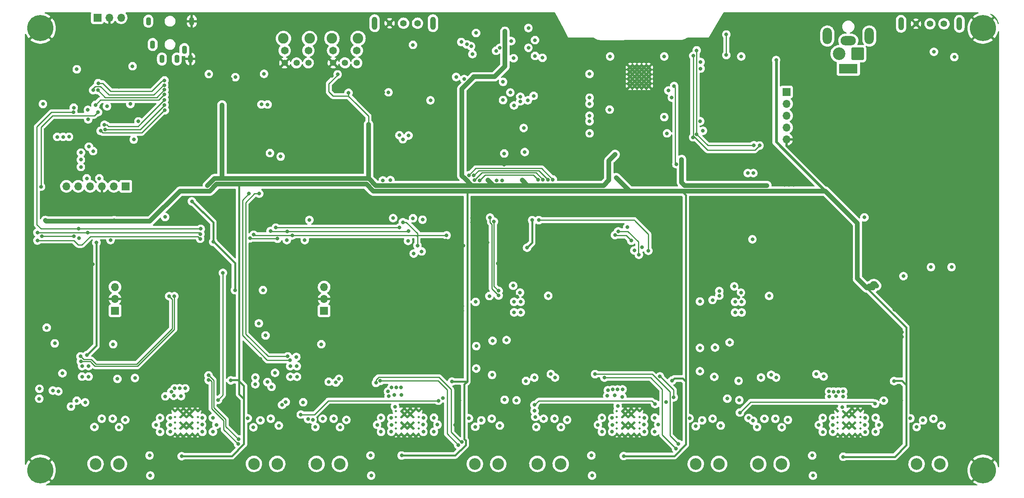
<source format=gbr>
%TF.GenerationSoftware,KiCad,Pcbnew,(6.0.4-0)*%
%TF.CreationDate,2022-05-25T01:46:17+02:00*%
%TF.ProjectId,decaVox,64656361-566f-4782-9e6b-696361645f70,rev?*%
%TF.SameCoordinates,Original*%
%TF.FileFunction,Copper,L3,Inr*%
%TF.FilePolarity,Positive*%
%FSLAX46Y46*%
G04 Gerber Fmt 4.6, Leading zero omitted, Abs format (unit mm)*
G04 Created by KiCad (PCBNEW (6.0.4-0)) date 2022-05-25 01:46:17*
%MOMM*%
%LPD*%
G01*
G04 APERTURE LIST*
G04 Aperture macros list*
%AMRoundRect*
0 Rectangle with rounded corners*
0 $1 Rounding radius*
0 $2 $3 $4 $5 $6 $7 $8 $9 X,Y pos of 4 corners*
0 Add a 4 corners polygon primitive as box body*
4,1,4,$2,$3,$4,$5,$6,$7,$8,$9,$2,$3,0*
0 Add four circle primitives for the rounded corners*
1,1,$1+$1,$2,$3*
1,1,$1+$1,$4,$5*
1,1,$1+$1,$6,$7*
1,1,$1+$1,$8,$9*
0 Add four rect primitives between the rounded corners*
20,1,$1+$1,$2,$3,$4,$5,0*
20,1,$1+$1,$4,$5,$6,$7,0*
20,1,$1+$1,$6,$7,$8,$9,0*
20,1,$1+$1,$8,$9,$2,$3,0*%
G04 Aperture macros list end*
%TA.AperFunction,ComponentPad*%
%ADD10C,2.500000*%
%TD*%
%TA.AperFunction,ComponentPad*%
%ADD11C,5.600000*%
%TD*%
%TA.AperFunction,ComponentPad*%
%ADD12R,1.700000X1.700000*%
%TD*%
%TA.AperFunction,ComponentPad*%
%ADD13O,1.700000X1.700000*%
%TD*%
%TA.AperFunction,ComponentPad*%
%ADD14C,1.346200*%
%TD*%
%TA.AperFunction,ComponentPad*%
%ADD15C,1.651000*%
%TD*%
%TA.AperFunction,ComponentPad*%
%ADD16C,2.260600*%
%TD*%
%TA.AperFunction,ComponentPad*%
%ADD17C,0.500000*%
%TD*%
%TA.AperFunction,ComponentPad*%
%ADD18C,1.400000*%
%TD*%
%TA.AperFunction,ComponentPad*%
%ADD19C,1.200000*%
%TD*%
%TA.AperFunction,ComponentPad*%
%ADD20O,1.208000X2.800000*%
%TD*%
%TA.AperFunction,ComponentPad*%
%ADD21RoundRect,0.250001X1.099999X1.099999X-1.099999X1.099999X-1.099999X-1.099999X1.099999X-1.099999X0*%
%TD*%
%TA.AperFunction,ComponentPad*%
%ADD22C,2.700000*%
%TD*%
%TA.AperFunction,ComponentPad*%
%ADD23O,1.100000X1.800000*%
%TD*%
%TA.AperFunction,ComponentPad*%
%ADD24R,4.000000X2.000000*%
%TD*%
%TA.AperFunction,ComponentPad*%
%ADD25O,3.300000X2.000000*%
%TD*%
%TA.AperFunction,ComponentPad*%
%ADD26O,2.000000X3.500000*%
%TD*%
%TA.AperFunction,ComponentPad*%
%ADD27C,0.800000*%
%TD*%
%TA.AperFunction,ViaPad*%
%ADD28C,0.800000*%
%TD*%
%TA.AperFunction,Conductor*%
%ADD29C,1.000000*%
%TD*%
%TA.AperFunction,Conductor*%
%ADD30C,0.400000*%
%TD*%
%TA.AperFunction,Conductor*%
%ADD31C,0.600000*%
%TD*%
%TA.AperFunction,Conductor*%
%ADD32C,0.254000*%
%TD*%
%TA.AperFunction,Conductor*%
%ADD33C,0.250000*%
%TD*%
G04 APERTURE END LIST*
D10*
%TO.N,Net-(C193-Pad1)*%
%TO.C,J18*%
X248448800Y-201662000D03*
%TO.N,Net-(C194-Pad1)*%
X253448800Y-201662000D03*
%TD*%
D11*
%TO.N,GND*%
%TO.C,H3*%
X310000000Y-108254800D03*
%TD*%
D12*
%TO.N,/ADC1*%
%TO.C,J5*%
X120218200Y-105994200D03*
D13*
%TO.N,GND*%
X122758200Y-105994200D03*
%TO.N,/ADC0*%
X125298200Y-105994200D03*
%TD*%
D11*
%TO.N,GND*%
%TO.C,H2*%
X310000000Y-203000000D03*
%TD*%
%TO.N,GND*%
%TO.C,H1*%
X108000000Y-203000000D03*
%TD*%
D14*
%TO.N,GND*%
%TO.C,J9*%
X160350200Y-115692596D03*
%TO.N,Net-(C33-Pad2)*%
X162890200Y-115692596D03*
%TO.N,/OPTICAL_INPUT*%
X165430200Y-115692596D03*
D15*
%TO.N,unconnected-(J9-Pad4)*%
X160350200Y-113062596D03*
%TO.N,unconnected-(J9-Pad5)*%
X165430200Y-113062596D03*
D16*
%TO.N,N/C*%
X160090201Y-110452596D03*
X165690199Y-110452596D03*
%TD*%
D10*
%TO.N,Net-(C89-Pad1)*%
%TO.C,J11*%
X124825250Y-201664300D03*
%TO.N,Net-(C90-Pad1)*%
X119825250Y-201664300D03*
%TD*%
D11*
%TO.N,GND*%
%TO.C,H4*%
X108000000Y-108254800D03*
%TD*%
D10*
%TO.N,Net-(C123-Pad1)*%
%TO.C,J13*%
X172181650Y-201664300D03*
%TO.N,Net-(C124-Pad1)*%
X167181650Y-201664300D03*
%TD*%
%TO.N,Net-(C157-Pad1)*%
%TO.C,J15*%
X266844950Y-201673850D03*
%TO.N,Net-(C158-Pad1)*%
X261844950Y-201673850D03*
%TD*%
D12*
%TO.N,/DAC0_R*%
%TO.C,J6*%
X124000000Y-168800000D03*
D13*
%TO.N,GND*%
X124000000Y-166260000D03*
%TO.N,/DAC0_L*%
X124000000Y-163720000D03*
%TD*%
D12*
%TO.N,/DSP_RST*%
%TO.C,J10*%
X126288800Y-142138400D03*
D13*
%TO.N,Net-(J10-Pad2)*%
X123748800Y-142138400D03*
%TO.N,GND*%
X121208800Y-142138400D03*
%TO.N,/DSP Core/WP*%
X118668800Y-142138400D03*
%TO.N,/DSP Core/SCL*%
X116128800Y-142138400D03*
%TO.N,/DSP Core/SDA*%
X113588800Y-142138400D03*
%TD*%
D17*
%TO.N,GND*%
%TO.C,U11*%
X184212500Y-191608200D03*
X186650900Y-195215000D03*
X186650900Y-190338200D03*
X187920900Y-191608200D03*
X184212500Y-194046600D03*
X189089300Y-190338200D03*
X187920900Y-194046600D03*
X184212500Y-192776600D03*
X185380900Y-194046600D03*
X185380900Y-191608200D03*
X187920900Y-195215000D03*
X185380900Y-192776600D03*
X189089300Y-195215000D03*
X189089300Y-191608200D03*
X189089300Y-194046600D03*
X185380900Y-195215000D03*
X189089300Y-192776600D03*
X186650900Y-192776600D03*
X186650900Y-191608200D03*
X185380900Y-190338200D03*
X187920900Y-190338200D03*
X186650900Y-194046600D03*
X184212500Y-195215000D03*
X184212500Y-190338200D03*
X187920900Y-192776600D03*
%TD*%
D18*
%TO.N,/ENA_BUCK_O*%
%TO.C,SW1*%
X301650000Y-107300000D03*
%TO.N,Net-(R3-Pad1)*%
X298650000Y-107300000D03*
D19*
%TO.N,GND*%
X295650000Y-107300000D03*
D20*
%TO.N,N/C*%
X304950000Y-107300000D03*
X292450000Y-107300000D03*
%TD*%
D12*
%TO.N,/DAC1_R*%
%TO.C,J7*%
X168800000Y-168825000D03*
D13*
%TO.N,GND*%
X168800000Y-166285000D03*
%TO.N,/DAC1_L*%
X168800000Y-163745000D03*
%TD*%
D17*
%TO.N,GND*%
%TO.C,U13*%
X235253650Y-195212700D03*
X233983650Y-195212700D03*
X232713650Y-194044300D03*
X233983650Y-190335900D03*
X235253650Y-190335900D03*
X231545250Y-194044300D03*
X232713650Y-191605900D03*
X236422050Y-190335900D03*
X231545250Y-190335900D03*
X231545250Y-191605900D03*
X236422050Y-192774300D03*
X231545250Y-195212700D03*
X235253650Y-192774300D03*
X235253650Y-191605900D03*
X236422050Y-194044300D03*
X232713650Y-192774300D03*
X236422050Y-195212700D03*
X235253650Y-194044300D03*
X232713650Y-195212700D03*
X232713650Y-190335900D03*
X231545250Y-192774300D03*
X233983650Y-191605900D03*
X233983650Y-192774300D03*
X233983650Y-194044300D03*
X236422050Y-191605900D03*
%TD*%
D10*
%TO.N,Net-(C125-Pad1)*%
%TO.C,J14*%
X201116050Y-201664300D03*
%TO.N,Net-(C126-Pad1)*%
X206116050Y-201664300D03*
%TD*%
%TO.N,Net-(C159-Pad1)*%
%TO.C,J16*%
X295779350Y-201673850D03*
%TO.N,Net-(C160-Pad1)*%
X300779350Y-201673850D03*
%TD*%
D21*
%TO.N,/DC Protection/VCC_IN*%
%TO.C,J3*%
X283130000Y-113725000D03*
D22*
%TO.N,/DC Protection/GND_IN*%
X279170000Y-113725000D03*
%TD*%
D10*
%TO.N,Net-(C91-Pad1)*%
%TO.C,J12*%
X153759650Y-201664300D03*
%TO.N,Net-(C92-Pad1)*%
X158759650Y-201664300D03*
%TD*%
D18*
%TO.N,+3V3*%
%TO.C,SW2*%
X188827400Y-107181800D03*
%TO.N,Net-(R2-Pad2)*%
X185827400Y-107181800D03*
D19*
%TO.N,GND*%
X182827400Y-107181800D03*
D20*
%TO.N,N/C*%
X192127400Y-107181800D03*
X179627400Y-107181800D03*
%TD*%
D10*
%TO.N,Net-(C191-Pad1)*%
%TO.C,J17*%
X219514400Y-201662000D03*
%TO.N,Net-(C192-Pad1)*%
X214514400Y-201662000D03*
%TD*%
D23*
%TO.N,GND*%
%TO.C,CN1*%
X140450000Y-106750000D03*
%TO.N,/ADC0*%
X132050000Y-111750000D03*
%TO.N,unconnected-(CN1-Pad3)*%
X131150000Y-106750000D03*
%TO.N,/ADC1*%
X137250000Y-114850000D03*
%TO.N,unconnected-(CN1-Pad5)*%
X134050000Y-114850000D03*
%TO.N,unconnected-(CN1-Pad6)*%
X138850000Y-112850000D03*
%TO.N,GND*%
X140150000Y-114850000D03*
%TD*%
D17*
%TO.N,GND*%
%TO.C,U12*%
X282584200Y-194056150D03*
X280044200Y-192786150D03*
X280044200Y-190347750D03*
X280044200Y-191617750D03*
X282584200Y-192786150D03*
X281314200Y-195224550D03*
X283752600Y-191617750D03*
X281314200Y-191617750D03*
X278875800Y-194056150D03*
X278875800Y-192786150D03*
X281314200Y-190347750D03*
X278875800Y-191617750D03*
X282584200Y-190347750D03*
X282584200Y-191617750D03*
X282584200Y-195224550D03*
X281314200Y-194056150D03*
X283752600Y-192786150D03*
X280044200Y-195224550D03*
X281314200Y-192786150D03*
X283752600Y-194056150D03*
X283752600Y-190347750D03*
X278875800Y-190347750D03*
X283752600Y-195224550D03*
X280044200Y-194056150D03*
X278875800Y-195224550D03*
%TD*%
D24*
%TO.N,/DC Protection/VCC_IN*%
%TO.C,J4*%
X281150000Y-116920400D03*
D25*
%TO.N,/DC Protection/GND_IN*%
X281150000Y-110920400D03*
D26*
%TO.N,N/C*%
X276650000Y-109920400D03*
X285650000Y-109920400D03*
%TD*%
D14*
%TO.N,GND*%
%TO.C,J8*%
X170738800Y-115666396D03*
%TO.N,Net-(C32-Pad2)*%
X173278800Y-115666396D03*
%TO.N,Net-(J8-Pad3)*%
X175818800Y-115666396D03*
D15*
%TO.N,unconnected-(J8-Pad4)*%
X170738800Y-113036396D03*
%TO.N,unconnected-(J8-Pad5)*%
X175818800Y-113036396D03*
D16*
%TO.N,N/C*%
X170478801Y-110426396D03*
X176078799Y-110426396D03*
%TD*%
D27*
%TO.N,GND*%
%TO.C,U14*%
X237363800Y-120614800D03*
X235363800Y-118614800D03*
X238363800Y-119614800D03*
X237363800Y-119614800D03*
X235363800Y-117614800D03*
X235363800Y-116614800D03*
X235363800Y-119614800D03*
X238363800Y-117614800D03*
X237363800Y-117614800D03*
X234363800Y-117614800D03*
X238363800Y-116614800D03*
X236363800Y-116614800D03*
X235363800Y-120614800D03*
X238363800Y-120614800D03*
X234363800Y-118614800D03*
X236363800Y-117614800D03*
X237363800Y-116614800D03*
X236363800Y-119614800D03*
X234363800Y-120614800D03*
X236363800Y-118614800D03*
X234363800Y-116614800D03*
X238363800Y-118614800D03*
X236363800Y-120614800D03*
X234363800Y-119614800D03*
X237363800Y-118614800D03*
%TD*%
D17*
%TO.N,GND*%
%TO.C,U10*%
X141732900Y-194046600D03*
X139294500Y-194046600D03*
X141732900Y-190338200D03*
X138024500Y-192776600D03*
X136856100Y-191608200D03*
X139294500Y-190338200D03*
X136856100Y-190338200D03*
X140564500Y-194046600D03*
X139294500Y-195215000D03*
X141732900Y-192776600D03*
X139294500Y-191608200D03*
X141732900Y-195215000D03*
X138024500Y-195215000D03*
X139294500Y-192776600D03*
X136856100Y-192776600D03*
X138024500Y-190338200D03*
X141732900Y-191608200D03*
X136856100Y-195215000D03*
X140564500Y-191608200D03*
X140564500Y-190338200D03*
X140564500Y-195215000D03*
X140564500Y-192776600D03*
X138024500Y-191608200D03*
X136856100Y-194046600D03*
X138024500Y-194046600D03*
%TD*%
D12*
%TO.N,/TXD*%
%TO.C,J2*%
X267898400Y-121900000D03*
D13*
%TO.N,/RXD*%
X267898400Y-124440000D03*
%TO.N,/GPIO0*%
X267898400Y-126980000D03*
%TO.N,/ESP_RST*%
X267898400Y-129520000D03*
%TO.N,GND*%
X267898400Y-132060000D03*
%TD*%
D28*
%TO.N,GND*%
X166653502Y-129800000D03*
X222253502Y-174600000D03*
X290653502Y-174400000D03*
X148434800Y-166800000D03*
X279034800Y-179200000D03*
X198346498Y-174565200D03*
X282000000Y-180165200D03*
X288834800Y-172146498D03*
X149870100Y-117257300D03*
X280000000Y-180165200D03*
X149400000Y-166800000D03*
X176352200Y-117779800D03*
X261077000Y-175736600D03*
X189200000Y-180165200D03*
X200500000Y-149900000D03*
X291846000Y-152146000D03*
X167400000Y-182800000D03*
X196453502Y-167834800D03*
X295434800Y-171365200D03*
X200834800Y-170200000D03*
X128634800Y-167834800D03*
X244634800Y-168234800D03*
X222434800Y-139034800D03*
X198625114Y-154874886D03*
X148434800Y-167765200D03*
X189200000Y-181146498D03*
X112000000Y-179700000D03*
X289800000Y-171165200D03*
X248946498Y-169165200D03*
X148434800Y-174565200D03*
X271600000Y-173434800D03*
X132000000Y-157000000D03*
X167634800Y-129800000D03*
X223234800Y-174600000D03*
X150469600Y-188112400D03*
X284683200Y-157327600D03*
X172600000Y-172346498D03*
X251600000Y-159834800D03*
X186746498Y-178165200D03*
X302276098Y-167436800D03*
X279034800Y-181146498D03*
X221800000Y-154434800D03*
X257708400Y-179070000D03*
X137034800Y-180946498D03*
X289800000Y-170200000D03*
X131034800Y-156034800D03*
X197840600Y-188061600D03*
X281034800Y-181146498D03*
X194234800Y-128200000D03*
X173053502Y-154234800D03*
X198346498Y-173600000D03*
X271400000Y-168034800D03*
X153053502Y-137434800D03*
X299313600Y-167436800D03*
X172400000Y-177400000D03*
X198400000Y-168800000D03*
X195200000Y-128200000D03*
X296400000Y-172346498D03*
X175834800Y-167834800D03*
X291846000Y-151180800D03*
X176400000Y-193300000D03*
X222253502Y-167834800D03*
X231834800Y-181146498D03*
X280365200Y-177200000D03*
X219853502Y-155400000D03*
X234435479Y-138070887D03*
X284632400Y-155464098D03*
X149885400Y-114564900D03*
X223234800Y-173634800D03*
X170468783Y-118470190D03*
X280000000Y-179200000D03*
X138000000Y-137234800D03*
X174034800Y-155200000D03*
X269653502Y-174400000D03*
X290864702Y-149250400D03*
X253200000Y-116434800D03*
X233834800Y-180200000D03*
X290864702Y-151180800D03*
X236800000Y-179200000D03*
X233834800Y-181181298D03*
X200834800Y-172146498D03*
X266834800Y-149034800D03*
X188234800Y-180165200D03*
X270634800Y-174400000D03*
X128965200Y-188000000D03*
X253200000Y-115400000D03*
X172400000Y-176400000D03*
X175000000Y-154234800D03*
X282000000Y-181146498D03*
X252200000Y-117400000D03*
X142000000Y-179000000D03*
X172600000Y-171365200D03*
X136053502Y-138200000D03*
X186234800Y-180165200D03*
X301260098Y-167436800D03*
X139034800Y-179965200D03*
X301244000Y-162661600D03*
X175834800Y-168800000D03*
X270434800Y-169000000D03*
X223400000Y-140000000D03*
X296400000Y-171365200D03*
X289800000Y-172146498D03*
X270434800Y-168034800D03*
X149400000Y-175546498D03*
X154034800Y-138400000D03*
X232800000Y-179200000D03*
X232600000Y-135700000D03*
X211023200Y-178943000D03*
X138000000Y-179965200D03*
X121555780Y-177400000D03*
X302260000Y-161696400D03*
X249653502Y-159834800D03*
X301260098Y-166471600D03*
X269400000Y-140834800D03*
X112029322Y-147304800D03*
X291053502Y-168600000D03*
X284683200Y-159359600D03*
X253200000Y-117400000D03*
X281034800Y-180165200D03*
X289255200Y-160985200D03*
X200500000Y-148900000D03*
X176800000Y-167834800D03*
X154076400Y-124587000D03*
X129946498Y-173600000D03*
X284683200Y-161306098D03*
X291846000Y-153060400D03*
X289255200Y-158750000D03*
X194234800Y-127234800D03*
X290864702Y-148336000D03*
X273200000Y-181000000D03*
X260273800Y-163804600D03*
X222434800Y-140000000D03*
X127653502Y-168800000D03*
X284683200Y-158343600D03*
X284632400Y-154482800D03*
X159766000Y-175270700D03*
X280000000Y-181146498D03*
X144434800Y-167765200D03*
X236800000Y-180165200D03*
X158877000Y-124994200D03*
X181496064Y-121996200D03*
X201800000Y-170200000D03*
X194900000Y-153800000D03*
X232555900Y-136512600D03*
X138000000Y-180946498D03*
X293000000Y-167634800D03*
X138365200Y-177965200D03*
X258318000Y-128778000D03*
X252374400Y-154127200D03*
X248946498Y-168200000D03*
X168600000Y-129800000D03*
X185765200Y-178165200D03*
X177000000Y-174600000D03*
X293827200Y-148336000D03*
X140000000Y-179965200D03*
X189200000Y-179200000D03*
X234800000Y-181181298D03*
X266834800Y-150000000D03*
X138365200Y-177000000D03*
X221453502Y-139034800D03*
X186234800Y-179200000D03*
X291846000Y-149250400D03*
X249000000Y-172146498D03*
X283034800Y-180165200D03*
X184234800Y-181146498D03*
X293827200Y-151180800D03*
X124950000Y-117150000D03*
X140000000Y-179000000D03*
X193253502Y-127234800D03*
X126771400Y-131775200D03*
X299313600Y-166471600D03*
X175000000Y-155200000D03*
X264600000Y-136700000D03*
X292455600Y-188061600D03*
X115112800Y-175245300D03*
X292034800Y-167634800D03*
X186234800Y-181146498D03*
X174034800Y-154234800D03*
X137034800Y-137234800D03*
X248034800Y-172146498D03*
X177571400Y-117779800D03*
X184234800Y-180165200D03*
X244634800Y-169200000D03*
X162483800Y-167752300D03*
X291600000Y-162600000D03*
X232453502Y-178200000D03*
X128000000Y-173600000D03*
X119200000Y-158850000D03*
X142000000Y-180946498D03*
X226200000Y-181000000D03*
X138000000Y-138200000D03*
X223750000Y-193300000D03*
X196400000Y-173600000D03*
X123100000Y-182700000D03*
X267400000Y-171165200D03*
X141034800Y-179965200D03*
X293000000Y-168600000D03*
X196850000Y-193278999D03*
X148818600Y-119152200D03*
X291634800Y-174400000D03*
X188234800Y-179200000D03*
X185200000Y-180165200D03*
X155000000Y-137434800D03*
X292600000Y-174400000D03*
X155100000Y-179200000D03*
X231834800Y-179200000D03*
X233434800Y-177234800D03*
X197434800Y-167834800D03*
X264600000Y-135800000D03*
X232800000Y-181146498D03*
X292811200Y-151180800D03*
X127653502Y-167834800D03*
X201800000Y-172146498D03*
X219853502Y-154434800D03*
X245160800Y-188087000D03*
X185200000Y-181146498D03*
X187200000Y-180165200D03*
X280365200Y-178165200D03*
X142000000Y-179965200D03*
X130634800Y-170400000D03*
X218834800Y-171946498D03*
X155000000Y-138400000D03*
X137034800Y-179965200D03*
X252200000Y-115400000D03*
X234400000Y-178200000D03*
X123926600Y-127838200D03*
X144434800Y-168746498D03*
X213299600Y-175108000D03*
X175053502Y-173634800D03*
X290864702Y-153060400D03*
X258699000Y-178841400D03*
X131600000Y-171365200D03*
X210210400Y-179451000D03*
X299297502Y-162661600D03*
X139034800Y-179000000D03*
X177000000Y-173634800D03*
X174853502Y-168800000D03*
X250634800Y-160800000D03*
X182041800Y-123875800D03*
X128965200Y-173600000D03*
X124800000Y-120800000D03*
X294843200Y-148336000D03*
X267453502Y-141800000D03*
X267400000Y-172146498D03*
X152755600Y-124637800D03*
X131600000Y-170400000D03*
X206600000Y-150000000D03*
X152730200Y-117628200D03*
X268434800Y-141800000D03*
X196400000Y-174565200D03*
X258470400Y-179781200D03*
X153053502Y-138400000D03*
X242400000Y-180400000D03*
X224200000Y-168800000D03*
X174853502Y-167834800D03*
X284000000Y-179200000D03*
X266434800Y-171165200D03*
X220834800Y-154434800D03*
X231834800Y-180165200D03*
X176034800Y-173634800D03*
X254406400Y-127711200D03*
X292811200Y-149250400D03*
X210185000Y-178485800D03*
X292600000Y-173434800D03*
X200834800Y-171165200D03*
X222253502Y-168800000D03*
X302276098Y-166471600D03*
X257657600Y-162128200D03*
X149400000Y-168746498D03*
X235834800Y-179200000D03*
X241700000Y-140859580D03*
X288834800Y-171165200D03*
X153400000Y-131000000D03*
X185191400Y-118049200D03*
X206600000Y-149200000D03*
X233434800Y-178200000D03*
X243653502Y-168234800D03*
X269653502Y-173434800D03*
X234400000Y-177234800D03*
X128000000Y-188000000D03*
X265853502Y-150000000D03*
X267800000Y-149034800D03*
X279400000Y-177200000D03*
X292811200Y-150215600D03*
X291634800Y-173434800D03*
X288834800Y-170200000D03*
X224200000Y-167834800D03*
X290653502Y-173434800D03*
X145400000Y-167765200D03*
X148434800Y-173600000D03*
X290864702Y-150215600D03*
X178400000Y-182200000D03*
X219800000Y-170965200D03*
X162600000Y-158900000D03*
X293827200Y-153060400D03*
X292811200Y-153060400D03*
X219800000Y-171946498D03*
X128965200Y-174565200D03*
X171634800Y-170400000D03*
X301244000Y-161696400D03*
X145400000Y-168746498D03*
X294843200Y-151180800D03*
X223234800Y-167834800D03*
X226200000Y-180034800D03*
X110008750Y-147101600D03*
X243450000Y-153800000D03*
X130053502Y-156034800D03*
X141034800Y-180946498D03*
X165500000Y-176700000D03*
X149500000Y-193269599D03*
X178400000Y-180200000D03*
X198400000Y-167834800D03*
X185200000Y-179200000D03*
X114400000Y-186800000D03*
X221453502Y-140000000D03*
X295434800Y-172346498D03*
X303292098Y-166471600D03*
X149400000Y-173600000D03*
X118000000Y-158850000D03*
X300278800Y-161696400D03*
X289255200Y-159969200D03*
X111607600Y-138074400D03*
X295434800Y-170400000D03*
X185765200Y-177200000D03*
X267800000Y-150000000D03*
X224200000Y-173634800D03*
X239000000Y-140859580D03*
X176800000Y-168800000D03*
X110001917Y-146117788D03*
X303276000Y-161696400D03*
X220834800Y-155400000D03*
X130053502Y-157000000D03*
X129946498Y-174565200D03*
X137400000Y-177965200D03*
X300278800Y-162661600D03*
X117830600Y-167726900D03*
X137034800Y-138200000D03*
X234800000Y-179234800D03*
X124900000Y-119150000D03*
X137034800Y-179000000D03*
X131034800Y-157000000D03*
X257581400Y-165938200D03*
X250634800Y-159834800D03*
X234800000Y-180200000D03*
X167634800Y-128834800D03*
X232800000Y-180165200D03*
X232555900Y-137325400D03*
X284683200Y-160324800D03*
X116850000Y-122850000D03*
X130634800Y-171365200D03*
X302260000Y-162661600D03*
X139034800Y-180946498D03*
X163750000Y-158850000D03*
X283034800Y-181146498D03*
X197434800Y-168800000D03*
X154034800Y-137434800D03*
X243653502Y-169200000D03*
X203809600Y-154178000D03*
X221800000Y-155400000D03*
X207416400Y-136398000D03*
X197365200Y-174565200D03*
X291550000Y-193278999D03*
X184234800Y-179200000D03*
X129600000Y-168800000D03*
X235834800Y-180165200D03*
X131600000Y-172346498D03*
X141034800Y-179000000D03*
X148434800Y-175546498D03*
X270912250Y-193303400D03*
X284000000Y-181146498D03*
X291053502Y-167634800D03*
X149400000Y-167765200D03*
X158699200Y-118999000D03*
X218834800Y-170965200D03*
X206000000Y-158700000D03*
X252200000Y-116434800D03*
X284632400Y-153517600D03*
X292811200Y-148336000D03*
X248034800Y-170200000D03*
X254200000Y-116400000D03*
X148434800Y-168746498D03*
X303276000Y-162661600D03*
X224200000Y-174600000D03*
X266434800Y-170200000D03*
X235834800Y-181146498D03*
X281346498Y-178165200D03*
X300294898Y-166471600D03*
X279034800Y-180165200D03*
X149400000Y-174565200D03*
X232453502Y-177234800D03*
X201800000Y-171165200D03*
X236800000Y-181146498D03*
X207416400Y-137515600D03*
X136053502Y-137234800D03*
X140000000Y-180946498D03*
X183952000Y-123907650D03*
X269453502Y-168034800D03*
X209372200Y-164947600D03*
X114000000Y-187600000D03*
X144434800Y-166800000D03*
X173053502Y-155200000D03*
X183769000Y-118049200D03*
X299297502Y-161696400D03*
X300294898Y-167436800D03*
X256819400Y-165176200D03*
X223400000Y-139034800D03*
X171634800Y-172346498D03*
X284632400Y-152501600D03*
X188234800Y-181146498D03*
X244150000Y-193250000D03*
X291846000Y-150215600D03*
X213487000Y-163601400D03*
X166653502Y-128834800D03*
X271600000Y-174400000D03*
X210210400Y-165785800D03*
X163957000Y-118999000D03*
X266434800Y-172146498D03*
X249653502Y-160800000D03*
X210642200Y-162153600D03*
X123088400Y-127838200D03*
X178400000Y-181234800D03*
X279400000Y-178165200D03*
X247965200Y-169165200D03*
X180873400Y-114782600D03*
X249000000Y-170200000D03*
X267453502Y-140834800D03*
X284632400Y-151485600D03*
X273200000Y-180034800D03*
X218834800Y-170000000D03*
X172600000Y-170400000D03*
X233834800Y-179234800D03*
X283034800Y-179200000D03*
X247965200Y-168200000D03*
X187200000Y-181146498D03*
X121554208Y-133015599D03*
X132000000Y-156034800D03*
X269453502Y-169000000D03*
X284000000Y-180165200D03*
X282000000Y-179200000D03*
X219800000Y-170000000D03*
X243450000Y-152700000D03*
X168600000Y-128834800D03*
X186746498Y-177200000D03*
X251600000Y-160800000D03*
X271400000Y-169000000D03*
X116750000Y-133000000D03*
X294843200Y-149250400D03*
X171634800Y-171365200D03*
X261823200Y-127660400D03*
X265853502Y-149034800D03*
X290864702Y-152146000D03*
X114147600Y-138023600D03*
X145400000Y-166800000D03*
X139346498Y-177000000D03*
X268434800Y-140834800D03*
X291846000Y-148336000D03*
X294843200Y-152146000D03*
X269400000Y-141800000D03*
X128879600Y-193294000D03*
X242400000Y-181434800D03*
X130634800Y-172346498D03*
X137400000Y-177000000D03*
X110388400Y-138074400D03*
X184800000Y-178165200D03*
X195200000Y-127234800D03*
X139346498Y-177965200D03*
X296400000Y-170400000D03*
X164363400Y-124994200D03*
X138000000Y-179000000D03*
X222253502Y-173634800D03*
X128634800Y-168800000D03*
X248034800Y-171165200D03*
X156800000Y-172600000D03*
X293827200Y-150215600D03*
X177055641Y-124069173D03*
X186715400Y-118100000D03*
X184800000Y-177200000D03*
X196453502Y-168800000D03*
X128000000Y-174565200D03*
X249000000Y-171165200D03*
X293827200Y-152146000D03*
X176034800Y-174600000D03*
X242400000Y-182400000D03*
X292034800Y-168600000D03*
X294843200Y-150215600D03*
X281346498Y-177200000D03*
X223234800Y-168800000D03*
X289255200Y-157683200D03*
X267400000Y-170200000D03*
X197365200Y-173600000D03*
X129600000Y-167834800D03*
X178481314Y-124701900D03*
X293827200Y-149250400D03*
X292811200Y-152146000D03*
X175053502Y-174600000D03*
X193253502Y-128200000D03*
X187200000Y-179200000D03*
X303292098Y-167436800D03*
X112928400Y-138049000D03*
X281034800Y-179200000D03*
X270634800Y-173434800D03*
%TO.N,/ENA_BUCK*%
X303875600Y-114437900D03*
X303276000Y-159461200D03*
X298856400Y-159461200D03*
X292963600Y-161391600D03*
%TO.N,+5V*%
X231724200Y-189255400D03*
X280060400Y-200126600D03*
X286461200Y-163955820D03*
X138277600Y-199999600D03*
X196189600Y-183997600D03*
X285648400Y-163474400D03*
X265684000Y-115087400D03*
X287223200Y-163474400D03*
X194230250Y-187584200D03*
X242061351Y-188355039D03*
X288747200Y-188087000D03*
X286461200Y-163017200D03*
X290957000Y-183896000D03*
X233019600Y-199974200D03*
X231394000Y-140284200D03*
X148818600Y-183743600D03*
X184002309Y-189375584D03*
X109067600Y-149479000D03*
X243382800Y-183794400D03*
X123800000Y-149500000D03*
X185420000Y-199847200D03*
X279852381Y-189461648D03*
%TO.N,VCC*%
X299500000Y-113300000D03*
X284600000Y-148800000D03*
%TO.N,+3V3*%
X209321400Y-163449000D03*
X203911200Y-140817600D03*
X118000000Y-178300000D03*
X211251800Y-140843000D03*
X263700000Y-141980280D03*
X210794600Y-164922200D03*
X171700000Y-118150000D03*
X178333400Y-128879600D03*
X264185400Y-165633400D03*
X245411600Y-136411600D03*
X256708200Y-163591800D03*
X145059400Y-154051000D03*
X207543400Y-108915200D03*
X260600000Y-153500000D03*
X143800000Y-142011400D03*
X162839400Y-178725100D03*
X213400000Y-149400000D03*
X258140200Y-164947600D03*
X120000000Y-154200000D03*
X140466475Y-145366475D03*
X207900000Y-175100000D03*
X123600000Y-176000000D03*
X212300000Y-155300000D03*
X174040800Y-122097800D03*
X155700000Y-164400000D03*
X168201302Y-176000000D03*
X204216000Y-118668800D03*
X231165400Y-135305800D03*
X149700000Y-164400000D03*
X216839800Y-165608000D03*
X146939000Y-124688600D03*
X198323200Y-130860800D03*
X255717100Y-175600000D03*
%TO.N,+3.3VA*%
X115800000Y-117050000D03*
X127279400Y-124510800D03*
X108550000Y-124500000D03*
X128016000Y-132105400D03*
X129004341Y-128224575D03*
X127750000Y-116400000D03*
%TO.N,/DAC0_R*%
X112725200Y-182219600D03*
X118338600Y-182941500D03*
%TO.N,/DAC1_R*%
X158287944Y-182126555D03*
X162991800Y-182966900D03*
%TO.N,/DAC0_L*%
X116916200Y-182941500D03*
%TO.N,/DAC1_L*%
X161569400Y-182966900D03*
%TO.N,/DSP_RST*%
X210855500Y-123935503D03*
X212450000Y-123700000D03*
X197100000Y-118700000D03*
X120400000Y-120027100D03*
X207150000Y-123652987D03*
X122271461Y-124997859D03*
X225700000Y-130800000D03*
X134600000Y-119450000D03*
%TO.N,VCCQ*%
X142661100Y-193257900D03*
X126186230Y-192211495D03*
X287739300Y-193285946D03*
X193098900Y-193260546D03*
X237361700Y-193251146D03*
X190041500Y-193251146D03*
X135839200Y-193294000D03*
X240419100Y-193260546D03*
X294450000Y-191886317D03*
X145718500Y-193267300D03*
X277860000Y-193312646D03*
X220886230Y-192211495D03*
X180162200Y-193277846D03*
X274802600Y-193303246D03*
X152440000Y-191873671D03*
X183219600Y-193287246D03*
X268196230Y-192224141D03*
X227482400Y-193277846D03*
X230539800Y-193287246D03*
X284681900Y-193276546D03*
X199840000Y-191873671D03*
X132781800Y-193284600D03*
X247140000Y-191873671D03*
X173586230Y-192211495D03*
%TO.N,/ESP_RST*%
X241700000Y-127300000D03*
X241700000Y-114300000D03*
X230100000Y-114300000D03*
%TO.N,/DAC0 + Volume Cntrl./OUT_R*%
X118313200Y-180680900D03*
%TO.N,/DAC0 + Volume Cntrl./OUT_L*%
X116916200Y-180680900D03*
%TO.N,/DAC1 + Volume Cntrl.1/OUT_R*%
X162966400Y-180706300D03*
%TO.N,/DAC1 + Volume Cntrl.1/OUT_L*%
X161569400Y-180706300D03*
%TO.N,/DAC2 + Volume Cntrl.1/OUT_R*%
X258267200Y-166928800D03*
%TO.N,/DAC2 + Volume Cntrl.1/OUT_L*%
X256870200Y-166928800D03*
%TO.N,/DAC3 + Volume Cntrl.2/OUT_R*%
X210921600Y-166903400D03*
%TO.N,/DAC3 + Volume Cntrl.2/OUT_L*%
X209524600Y-166903400D03*
%TO.N,/Amplifier #0/OUT0B*%
X144984750Y-191758300D03*
X157377250Y-191961500D03*
X159104450Y-193434700D03*
X142714350Y-191783700D03*
%TO.N,/Amplifier #0/OUT0A*%
X155142050Y-192317100D03*
X144984750Y-194755500D03*
X142714350Y-194780900D03*
X153643624Y-193814931D03*
%TO.N,/Amplifier #1/OUT0B*%
X190070750Y-191783700D03*
X206460850Y-193434700D03*
X192341150Y-191758300D03*
X204733650Y-191961500D03*
%TO.N,/Amplifier #1/OUT0A*%
X201200000Y-193700000D03*
X192341150Y-194755500D03*
X202498450Y-192317100D03*
X190070750Y-194780900D03*
%TO.N,/Amplifier #2/OUT0B*%
X299396950Y-191971050D03*
X287004450Y-191767850D03*
X284734050Y-191793250D03*
X301124150Y-193444250D03*
%TO.N,/Amplifier #2/OUT0A*%
X295800000Y-193750000D03*
X287004450Y-194765050D03*
X284734050Y-194790450D03*
X297161750Y-192326650D03*
%TO.N,/Amplifier #3/OUT0B*%
X253793600Y-193432400D03*
X237403500Y-191781400D03*
X252066400Y-191959200D03*
X239673900Y-191756000D03*
%TO.N,/Amplifier #3/OUT0A*%
X237403500Y-194778600D03*
X239673900Y-194753200D03*
X249831200Y-192314800D03*
X248450000Y-193600000D03*
%TO.N,/UI_G2*%
X230000000Y-125700000D03*
X250004916Y-130229341D03*
%TO.N,/ENA_BUCK_O*%
X258200000Y-114300000D03*
%TO.N,/TXD*%
X249500000Y-115500000D03*
%TO.N,/RXD*%
X249500000Y-116900000D03*
%TO.N,/GPIO0*%
X242586486Y-121601998D03*
X212598000Y-108204000D03*
X249400000Y-128200000D03*
%TO.N,/OPTICAL_INPUT*%
X155930600Y-118034600D03*
%TO.N,/DSP Core/WP*%
X111607600Y-131546600D03*
X116673100Y-137998200D03*
%TO.N,/DSP Core/SCL*%
X112877600Y-131546600D03*
X116672100Y-136448800D03*
%TO.N,/DSP Core/SDA*%
X114137251Y-131522951D03*
X116697500Y-134924800D03*
X117944300Y-140436600D03*
X120624600Y-140436600D03*
%TO.N,/AMP2_24*%
X280060400Y-186131200D03*
X257632200Y-183845200D03*
%TO.N,/BCLK*%
X234650000Y-153800000D03*
X185700000Y-149850000D03*
X107797600Y-185547000D03*
X249351800Y-181787800D03*
X159794598Y-188986100D03*
X185676500Y-132050000D03*
X207492600Y-187909200D03*
X236905800Y-155244800D03*
X231150000Y-152600000D03*
X255219200Y-187655200D03*
X118107320Y-152106493D03*
X154076400Y-183134000D03*
X118237000Y-127787400D03*
X195050000Y-152650000D03*
X188798200Y-154838400D03*
X114554000Y-189357000D03*
X162001200Y-152654000D03*
X201396600Y-181203600D03*
X142300000Y-152400000D03*
X153700000Y-152524500D03*
X107350000Y-152050000D03*
%TO.N,/AMP2_21*%
X252425200Y-182981600D03*
X277012400Y-186131200D03*
%TO.N,/LRCLK*%
X157300000Y-151750000D03*
X231850000Y-151800000D03*
X186900000Y-131250000D03*
X142350000Y-151250000D03*
X186900000Y-151750000D03*
X249351800Y-176784000D03*
X201422000Y-176403000D03*
X160883600Y-151815800D03*
X116205000Y-151231600D03*
X154051000Y-184581800D03*
X236270800Y-156819600D03*
X115062000Y-126288800D03*
X188010800Y-156565600D03*
X107746800Y-187680600D03*
%TO.N,/AMP2_22*%
X252577600Y-176707800D03*
X278022442Y-186157058D03*
%TO.N,/AMP2_MCLK*%
X277037800Y-187248800D03*
X257784600Y-187985400D03*
%TO.N,/MCLK4*%
X262432800Y-183128800D03*
X211800000Y-134800000D03*
X238287500Y-155956000D03*
X214800000Y-149400000D03*
%TO.N,/SDATA2*%
X233800000Y-150900000D03*
X249351800Y-166827200D03*
X119300000Y-134600000D03*
X187850000Y-149000000D03*
X183600000Y-148950000D03*
X235300000Y-155900000D03*
%TO.N,/AMP2_23*%
X279021944Y-186156516D03*
X252048075Y-166510529D03*
%TO.N,/AMP0_21*%
X110667800Y-185928000D03*
X136760564Y-185461526D03*
%TO.N,/AMP1_21*%
X156650000Y-184100000D03*
X183243700Y-185292898D03*
%TO.N,/AMP0_22*%
X137845800Y-185445400D03*
X111855886Y-186100086D03*
%TO.N,/AMP1_22*%
X157530800Y-185140600D03*
X184243185Y-185298819D03*
%TO.N,/SDATA0*%
X109347000Y-172440600D03*
X115214400Y-152832993D03*
X118181901Y-125759699D03*
X108350000Y-152832982D03*
%TO.N,/AMP0_23*%
X111074200Y-175818800D03*
X139039600Y-185470800D03*
%TO.N,/SDATA1*%
X115150602Y-125293233D03*
X152900000Y-153300000D03*
X158815863Y-153380500D03*
X142247467Y-153398121D03*
X154813000Y-171526200D03*
X107350000Y-153750000D03*
%TO.N,/AMP1_23*%
X156260800Y-174117000D03*
X185242200Y-185267600D03*
%TO.N,/AMP0_24*%
X136067800Y-186182000D03*
X115790900Y-188104208D03*
%TO.N,/AMP1_24*%
X182499000Y-186131200D03*
X160578800Y-188366400D03*
%TO.N,/AMP0_MCLK*%
X117602000Y-188468000D03*
X134772400Y-187172600D03*
%TO.N,/MCLK2*%
X116255800Y-153238200D03*
X134727464Y-148727464D03*
X181400000Y-140880780D03*
X124500000Y-183423500D03*
X123033800Y-153666200D03*
%TO.N,/AMP1_MCLK*%
X164322506Y-188442637D03*
X182626908Y-187122485D03*
%TO.N,/MCLK3*%
X165650000Y-149350000D03*
X169799000Y-184048400D03*
X183000000Y-140800000D03*
X164665400Y-153665400D03*
X160807400Y-153665400D03*
%TO.N,/ESP_BCLK*%
X201371200Y-109270800D03*
X243318700Y-123113800D03*
%TO.N,/BCLK_IN*%
X119815899Y-124684101D03*
X206443900Y-112451589D03*
X199400000Y-111724489D03*
X134569509Y-122479109D03*
%TO.N,/ESP_LRCLK*%
X200322432Y-112109359D03*
X225704400Y-123139200D03*
%TO.N,/LRCLK_IN*%
X120345200Y-121539000D03*
X205645373Y-113098026D03*
X200600000Y-113800000D03*
X134568811Y-121455209D03*
%TO.N,/ESP_SDATA*%
X212598000Y-112451600D03*
X225679000Y-124460000D03*
%TO.N,/SDATA0_IN*%
X207156138Y-119748634D03*
X119303800Y-121539000D03*
X209413714Y-114686286D03*
X198831200Y-119155140D03*
X214000000Y-114200000D03*
X134536770Y-120456220D03*
%TO.N,/MCLK_IN*%
X214000000Y-110800000D03*
%TO.N,/AMP3_22*%
X204901800Y-175260000D03*
X230685335Y-185713362D03*
%TO.N,/AMP3_MCLK*%
X229488703Y-187076971D03*
X210039365Y-188035607D03*
%TO.N,/MCLK5*%
X213868000Y-183154200D03*
X207400000Y-135100000D03*
X189900000Y-149300000D03*
X189722700Y-156115301D03*
%TO.N,/AMP3_24*%
X212064600Y-183880700D03*
X232765600Y-185681940D03*
%TO.N,/AMP3_21*%
X229617273Y-185867100D03*
X204800200Y-182575200D03*
%TO.N,/SDATA3*%
X158450000Y-151000000D03*
X184950000Y-131200000D03*
X118400000Y-133650000D03*
X186800000Y-153850000D03*
X184950000Y-151000000D03*
X201269600Y-166928800D03*
%TO.N,/AMP3_23*%
X204231803Y-165668397D03*
X231698800Y-185699400D03*
%TO.N,/Amplifier #0/MSEL1*%
X131394350Y-199846200D03*
%TO.N,/Amplifier #0/MSEL0*%
X131542950Y-204155800D03*
%TO.N,/Amplifier #1/MSEL1*%
X178750750Y-199846200D03*
%TO.N,/Amplifier #1/MSEL0*%
X178899350Y-204155800D03*
%TO.N,/Amplifier #2/MSEL1*%
X273414050Y-199855750D03*
%TO.N,/Amplifier #2/MSEL0*%
X273562650Y-204165350D03*
%TO.N,/Amplifier #3/MSEL1*%
X226083500Y-199843900D03*
%TO.N,/Amplifier #3/MSEL0*%
X226232100Y-204153500D03*
%TO.N,/DAC2_L*%
X256870200Y-169189400D03*
%TO.N,/DAC2_R*%
X258292600Y-169189400D03*
%TO.N,/DAC3_L*%
X209524600Y-169164000D03*
%TO.N,/DAC3_R*%
X210947000Y-169164000D03*
%TO.N,/M{slash}S*%
X225687400Y-118054800D03*
X187845400Y-111824800D03*
%TO.N,Net-(R29-Pad1)*%
X144094200Y-118085400D03*
X149783800Y-118745800D03*
%TO.N,/MCLK1*%
X208711800Y-122021600D03*
X182600600Y-121996200D03*
%TO.N,/MCLK0*%
X121864542Y-129941742D03*
X211582000Y-129641600D03*
X134600000Y-124700000D03*
%TO.N,/SCL*%
X185369200Y-186857700D03*
X247923500Y-114150000D03*
X138151975Y-187120733D03*
X255000000Y-109600000D03*
X280009600Y-187172600D03*
X255000000Y-114000000D03*
X232714800Y-187274200D03*
X262128000Y-133400800D03*
X243739511Y-187360489D03*
X247886994Y-131645621D03*
X240773500Y-182900000D03*
%TO.N,/SDA*%
X231111512Y-186923718D03*
X136575350Y-187043045D03*
X248650000Y-113000000D03*
X260908800Y-133350000D03*
X278511000Y-187096400D03*
X183845200Y-186857700D03*
X248650000Y-131000000D03*
%TO.N,/VOL0+*%
X216800000Y-140700000D03*
X200900000Y-139800000D03*
X116677962Y-179710206D03*
X136700000Y-165700000D03*
%TO.N,/VOL0-*%
X217813714Y-140686286D03*
X199812467Y-139786738D03*
X116600000Y-178600000D03*
X135600000Y-165700000D03*
%TO.N,/VOL1+*%
X161528160Y-179445857D03*
X215700000Y-140700000D03*
X201000000Y-140800000D03*
X152700000Y-143700000D03*
%TO.N,/VOL1-*%
X214686286Y-140713714D03*
X161005120Y-178594132D03*
X154900000Y-143704500D03*
X202100000Y-140880780D03*
%TO.N,/VOL2+*%
X253501075Y-165582600D03*
X259600000Y-139300000D03*
%TO.N,/VOL2-*%
X260800000Y-139300000D03*
X253501075Y-164583097D03*
%TO.N,/VOL3+*%
X204373500Y-148852700D03*
X206923324Y-140880780D03*
X206202914Y-165551486D03*
%TO.N,/VOL3-*%
X205200000Y-149700000D03*
X205800000Y-140880780D03*
X206196629Y-164552003D03*
%TO.N,/I2S_SEL*%
X242300000Y-130800000D03*
X215600000Y-114600000D03*
%TO.N,/SPDIF_LRCLK*%
X155397200Y-124587000D03*
X157200000Y-135026500D03*
%TO.N,/SPDIF_SDATA*%
X156692600Y-124612400D03*
X159500000Y-135753000D03*
X191600000Y-123700000D03*
X209500000Y-124800000D03*
%TO.N,/SPDIF_MCLK*%
X208900000Y-110997989D03*
X198200000Y-111200000D03*
%TO.N,/Amplifier #0/OUT1B*%
X119582050Y-193739500D03*
X121156850Y-191961500D03*
X135838050Y-191809100D03*
X133646550Y-191783700D03*
%TO.N,/Amplifier #0/OUT1A*%
X133646550Y-194780900D03*
X124865250Y-193790300D03*
X123493650Y-191961500D03*
X135838050Y-194755500D03*
%TO.N,/Amplifier #1/OUT1B*%
X166938450Y-193739500D03*
X183194450Y-191809100D03*
X168513250Y-191961500D03*
X181002950Y-191783700D03*
%TO.N,/Amplifier #1/OUT1A*%
X170850050Y-191961500D03*
X172221650Y-193790300D03*
X181002950Y-194780900D03*
X183194450Y-194755500D03*
%TO.N,/Amplifier #2/OUT1B*%
X263176550Y-191971050D03*
X275666250Y-191793250D03*
X261601750Y-193749050D03*
X277857750Y-191818650D03*
%TO.N,/Amplifier #2/OUT1A*%
X275666250Y-194790450D03*
X266884950Y-193799850D03*
X265513350Y-191971050D03*
X277857750Y-194765050D03*
%TO.N,/Amplifier #3/OUT1B*%
X214271200Y-193737200D03*
X228335700Y-191781400D03*
X215846000Y-191959200D03*
X230527200Y-191806800D03*
%TO.N,/Amplifier #3/OUT1A*%
X230527200Y-194753200D03*
X219554400Y-193788000D03*
X218182800Y-191959200D03*
X228335700Y-194778600D03*
%TO.N,/MA_MUTE*%
X217400000Y-182400000D03*
X144043400Y-182676800D03*
X226872800Y-182409500D03*
X179908200Y-184287100D03*
X165354000Y-192024000D03*
X128270000Y-183235600D03*
X198329039Y-196972134D03*
X264617200Y-182549800D03*
X274294600Y-182404300D03*
X213918800Y-190296800D03*
X120345200Y-126238000D03*
X150469600Y-196392800D03*
X259791200Y-191820800D03*
X171323000Y-184200800D03*
X244754400Y-197383400D03*
X108127800Y-142214600D03*
%TO.N,/IN_SEL1*%
X121737638Y-128950329D03*
X225679000Y-128219200D03*
X134600000Y-123600000D03*
%TO.N,/IN_SEL0*%
X120904000Y-130251200D03*
X225679000Y-127000000D03*
X213724501Y-122749299D03*
X210855500Y-122936000D03*
X134650000Y-125850000D03*
%TO.N,/MA_ENA*%
X171981730Y-183413400D03*
X150381750Y-197388434D03*
X244300000Y-137400000D03*
X275869400Y-182905400D03*
X243814600Y-120650000D03*
X197561200Y-197612000D03*
X166370000Y-192176400D03*
X265684000Y-183128800D03*
X260731000Y-192405000D03*
X218287600Y-183134000D03*
X214071200Y-191592200D03*
X144068800Y-183692800D03*
X228879400Y-183154200D03*
X180816886Y-183864886D03*
X244221000Y-198374000D03*
%TO.N,/MA_ERROR*%
X257911600Y-190652400D03*
X146068950Y-187933278D03*
X163804600Y-191084200D03*
X147116800Y-160705800D03*
X239736963Y-188803711D03*
X286920900Y-188749900D03*
X193294000Y-188112400D03*
X213893400Y-189026800D03*
%TD*%
D29*
%TO.N,+5V*%
X286129820Y-163955820D02*
X285648400Y-163474400D01*
D30*
X246329200Y-144043400D02*
X245465600Y-143179800D01*
D29*
X283108400Y-150063200D02*
X276225000Y-143179800D01*
X177899942Y-141699520D02*
X151612600Y-141699520D01*
X286461200Y-163955820D02*
X286129820Y-163955820D01*
D30*
X246329200Y-184023000D02*
X245643400Y-183337200D01*
X246329200Y-197485000D02*
X246329200Y-184023000D01*
X293547800Y-186791600D02*
X293547800Y-172364400D01*
D31*
X265684000Y-115087400D02*
X265684000Y-132638800D01*
D30*
X196875400Y-199847200D02*
X199128550Y-197594050D01*
X198850000Y-184613800D02*
X199466200Y-183997600D01*
X280060400Y-200126600D02*
X291084000Y-200126600D01*
D29*
X144296858Y-143179800D02*
X145777138Y-141699520D01*
D30*
X151612600Y-197408800D02*
X151612600Y-187706000D01*
X198850000Y-196362415D02*
X198850000Y-184613800D01*
D29*
X137920200Y-143179800D02*
X144296858Y-143179800D01*
D30*
X291033200Y-183819800D02*
X290957000Y-183896000D01*
D29*
X283108400Y-150063200D02*
X283108400Y-161925000D01*
X145777138Y-141699520D02*
X150499520Y-141699520D01*
D30*
X199466200Y-183997600D02*
X199466200Y-143179800D01*
X293547800Y-184734200D02*
X292633400Y-183819800D01*
D29*
X109220000Y-149631400D02*
X109067600Y-149479000D01*
X123800000Y-149500000D02*
X123931400Y-149631400D01*
X286461200Y-163017200D02*
X286766000Y-163017200D01*
D30*
X138277600Y-199999600D02*
X149021800Y-199999600D01*
X151612600Y-184962800D02*
X150342600Y-183692800D01*
X292633400Y-183819800D02*
X291033200Y-183819800D01*
X185420000Y-199847200D02*
X196875400Y-199847200D01*
X243840000Y-199974200D02*
X246329200Y-197485000D01*
D29*
X123931400Y-149631400D02*
X131468600Y-149631400D01*
X179380222Y-143179800D02*
X177899942Y-141699520D01*
X234289600Y-143179800D02*
X199466200Y-143179800D01*
D30*
X245262400Y-183337200D02*
X243840000Y-183337200D01*
X199128550Y-196640965D02*
X198850000Y-196362415D01*
X233019600Y-199974200D02*
X243840000Y-199974200D01*
X148869400Y-183692800D02*
X148818600Y-183743600D01*
D29*
X234289600Y-143179800D02*
X231394000Y-140284200D01*
D30*
X243840000Y-183337200D02*
X243382800Y-183794400D01*
D29*
X131468600Y-149631400D02*
X137920200Y-143179800D01*
X245465600Y-143179800D02*
X235661200Y-143179800D01*
D30*
X246329200Y-184023000D02*
X246329200Y-144043400D01*
D29*
X151612600Y-141699520D02*
X150499520Y-141699520D01*
D30*
X150600000Y-186693400D02*
X150600000Y-141800000D01*
X151612600Y-187706000D02*
X150600000Y-186693400D01*
D29*
X123800000Y-149500000D02*
X123668600Y-149631400D01*
X286461200Y-163955820D02*
X285139220Y-163955820D01*
X199466200Y-143179800D02*
X179380222Y-143179800D01*
X235661200Y-143179800D02*
X234289600Y-143179800D01*
D30*
X199466200Y-183997600D02*
X196189600Y-183997600D01*
D29*
X276225000Y-143179800D02*
X245465600Y-143179800D01*
D30*
X291084000Y-200126600D02*
X293547800Y-197662800D01*
X150342600Y-183692800D02*
X148869400Y-183692800D01*
D29*
X285139220Y-163955820D02*
X283108400Y-161925000D01*
X286766000Y-163017200D02*
X287223200Y-163474400D01*
D30*
X293547800Y-197662800D02*
X293547800Y-186791600D01*
D31*
X265684000Y-132638800D02*
X283108400Y-150063200D01*
D30*
X245643400Y-183337200D02*
X245262400Y-183337200D01*
X149021800Y-199999600D02*
X151612600Y-197408800D01*
X151612600Y-187706000D02*
X151612600Y-184962800D01*
D29*
X286004000Y-163474400D02*
X286461200Y-163017200D01*
X285648400Y-163474400D02*
X286004000Y-163474400D01*
D30*
X293547800Y-172364400D02*
X285139220Y-163955820D01*
X293547800Y-186791600D02*
X293547800Y-184734200D01*
X150600000Y-141800000D02*
X150499520Y-141699520D01*
X199128550Y-197594050D02*
X199128550Y-196640965D01*
D29*
X123668600Y-149631400D02*
X109220000Y-149631400D01*
%TO.N,+3V3*%
X228676200Y-141980280D02*
X212389080Y-141980280D01*
X207492600Y-116484400D02*
X207543400Y-116433600D01*
D30*
X140516475Y-145366475D02*
X145059400Y-149909400D01*
X140466475Y-145366475D02*
X140516475Y-145366475D01*
D29*
X246200000Y-141980280D02*
X263500000Y-141980280D01*
D32*
X169799000Y-121869200D02*
X170738800Y-122809000D01*
D29*
X178485800Y-140589000D02*
X178333400Y-140436600D01*
X178396799Y-140500000D02*
X145280280Y-140500000D01*
X198323200Y-139852400D02*
X198323200Y-130860800D01*
X228681920Y-141980280D02*
X228676200Y-141980280D01*
D30*
X213400000Y-149400000D02*
X213400000Y-154200000D01*
D32*
X174040800Y-122834400D02*
X174040800Y-122809000D01*
D30*
X118000000Y-178300000D02*
X120000000Y-176300000D01*
D29*
X200888600Y-118668800D02*
X201218800Y-118668800D01*
D30*
X145151000Y-154051000D02*
X149700000Y-158600000D01*
D29*
X231165400Y-135305800D02*
X229844600Y-136626600D01*
X200451080Y-141980280D02*
X199059800Y-140589000D01*
X179877080Y-141980280D02*
X178396799Y-140500000D01*
D32*
X169799000Y-120167400D02*
X169799000Y-121869200D01*
D29*
X229844600Y-139750800D02*
X229844600Y-140817600D01*
X145280280Y-140500000D02*
X143800000Y-141980280D01*
D32*
X171700000Y-118266400D02*
X169799000Y-120167400D01*
D29*
X201218800Y-118668800D02*
X205308200Y-118668800D01*
D30*
X120000000Y-176300000D02*
X120000000Y-154200000D01*
D29*
X181660800Y-141980280D02*
X179877080Y-141980280D01*
X201218800Y-118668800D02*
X204216000Y-118668800D01*
X212389080Y-141980280D02*
X211251800Y-140843000D01*
D30*
X145059400Y-149909400D02*
X145059400Y-154051000D01*
D32*
X171700000Y-118150000D02*
X171700000Y-118266400D01*
D29*
X229844600Y-140817600D02*
X228681920Y-141980280D01*
X179877080Y-141980280D02*
X178485800Y-140589000D01*
X199059800Y-140589000D02*
X198323200Y-139852400D01*
D30*
X145059400Y-154051000D02*
X145151000Y-154051000D01*
X149700000Y-158600000D02*
X149700000Y-164400000D01*
D32*
X178333400Y-128879600D02*
X178333400Y-127127000D01*
X174040800Y-122809000D02*
X174040800Y-122097800D01*
D29*
X229844600Y-136626600D02*
X229844600Y-139750800D01*
X245411600Y-141311600D02*
X246080280Y-141980280D01*
D32*
X175615600Y-124409200D02*
X174040800Y-122834400D01*
D29*
X205308200Y-118668800D02*
X207492600Y-116484400D01*
X246080280Y-141980280D02*
X246200000Y-141980280D01*
X205073880Y-141980280D02*
X203911200Y-140817600D01*
X198323200Y-130860800D02*
X198323200Y-121234200D01*
X146939000Y-140411200D02*
X146939000Y-124688600D01*
D32*
X178333400Y-127127000D02*
X175615600Y-124409200D01*
D29*
X205073880Y-141980280D02*
X200451080Y-141980280D01*
D30*
X213400000Y-154200000D02*
X212300000Y-155300000D01*
D29*
X207543400Y-116433600D02*
X207543400Y-108915200D01*
X178333400Y-140436600D02*
X178333400Y-128879600D01*
X200685400Y-118872000D02*
X200888600Y-118668800D01*
D32*
X170738800Y-122809000D02*
X174040800Y-122809000D01*
D29*
X146964400Y-140436600D02*
X146939000Y-140411200D01*
X263500000Y-141980280D02*
X263700000Y-141980280D01*
X245411600Y-136411600D02*
X245411600Y-141311600D01*
X200451080Y-141980280D02*
X181660800Y-141980280D01*
X212389080Y-141980280D02*
X205073880Y-141980280D01*
X198323200Y-121234200D02*
X200685400Y-118872000D01*
D33*
%TO.N,/DSP_RST*%
X123100000Y-121800000D02*
X131300000Y-121800000D01*
X120400000Y-120027100D02*
X121327100Y-120027100D01*
X134200000Y-119450000D02*
X134600000Y-119450000D01*
X131850000Y-121800000D02*
X133900000Y-119750000D01*
X123050000Y-121750000D02*
X123100000Y-121800000D01*
X131300000Y-121800000D02*
X131850000Y-121800000D01*
X121327100Y-120027100D02*
X123050000Y-121750000D01*
X133900000Y-119750000D02*
X134200000Y-119450000D01*
%TO.N,/BCLK*%
X188104000Y-152654000D02*
X195046000Y-152654000D01*
D32*
X185700000Y-149850000D02*
X186400000Y-149850000D01*
D33*
X162001200Y-152654000D02*
X188104000Y-152654000D01*
D32*
X188798200Y-152948200D02*
X188798200Y-154838400D01*
D33*
X231250000Y-152700000D02*
X233550000Y-152700000D01*
D32*
X186400000Y-149850000D02*
X188798200Y-152248200D01*
X188798200Y-152248200D02*
X188798200Y-152948200D01*
D33*
X107350000Y-152050000D02*
X107408482Y-152108482D01*
X231150000Y-152600000D02*
X231250000Y-152700000D01*
X107408482Y-152108482D02*
X118105331Y-152108482D01*
X153700000Y-152524500D02*
X153829500Y-152654000D01*
X233550000Y-152700000D02*
X234650000Y-153800000D01*
X142006493Y-152106493D02*
X142300000Y-152400000D01*
X153829500Y-152654000D02*
X162001200Y-152654000D01*
X118105331Y-152108482D02*
X118107320Y-152106493D01*
X188504000Y-152654000D02*
X188798200Y-152948200D01*
X118107320Y-152106493D02*
X142006493Y-152106493D01*
X195046000Y-152654000D02*
X195050000Y-152650000D01*
X188104000Y-152654000D02*
X188504000Y-152654000D01*
%TO.N,/LRCLK*%
X157365800Y-151815800D02*
X160883600Y-151815800D01*
X107250000Y-150350000D02*
X108150000Y-151250000D01*
D32*
X186850000Y-151800000D02*
X186900000Y-151750000D01*
D33*
X108150000Y-151250000D02*
X116186600Y-151250000D01*
X107250000Y-129400000D02*
X107250000Y-150350000D01*
X110361200Y-126288800D02*
X107250000Y-129400000D01*
D32*
X231850000Y-151800000D02*
X233900000Y-151800000D01*
D33*
X142331600Y-151231600D02*
X142350000Y-151250000D01*
D32*
X160899400Y-151800000D02*
X186850000Y-151800000D01*
X236150000Y-154050000D02*
X236150000Y-156698800D01*
D33*
X115062000Y-126288800D02*
X110361200Y-126288800D01*
D32*
X233900000Y-151800000D02*
X236150000Y-154050000D01*
X236150000Y-156698800D02*
X236270800Y-156819600D01*
D33*
X116186600Y-151250000D02*
X116205000Y-151231600D01*
X116205000Y-151231600D02*
X142331600Y-151231600D01*
D32*
%TO.N,/MCLK4*%
X235300000Y-149400000D02*
X214800000Y-149400000D01*
X238287500Y-155956000D02*
X238287500Y-152387500D01*
X235400000Y-149500000D02*
X235300000Y-149400000D01*
X238287500Y-152387500D02*
X235400000Y-149500000D01*
D33*
%TO.N,/SDATA0*%
X109617007Y-152832993D02*
X115214400Y-152832993D01*
X108350000Y-152832982D02*
X109616996Y-152832982D01*
X109616996Y-152832982D02*
X109617007Y-152832993D01*
%TO.N,/SDATA1*%
X141749346Y-152900000D02*
X118700000Y-152900000D01*
X152900000Y-153300000D02*
X152980500Y-153380500D01*
X116100000Y-154700000D02*
X115150000Y-153750000D01*
X116900000Y-154700000D02*
X116100000Y-154700000D01*
X115150000Y-153750000D02*
X107350000Y-153750000D01*
X142247467Y-153398121D02*
X141749346Y-152900000D01*
X118700000Y-152900000D02*
X116900000Y-154700000D01*
X152980500Y-153380500D02*
X158815863Y-153380500D01*
%TO.N,/BCLK_IN*%
X120852800Y-123647200D02*
X133401418Y-123647200D01*
X133401418Y-123647200D02*
X134569509Y-122479109D01*
X119815899Y-124684101D02*
X120852800Y-123647200D01*
%TO.N,/LRCLK_IN*%
X134568811Y-121455209D02*
X132935620Y-123088400D01*
X132935620Y-123088400D02*
X121894600Y-123088400D01*
X121894600Y-123088400D02*
X120345200Y-121539000D01*
%TO.N,/SDATA0_IN*%
X120878600Y-120751600D02*
X119735600Y-120751600D01*
X132308600Y-122504200D02*
X122605800Y-122504200D01*
X119303800Y-121183400D02*
X119303800Y-121539000D01*
X119735600Y-120751600D02*
X119303800Y-121183400D01*
X134356580Y-120456220D02*
X132308600Y-122504200D01*
X122605800Y-122478800D02*
X120878600Y-120751600D01*
X122605800Y-122504200D02*
X122605800Y-122478800D01*
X134536770Y-120456220D02*
X134356580Y-120456220D01*
D32*
%TO.N,/SDATA3*%
X158450000Y-151000000D02*
X184950000Y-151000000D01*
%TO.N,/MCLK0*%
X129438400Y-129946400D02*
X121869200Y-129946400D01*
X121869200Y-129946400D02*
X121864542Y-129941742D01*
X134600000Y-124700000D02*
X134600000Y-124784800D01*
X134600000Y-124784800D02*
X129438400Y-129946400D01*
%TO.N,/SCL*%
X247900000Y-131632615D02*
X247900000Y-130800000D01*
X247923500Y-130776500D02*
X247923500Y-131323500D01*
X255000000Y-114000000D02*
X255000000Y-109600000D01*
X247923500Y-131323500D02*
X251000000Y-134400000D01*
X247900000Y-130800000D02*
X247923500Y-130776500D01*
X240773500Y-182900000D02*
X240850000Y-182900000D01*
X247923500Y-114150000D02*
X247923500Y-130776500D01*
X243739511Y-185789511D02*
X243739511Y-187360489D01*
X240850000Y-182900000D02*
X243739511Y-185789511D01*
X247886994Y-131645621D02*
X247900000Y-131632615D01*
X261128800Y-134400000D02*
X262128000Y-133400800D01*
X251000000Y-134400000D02*
X261128800Y-134400000D01*
%TO.N,/SDA*%
X260858800Y-133400000D02*
X260908800Y-133350000D01*
X251050000Y-133400000D02*
X260858800Y-133400000D01*
X248650000Y-113000000D02*
X248650000Y-131000000D01*
X248650000Y-131000000D02*
X251050000Y-133400000D01*
%TO.N,/VOL0+*%
X119700000Y-180700000D02*
X119000000Y-180000000D01*
X136700000Y-172800000D02*
X128800000Y-180700000D01*
X214846480Y-138746480D02*
X212500000Y-138746480D01*
X136700000Y-165700000D02*
X136700000Y-172800000D01*
X119000000Y-180000000D02*
X118710206Y-179710206D01*
X212500000Y-138746480D02*
X201953520Y-138746480D01*
X216800000Y-140700000D02*
X214846480Y-138746480D01*
X118710206Y-179710206D02*
X116677962Y-179710206D01*
X128800000Y-180700000D02*
X119700000Y-180700000D01*
X201953520Y-138746480D02*
X200900000Y-139800000D01*
%TO.N,/VOL0-*%
X136246480Y-171400000D02*
X136246480Y-172612146D01*
X135600000Y-165700000D02*
X136246480Y-166346480D01*
X118898060Y-179256686D02*
X117500000Y-179256686D01*
X117500000Y-179256686D02*
X117256686Y-179256686D01*
X201306245Y-138292960D02*
X199812467Y-139786738D01*
X117256686Y-179256686D02*
X116600000Y-178600000D01*
X217813714Y-140686286D02*
X215420388Y-138292960D01*
X136246480Y-172612146D02*
X128629313Y-180229313D01*
X136246480Y-166346480D02*
X136246480Y-171400000D01*
X128629313Y-180229313D02*
X128612146Y-180246480D01*
X120000000Y-180246480D02*
X119887854Y-180246480D01*
X118920687Y-179279313D02*
X118898060Y-179256686D01*
X128612146Y-180246480D02*
X120000000Y-180246480D01*
X201800000Y-138292960D02*
X201306245Y-138292960D01*
X119887854Y-180246480D02*
X118920687Y-179279313D01*
X215420388Y-138292960D02*
X201800000Y-138292960D01*
%TO.N,/VOL1+*%
X214200000Y-139200000D02*
X202600000Y-139200000D01*
X152700000Y-143700000D02*
X151300000Y-145100000D01*
X202600000Y-139200000D02*
X201000000Y-140800000D01*
X151300000Y-153300000D02*
X151300000Y-174100000D01*
X151300000Y-174100000D02*
X156500000Y-179300000D01*
X156500000Y-179300000D02*
X156645857Y-179445857D01*
X151300000Y-145100000D02*
X151300000Y-148300000D01*
X151300000Y-148300000D02*
X151300000Y-153300000D01*
X215700000Y-140700000D02*
X214200000Y-139200000D01*
X156645857Y-179445857D02*
X161528160Y-179445857D01*
%TO.N,/VOL1-*%
X152000000Y-173800000D02*
X156800000Y-178600000D01*
X156800000Y-178600000D02*
X160999252Y-178600000D01*
X214686286Y-140713714D02*
X213672572Y-139700000D01*
X152000000Y-153300000D02*
X152000000Y-173800000D01*
X160999252Y-178600000D02*
X161005120Y-178594132D01*
X154895500Y-143700000D02*
X153900000Y-143700000D01*
X203280780Y-139700000D02*
X202100000Y-140880780D01*
X213672572Y-139700000D02*
X203280780Y-139700000D01*
X153900000Y-143700000D02*
X152000000Y-145600000D01*
X154900000Y-143704500D02*
X154895500Y-143700000D01*
X152000000Y-145600000D02*
X152000000Y-153300000D01*
%TO.N,/VOL3+*%
X204373500Y-149900943D02*
X204746480Y-150273923D01*
X206168669Y-165551486D02*
X206202914Y-165551486D01*
X204373500Y-148852700D02*
X204373500Y-149900943D01*
X204746480Y-164129297D02*
X206168669Y-165551486D01*
X204746480Y-150273923D02*
X204746480Y-164129297D01*
%TO.N,/VOL3-*%
X205200000Y-149700000D02*
X205200000Y-163555374D01*
X205200000Y-163555374D02*
X206196629Y-164552003D01*
D33*
%TO.N,/MA_MUTE*%
X226872800Y-182409500D02*
X239102300Y-182409500D01*
X242925600Y-190144400D02*
X242925600Y-195554600D01*
X179908200Y-183616600D02*
X180416200Y-183108600D01*
X145135600Y-189560200D02*
X147726400Y-192151000D01*
X144077414Y-182676800D02*
X145135600Y-183734986D01*
X242925600Y-186232800D02*
X242925600Y-190144400D01*
X242824000Y-186131200D02*
X242925600Y-186232800D01*
X196037200Y-194868800D02*
X198140534Y-196972134D01*
X192582800Y-183083200D02*
X193421000Y-183083200D01*
X198140534Y-196972134D02*
X198329039Y-196972134D01*
X147726400Y-193649600D02*
X150469600Y-196392800D01*
X180441600Y-183083200D02*
X192582800Y-183083200D01*
X180416200Y-183108600D02*
X180441600Y-183083200D01*
X108127800Y-142214600D02*
X108127800Y-129489200D01*
X108127800Y-129489200D02*
X110413800Y-127203200D01*
X144043400Y-182676800D02*
X144077414Y-182676800D01*
X145135600Y-189153800D02*
X145135600Y-189560200D01*
X179908200Y-184287100D02*
X179908200Y-183616600D01*
X193421000Y-183083200D02*
X196037200Y-185699400D01*
X239102300Y-182409500D02*
X242824000Y-186131200D01*
X120345200Y-126238000D02*
X119569889Y-127013311D01*
X196037200Y-185699400D02*
X196037200Y-194868800D01*
X110603689Y-127013311D02*
X110413800Y-127203200D01*
X242925600Y-195554600D02*
X244754400Y-197383400D01*
X145135600Y-183734986D02*
X145135600Y-189153800D01*
X147726400Y-192151000D02*
X147726400Y-193649600D01*
X119569889Y-127013311D02*
X110603689Y-127013311D01*
D32*
%TO.N,/IN_SEL1*%
X122580400Y-129260600D02*
X122270129Y-128950329D01*
X134600000Y-123641800D02*
X129596912Y-128644888D01*
X128995759Y-129260600D02*
X122580400Y-129260600D01*
X122270129Y-128950329D02*
X121737638Y-128950329D01*
X129604192Y-128652167D02*
X128995759Y-129260600D01*
X134600000Y-123600000D02*
X134600000Y-123641800D01*
%TO.N,/IN_SEL0*%
X121321053Y-130668253D02*
X120904000Y-130251200D01*
X134562228Y-125850000D02*
X129743975Y-130668253D01*
X134650000Y-125850000D02*
X134562228Y-125850000D01*
X129743975Y-130668253D02*
X121321053Y-130668253D01*
D33*
%TO.N,/MA_ENA*%
X241249200Y-195402200D02*
X244221000Y-198374000D01*
X144686080Y-189821880D02*
X146989800Y-192125600D01*
X195148200Y-195199000D02*
X197561200Y-197612000D01*
X147276880Y-192412680D02*
X147276880Y-193268600D01*
X228879400Y-183154200D02*
X228859200Y-183134000D01*
X238754800Y-183154200D02*
X241249200Y-185648600D01*
X241249200Y-185648600D02*
X241249200Y-195402200D01*
X244300000Y-137400000D02*
X244043200Y-137143200D01*
X144686080Y-183979880D02*
X144686080Y-184251600D01*
X244043200Y-120878600D02*
X243814600Y-120650000D01*
X144399000Y-183692800D02*
X144686080Y-183979880D01*
X180816886Y-183864886D02*
X193262886Y-183864886D01*
X146989800Y-192125600D02*
X147276880Y-192412680D01*
X244043200Y-137143200D02*
X244043200Y-120878600D01*
X195148200Y-185750200D02*
X195148200Y-195199000D01*
X147276880Y-193268600D02*
X147276880Y-194283564D01*
X228879400Y-183154200D02*
X238754800Y-183154200D01*
X193262886Y-183864886D02*
X195021200Y-185623200D01*
X195021200Y-185623200D02*
X195148200Y-185750200D01*
X144686080Y-184251600D02*
X144686080Y-189821880D01*
X144068800Y-183692800D02*
X144399000Y-183692800D01*
X147276880Y-194283564D02*
X150381750Y-197388434D01*
D32*
%TO.N,/MA_ERROR*%
X163804600Y-191084200D02*
X166700200Y-191084200D01*
X239736963Y-188803711D02*
X239045652Y-188112400D01*
X257911600Y-190652400D02*
X260172200Y-188391800D01*
X286562800Y-188391800D02*
X286920900Y-188749900D01*
X214807800Y-188112400D02*
X213893400Y-189026800D01*
X239045652Y-188112400D02*
X214807800Y-188112400D01*
X169672000Y-188112400D02*
X193294000Y-188112400D01*
X147116800Y-186885428D02*
X146068950Y-187933278D01*
X260172200Y-188391800D02*
X286562800Y-188391800D01*
X147116800Y-160705800D02*
X147116800Y-186885428D01*
X166700200Y-191084200D02*
X169672000Y-188112400D01*
%TD*%
%TA.AperFunction,Conductor*%
%TO.N,GND*%
G36*
X309040215Y-104871595D02*
G01*
X309086709Y-104925250D01*
X309096814Y-104995524D01*
X309067322Y-105060105D01*
X309012076Y-105097083D01*
X308783683Y-105173502D01*
X308777361Y-105176005D01*
X308458034Y-105322879D01*
X308451991Y-105326065D01*
X308150401Y-105506563D01*
X308144755Y-105510371D01*
X307864408Y-105722396D01*
X307859211Y-105726787D01*
X307857972Y-105727955D01*
X307849950Y-105741662D01*
X307849986Y-105742504D01*
X307855037Y-105750626D01*
X309987190Y-107882780D01*
X310001131Y-107890392D01*
X310002966Y-107890261D01*
X310009580Y-107886010D01*
X312142798Y-105752791D01*
X312150412Y-105738847D01*
X312150344Y-105737889D01*
X312145836Y-105731072D01*
X312144418Y-105729865D01*
X311864813Y-105516864D01*
X311859187Y-105513040D01*
X311609099Y-105362177D01*
X311561101Y-105309863D01*
X311549006Y-105239904D01*
X311576653Y-105174512D01*
X311635265Y-105134448D01*
X311706233Y-105132432D01*
X311731385Y-105142020D01*
X311956790Y-105256871D01*
X311968212Y-105263466D01*
X312224661Y-105430007D01*
X312235330Y-105437759D01*
X312472964Y-105630191D01*
X312482765Y-105639016D01*
X312698984Y-105855235D01*
X312707809Y-105865036D01*
X312900241Y-106102670D01*
X312907993Y-106113339D01*
X313074534Y-106369788D01*
X313081129Y-106381210D01*
X313219954Y-106653666D01*
X313225318Y-106665713D01*
X313232603Y-106684693D01*
X313334902Y-106951188D01*
X313338977Y-106963731D01*
X313360871Y-107045436D01*
X313414896Y-107247056D01*
X313413207Y-107318030D01*
X313373414Y-107376826D01*
X313308150Y-107404775D01*
X313238136Y-107393002D01*
X313185602Y-107345246D01*
X313171773Y-107313339D01*
X313140735Y-107201422D01*
X313138562Y-107194963D01*
X313008598Y-106868378D01*
X313005742Y-106862198D01*
X312841269Y-106551563D01*
X312837769Y-106545737D01*
X312640697Y-106254662D01*
X312636590Y-106249253D01*
X312523565Y-106115979D01*
X312510740Y-106107543D01*
X312500416Y-106113595D01*
X310372020Y-108241990D01*
X310364408Y-108255931D01*
X310364539Y-108257766D01*
X310368790Y-108264380D01*
X312499009Y-110394598D01*
X312512605Y-110402023D01*
X312522218Y-110395322D01*
X312622518Y-110278712D01*
X312626676Y-110273314D01*
X312825762Y-109983640D01*
X312829310Y-109977829D01*
X312995942Y-109668359D01*
X312998849Y-109662181D01*
X313131090Y-109336513D01*
X313133304Y-109330083D01*
X313229598Y-108992037D01*
X313231105Y-108985407D01*
X313236229Y-108955430D01*
X313267423Y-108891654D01*
X313328145Y-108854866D01*
X313399117Y-108856747D01*
X313457805Y-108896699D01*
X313485577Y-108962039D01*
X313486428Y-108976660D01*
X313486428Y-202271340D01*
X313466426Y-202339461D01*
X313412770Y-202385954D01*
X313342496Y-202396058D01*
X313277916Y-202366564D01*
X313239532Y-202306838D01*
X313236904Y-202295303D01*
X313236862Y-202295312D01*
X313234663Y-202285313D01*
X313140736Y-201946627D01*
X313138562Y-201940163D01*
X313008598Y-201613578D01*
X313005742Y-201607398D01*
X312841269Y-201296763D01*
X312837769Y-201290937D01*
X312640697Y-200999862D01*
X312636590Y-200994453D01*
X312523565Y-200861179D01*
X312510740Y-200852743D01*
X312500416Y-200858795D01*
X310359210Y-203000000D01*
X310000000Y-203359210D01*
X307856772Y-205502439D01*
X307849160Y-205516380D01*
X307849238Y-205517470D01*
X307851699Y-205521207D01*
X308125632Y-205731404D01*
X308131262Y-205735259D01*
X308431591Y-205917862D01*
X308437593Y-205921080D01*
X308730582Y-206058326D01*
X308783785Y-206105336D01*
X308803127Y-206173647D01*
X308782467Y-206241571D01*
X308728364Y-206287543D01*
X308677133Y-206298428D01*
X109319589Y-206298428D01*
X109251468Y-206278426D01*
X109204975Y-206224770D01*
X109194871Y-206154496D01*
X109224365Y-206089916D01*
X109267338Y-206057773D01*
X109531718Y-205937288D01*
X109537777Y-205934121D01*
X109839995Y-205754676D01*
X109845659Y-205750884D01*
X110126732Y-205539849D01*
X110131958Y-205535464D01*
X110141613Y-205526428D01*
X110149682Y-205512750D01*
X110149654Y-205512024D01*
X110144512Y-205503723D01*
X107641921Y-203001131D01*
X108364408Y-203001131D01*
X108364539Y-203002966D01*
X108368790Y-203009580D01*
X110499009Y-205139798D01*
X110512605Y-205147223D01*
X110522218Y-205140522D01*
X110622518Y-205023912D01*
X110626676Y-205018514D01*
X110825762Y-204728840D01*
X110829310Y-204723029D01*
X110995942Y-204413559D01*
X110998849Y-204407381D01*
X111101006Y-204155800D01*
X130629446Y-204155800D01*
X130649408Y-204345728D01*
X130708423Y-204527356D01*
X130803910Y-204692744D01*
X130808328Y-204697651D01*
X130808329Y-204697652D01*
X130831179Y-204723029D01*
X130931697Y-204834666D01*
X130950186Y-204848099D01*
X131077691Y-204940737D01*
X131086198Y-204946918D01*
X131092226Y-204949602D01*
X131092228Y-204949603D01*
X131197202Y-204996340D01*
X131260662Y-205024594D01*
X131354063Y-205044447D01*
X131441006Y-205062928D01*
X131441011Y-205062928D01*
X131447463Y-205064300D01*
X131638437Y-205064300D01*
X131644889Y-205062928D01*
X131644894Y-205062928D01*
X131731838Y-205044447D01*
X131825238Y-205024594D01*
X131888698Y-204996340D01*
X131993672Y-204949603D01*
X131993674Y-204949602D01*
X131999702Y-204946918D01*
X132008210Y-204940737D01*
X132135714Y-204848099D01*
X132154203Y-204834666D01*
X132254721Y-204723029D01*
X132277571Y-204697652D01*
X132277572Y-204697651D01*
X132281990Y-204692744D01*
X132377477Y-204527356D01*
X132436492Y-204345728D01*
X132456454Y-204155800D01*
X177985846Y-204155800D01*
X178005808Y-204345728D01*
X178064823Y-204527356D01*
X178160310Y-204692744D01*
X178164728Y-204697651D01*
X178164729Y-204697652D01*
X178187579Y-204723029D01*
X178288097Y-204834666D01*
X178306586Y-204848099D01*
X178434091Y-204940737D01*
X178442598Y-204946918D01*
X178448626Y-204949602D01*
X178448628Y-204949603D01*
X178553602Y-204996340D01*
X178617062Y-205024594D01*
X178710463Y-205044447D01*
X178797406Y-205062928D01*
X178797411Y-205062928D01*
X178803863Y-205064300D01*
X178994837Y-205064300D01*
X179001289Y-205062928D01*
X179001294Y-205062928D01*
X179088238Y-205044447D01*
X179181638Y-205024594D01*
X179245098Y-204996340D01*
X179350072Y-204949603D01*
X179350074Y-204949602D01*
X179356102Y-204946918D01*
X179364610Y-204940737D01*
X179492114Y-204848099D01*
X179510603Y-204834666D01*
X179611121Y-204723029D01*
X179633971Y-204697652D01*
X179633972Y-204697651D01*
X179638390Y-204692744D01*
X179733877Y-204527356D01*
X179792892Y-204345728D01*
X179812854Y-204155800D01*
X179812612Y-204153500D01*
X225318596Y-204153500D01*
X225338558Y-204343428D01*
X225397573Y-204525056D01*
X225400876Y-204530778D01*
X225400877Y-204530779D01*
X225407719Y-204542629D01*
X225493060Y-204690444D01*
X225497478Y-204695351D01*
X225497479Y-204695352D01*
X225527632Y-204728840D01*
X225620847Y-204832366D01*
X225775348Y-204944618D01*
X225781376Y-204947302D01*
X225781378Y-204947303D01*
X225891518Y-204996340D01*
X225949812Y-205022294D01*
X226043213Y-205042147D01*
X226130156Y-205060628D01*
X226130161Y-205060628D01*
X226136613Y-205062000D01*
X226327587Y-205062000D01*
X226334039Y-205060628D01*
X226334044Y-205060628D01*
X226420987Y-205042147D01*
X226514388Y-205022294D01*
X226572682Y-204996340D01*
X226682822Y-204947303D01*
X226682824Y-204947302D01*
X226688852Y-204944618D01*
X226843353Y-204832366D01*
X226936568Y-204728840D01*
X226966721Y-204695352D01*
X226966722Y-204695351D01*
X226971140Y-204690444D01*
X227056481Y-204542629D01*
X227063323Y-204530779D01*
X227063324Y-204530778D01*
X227066627Y-204525056D01*
X227125642Y-204343428D01*
X227144359Y-204165350D01*
X272649146Y-204165350D01*
X272649836Y-204171915D01*
X272667863Y-204343428D01*
X272669108Y-204355278D01*
X272728123Y-204536906D01*
X272823610Y-204702294D01*
X272951397Y-204844216D01*
X273050493Y-204916214D01*
X273093284Y-204947303D01*
X273105898Y-204956468D01*
X273111926Y-204959152D01*
X273111928Y-204959153D01*
X273274331Y-205031459D01*
X273280362Y-205034144D01*
X273373762Y-205053997D01*
X273460706Y-205072478D01*
X273460711Y-205072478D01*
X273467163Y-205073850D01*
X273658137Y-205073850D01*
X273664589Y-205072478D01*
X273664594Y-205072478D01*
X273751538Y-205053997D01*
X273844938Y-205034144D01*
X273850969Y-205031459D01*
X274013372Y-204959153D01*
X274013374Y-204959152D01*
X274019402Y-204956468D01*
X274032017Y-204947303D01*
X274074807Y-204916214D01*
X274173903Y-204844216D01*
X274301690Y-204702294D01*
X274397177Y-204536906D01*
X274456192Y-204355278D01*
X274457438Y-204343428D01*
X274475464Y-204171915D01*
X274476154Y-204165350D01*
X274456192Y-203975422D01*
X274397177Y-203793794D01*
X274390336Y-203781944D01*
X274304991Y-203634124D01*
X274301690Y-203628406D01*
X274248628Y-203569474D01*
X274178325Y-203491395D01*
X274178324Y-203491394D01*
X274173903Y-203486484D01*
X274052394Y-203398202D01*
X274024744Y-203378113D01*
X274024743Y-203378112D01*
X274019402Y-203374232D01*
X274013374Y-203371548D01*
X274013372Y-203371547D01*
X273850969Y-203299241D01*
X273850968Y-203299241D01*
X273844938Y-203296556D01*
X273740030Y-203274257D01*
X273664594Y-203258222D01*
X273664589Y-203258222D01*
X273658137Y-203256850D01*
X273467163Y-203256850D01*
X273460711Y-203258222D01*
X273460706Y-203258222D01*
X273385270Y-203274257D01*
X273280362Y-203296556D01*
X273274332Y-203299241D01*
X273274331Y-203299241D01*
X273111928Y-203371547D01*
X273111926Y-203371548D01*
X273105898Y-203374232D01*
X273100557Y-203378112D01*
X273100556Y-203378113D01*
X273072906Y-203398202D01*
X272951397Y-203486484D01*
X272946976Y-203491394D01*
X272946975Y-203491395D01*
X272876673Y-203569474D01*
X272823610Y-203628406D01*
X272820309Y-203634124D01*
X272734965Y-203781944D01*
X272728123Y-203793794D01*
X272669108Y-203975422D01*
X272649146Y-204165350D01*
X227144359Y-204165350D01*
X227145604Y-204153500D01*
X227127577Y-203981985D01*
X227126332Y-203970135D01*
X227126332Y-203970133D01*
X227125642Y-203963572D01*
X227066627Y-203781944D01*
X226971140Y-203616556D01*
X226843353Y-203474634D01*
X226705162Y-203374232D01*
X226694194Y-203366263D01*
X226694193Y-203366262D01*
X226688852Y-203362382D01*
X226682824Y-203359698D01*
X226682822Y-203359697D01*
X226520419Y-203287391D01*
X226520418Y-203287391D01*
X226514388Y-203284706D01*
X226398528Y-203260079D01*
X226334044Y-203246372D01*
X226334039Y-203246372D01*
X226327587Y-203245000D01*
X226136613Y-203245000D01*
X226130161Y-203246372D01*
X226130156Y-203246372D01*
X226065672Y-203260079D01*
X225949812Y-203284706D01*
X225943782Y-203287391D01*
X225943781Y-203287391D01*
X225781378Y-203359697D01*
X225781376Y-203359698D01*
X225775348Y-203362382D01*
X225770007Y-203366262D01*
X225770006Y-203366263D01*
X225759038Y-203374232D01*
X225620847Y-203474634D01*
X225493060Y-203616556D01*
X225397573Y-203781944D01*
X225338558Y-203963572D01*
X225337868Y-203970133D01*
X225337868Y-203970135D01*
X225336623Y-203981985D01*
X225318596Y-204153500D01*
X179812612Y-204153500D01*
X179805067Y-204081713D01*
X179793582Y-203972435D01*
X179793582Y-203972433D01*
X179792892Y-203965872D01*
X179733877Y-203784244D01*
X179638390Y-203618856D01*
X179510603Y-203476934D01*
X179399774Y-203396412D01*
X179361444Y-203368563D01*
X179361443Y-203368562D01*
X179356102Y-203364682D01*
X179350074Y-203361998D01*
X179350072Y-203361997D01*
X179187669Y-203289691D01*
X179187668Y-203289691D01*
X179181638Y-203287006D01*
X179088237Y-203267153D01*
X179001294Y-203248672D01*
X179001289Y-203248672D01*
X178994837Y-203247300D01*
X178803863Y-203247300D01*
X178797411Y-203248672D01*
X178797406Y-203248672D01*
X178710463Y-203267153D01*
X178617062Y-203287006D01*
X178611032Y-203289691D01*
X178611031Y-203289691D01*
X178448628Y-203361997D01*
X178448626Y-203361998D01*
X178442598Y-203364682D01*
X178437257Y-203368562D01*
X178437256Y-203368563D01*
X178398926Y-203396412D01*
X178288097Y-203476934D01*
X178160310Y-203618856D01*
X178064823Y-203784244D01*
X178005808Y-203965872D01*
X178005118Y-203972433D01*
X178005118Y-203972435D01*
X177993633Y-204081713D01*
X177985846Y-204155800D01*
X132456454Y-204155800D01*
X132448667Y-204081713D01*
X132437182Y-203972435D01*
X132437182Y-203972433D01*
X132436492Y-203965872D01*
X132377477Y-203784244D01*
X132281990Y-203618856D01*
X132154203Y-203476934D01*
X132043374Y-203396412D01*
X132005044Y-203368563D01*
X132005043Y-203368562D01*
X131999702Y-203364682D01*
X131993674Y-203361998D01*
X131993672Y-203361997D01*
X131831269Y-203289691D01*
X131831268Y-203289691D01*
X131825238Y-203287006D01*
X131731837Y-203267153D01*
X131644894Y-203248672D01*
X131644889Y-203248672D01*
X131638437Y-203247300D01*
X131447463Y-203247300D01*
X131441011Y-203248672D01*
X131441006Y-203248672D01*
X131354063Y-203267153D01*
X131260662Y-203287006D01*
X131254632Y-203289691D01*
X131254631Y-203289691D01*
X131092228Y-203361997D01*
X131092226Y-203361998D01*
X131086198Y-203364682D01*
X131080857Y-203368562D01*
X131080856Y-203368563D01*
X131042526Y-203396412D01*
X130931697Y-203476934D01*
X130803910Y-203618856D01*
X130708423Y-203784244D01*
X130649408Y-203965872D01*
X130648718Y-203972433D01*
X130648718Y-203972435D01*
X130637233Y-204081713D01*
X130629446Y-204155800D01*
X111101006Y-204155800D01*
X111131090Y-204081713D01*
X111133304Y-204075283D01*
X111229598Y-203737237D01*
X111231105Y-203730607D01*
X111290332Y-203384118D01*
X111291112Y-203377378D01*
X111312668Y-203024925D01*
X111312784Y-203021323D01*
X111312853Y-203001819D01*
X111312761Y-202998194D01*
X111293666Y-202645615D01*
X111292931Y-202638849D01*
X111236130Y-202291985D01*
X111234663Y-202285313D01*
X111140736Y-201946627D01*
X111138562Y-201940163D01*
X111010413Y-201618139D01*
X118062423Y-201618139D01*
X118062647Y-201622805D01*
X118062647Y-201622811D01*
X118065099Y-201673850D01*
X118074963Y-201879208D01*
X118125954Y-202135556D01*
X118214276Y-202381552D01*
X118216492Y-202385676D01*
X118288246Y-202519217D01*
X118337987Y-202611791D01*
X118340782Y-202615534D01*
X118340784Y-202615537D01*
X118491580Y-202817477D01*
X118491585Y-202817483D01*
X118494372Y-202821215D01*
X118497681Y-202824495D01*
X118497686Y-202824501D01*
X118671732Y-202997034D01*
X118679993Y-203005223D01*
X118683755Y-203007981D01*
X118683758Y-203007984D01*
X118805810Y-203097476D01*
X118890774Y-203159774D01*
X118894917Y-203161954D01*
X118894919Y-203161955D01*
X119117934Y-203279289D01*
X119117939Y-203279291D01*
X119122084Y-203281472D01*
X119253918Y-203327511D01*
X119362254Y-203365344D01*
X119368840Y-203367644D01*
X119373433Y-203368516D01*
X119621035Y-203415524D01*
X119621038Y-203415524D01*
X119625624Y-203416395D01*
X119756208Y-203421526D01*
X119882125Y-203426474D01*
X119882131Y-203426474D01*
X119886793Y-203426657D01*
X119966227Y-203417957D01*
X120141957Y-203398712D01*
X120141962Y-203398711D01*
X120146610Y-203398202D01*
X120222914Y-203378113D01*
X120394844Y-203332848D01*
X120394846Y-203332847D01*
X120399367Y-203331657D01*
X120404721Y-203329357D01*
X120597872Y-203246372D01*
X120639512Y-203228482D01*
X120861769Y-203090946D01*
X120865332Y-203087929D01*
X120865337Y-203087926D01*
X121057689Y-202925087D01*
X121057690Y-202925086D01*
X121061255Y-202922068D01*
X121154996Y-202815177D01*
X121230507Y-202729074D01*
X121230511Y-202729069D01*
X121233589Y-202725559D01*
X121296757Y-202627354D01*
X121372455Y-202509667D01*
X121374983Y-202505737D01*
X121482333Y-202267429D01*
X121484252Y-202260626D01*
X121552010Y-202020376D01*
X121552011Y-202020373D01*
X121553280Y-202015872D01*
X121570082Y-201883796D01*
X121585866Y-201759721D01*
X121585866Y-201759717D01*
X121586264Y-201756591D01*
X121588681Y-201664300D01*
X121588276Y-201658851D01*
X121585251Y-201618139D01*
X123062423Y-201618139D01*
X123062647Y-201622805D01*
X123062647Y-201622811D01*
X123065099Y-201673850D01*
X123074963Y-201879208D01*
X123125954Y-202135556D01*
X123214276Y-202381552D01*
X123216492Y-202385676D01*
X123288246Y-202519217D01*
X123337987Y-202611791D01*
X123340782Y-202615534D01*
X123340784Y-202615537D01*
X123491580Y-202817477D01*
X123491585Y-202817483D01*
X123494372Y-202821215D01*
X123497681Y-202824495D01*
X123497686Y-202824501D01*
X123671732Y-202997034D01*
X123679993Y-203005223D01*
X123683755Y-203007981D01*
X123683758Y-203007984D01*
X123805810Y-203097476D01*
X123890774Y-203159774D01*
X123894917Y-203161954D01*
X123894919Y-203161955D01*
X124117934Y-203279289D01*
X124117939Y-203279291D01*
X124122084Y-203281472D01*
X124253918Y-203327511D01*
X124362254Y-203365344D01*
X124368840Y-203367644D01*
X124373433Y-203368516D01*
X124621035Y-203415524D01*
X124621038Y-203415524D01*
X124625624Y-203416395D01*
X124756208Y-203421526D01*
X124882125Y-203426474D01*
X124882131Y-203426474D01*
X124886793Y-203426657D01*
X124966227Y-203417957D01*
X125141957Y-203398712D01*
X125141962Y-203398711D01*
X125146610Y-203398202D01*
X125222914Y-203378113D01*
X125394844Y-203332848D01*
X125394846Y-203332847D01*
X125399367Y-203331657D01*
X125404721Y-203329357D01*
X125597872Y-203246372D01*
X125639512Y-203228482D01*
X125861769Y-203090946D01*
X125865332Y-203087929D01*
X125865337Y-203087926D01*
X126057689Y-202925087D01*
X126057690Y-202925086D01*
X126061255Y-202922068D01*
X126154996Y-202815177D01*
X126230507Y-202729074D01*
X126230511Y-202729069D01*
X126233589Y-202725559D01*
X126296757Y-202627354D01*
X126372455Y-202509667D01*
X126374983Y-202505737D01*
X126482333Y-202267429D01*
X126484252Y-202260626D01*
X126552010Y-202020376D01*
X126552011Y-202020373D01*
X126553280Y-202015872D01*
X126570082Y-201883796D01*
X126585866Y-201759721D01*
X126585866Y-201759717D01*
X126586264Y-201756591D01*
X126588681Y-201664300D01*
X126588276Y-201658851D01*
X126585251Y-201618139D01*
X151996823Y-201618139D01*
X151997047Y-201622805D01*
X151997047Y-201622811D01*
X151999499Y-201673850D01*
X152009363Y-201879208D01*
X152060354Y-202135556D01*
X152148676Y-202381552D01*
X152150892Y-202385676D01*
X152222646Y-202519217D01*
X152272387Y-202611791D01*
X152275182Y-202615534D01*
X152275184Y-202615537D01*
X152425980Y-202817477D01*
X152425985Y-202817483D01*
X152428772Y-202821215D01*
X152432081Y-202824495D01*
X152432086Y-202824501D01*
X152606132Y-202997034D01*
X152614393Y-203005223D01*
X152618155Y-203007981D01*
X152618158Y-203007984D01*
X152740210Y-203097476D01*
X152825174Y-203159774D01*
X152829317Y-203161954D01*
X152829319Y-203161955D01*
X153052334Y-203279289D01*
X153052339Y-203279291D01*
X153056484Y-203281472D01*
X153188318Y-203327511D01*
X153296654Y-203365344D01*
X153303240Y-203367644D01*
X153307833Y-203368516D01*
X153555435Y-203415524D01*
X153555438Y-203415524D01*
X153560024Y-203416395D01*
X153690608Y-203421526D01*
X153816525Y-203426474D01*
X153816531Y-203426474D01*
X153821193Y-203426657D01*
X153900627Y-203417957D01*
X154076357Y-203398712D01*
X154076362Y-203398711D01*
X154081010Y-203398202D01*
X154157314Y-203378113D01*
X154329244Y-203332848D01*
X154329246Y-203332847D01*
X154333767Y-203331657D01*
X154339121Y-203329357D01*
X154532272Y-203246372D01*
X154573912Y-203228482D01*
X154796169Y-203090946D01*
X154799732Y-203087929D01*
X154799737Y-203087926D01*
X154992089Y-202925087D01*
X154992090Y-202925086D01*
X154995655Y-202922068D01*
X155089396Y-202815177D01*
X155164907Y-202729074D01*
X155164911Y-202729069D01*
X155167989Y-202725559D01*
X155231157Y-202627354D01*
X155306855Y-202509667D01*
X155309383Y-202505737D01*
X155416733Y-202267429D01*
X155418652Y-202260626D01*
X155486410Y-202020376D01*
X155486411Y-202020373D01*
X155487680Y-202015872D01*
X155504482Y-201883796D01*
X155520266Y-201759721D01*
X155520266Y-201759717D01*
X155520664Y-201756591D01*
X155523081Y-201664300D01*
X155522676Y-201658851D01*
X155519651Y-201618139D01*
X156996823Y-201618139D01*
X156997047Y-201622805D01*
X156997047Y-201622811D01*
X156999499Y-201673850D01*
X157009363Y-201879208D01*
X157060354Y-202135556D01*
X157148676Y-202381552D01*
X157150892Y-202385676D01*
X157222646Y-202519217D01*
X157272387Y-202611791D01*
X157275182Y-202615534D01*
X157275184Y-202615537D01*
X157425980Y-202817477D01*
X157425985Y-202817483D01*
X157428772Y-202821215D01*
X157432081Y-202824495D01*
X157432086Y-202824501D01*
X157606132Y-202997034D01*
X157614393Y-203005223D01*
X157618155Y-203007981D01*
X157618158Y-203007984D01*
X157740210Y-203097476D01*
X157825174Y-203159774D01*
X157829317Y-203161954D01*
X157829319Y-203161955D01*
X158052334Y-203279289D01*
X158052339Y-203279291D01*
X158056484Y-203281472D01*
X158188318Y-203327511D01*
X158296654Y-203365344D01*
X158303240Y-203367644D01*
X158307833Y-203368516D01*
X158555435Y-203415524D01*
X158555438Y-203415524D01*
X158560024Y-203416395D01*
X158690608Y-203421526D01*
X158816525Y-203426474D01*
X158816531Y-203426474D01*
X158821193Y-203426657D01*
X158900627Y-203417957D01*
X159076357Y-203398712D01*
X159076362Y-203398711D01*
X159081010Y-203398202D01*
X159157314Y-203378113D01*
X159329244Y-203332848D01*
X159329246Y-203332847D01*
X159333767Y-203331657D01*
X159339121Y-203329357D01*
X159532272Y-203246372D01*
X159573912Y-203228482D01*
X159796169Y-203090946D01*
X159799732Y-203087929D01*
X159799737Y-203087926D01*
X159992089Y-202925087D01*
X159992090Y-202925086D01*
X159995655Y-202922068D01*
X160089396Y-202815177D01*
X160164907Y-202729074D01*
X160164911Y-202729069D01*
X160167989Y-202725559D01*
X160231157Y-202627354D01*
X160306855Y-202509667D01*
X160309383Y-202505737D01*
X160416733Y-202267429D01*
X160418652Y-202260626D01*
X160486410Y-202020376D01*
X160486411Y-202020373D01*
X160487680Y-202015872D01*
X160504482Y-201883796D01*
X160520266Y-201759721D01*
X160520266Y-201759717D01*
X160520664Y-201756591D01*
X160523081Y-201664300D01*
X160522676Y-201658851D01*
X160519651Y-201618139D01*
X165418823Y-201618139D01*
X165419047Y-201622805D01*
X165419047Y-201622811D01*
X165421499Y-201673850D01*
X165431363Y-201879208D01*
X165482354Y-202135556D01*
X165570676Y-202381552D01*
X165572892Y-202385676D01*
X165644646Y-202519217D01*
X165694387Y-202611791D01*
X165697182Y-202615534D01*
X165697184Y-202615537D01*
X165847980Y-202817477D01*
X165847985Y-202817483D01*
X165850772Y-202821215D01*
X165854081Y-202824495D01*
X165854086Y-202824501D01*
X166028132Y-202997034D01*
X166036393Y-203005223D01*
X166040155Y-203007981D01*
X166040158Y-203007984D01*
X166162210Y-203097476D01*
X166247174Y-203159774D01*
X166251317Y-203161954D01*
X166251319Y-203161955D01*
X166474334Y-203279289D01*
X166474339Y-203279291D01*
X166478484Y-203281472D01*
X166610318Y-203327511D01*
X166718654Y-203365344D01*
X166725240Y-203367644D01*
X166729833Y-203368516D01*
X166977435Y-203415524D01*
X166977438Y-203415524D01*
X166982024Y-203416395D01*
X167112608Y-203421526D01*
X167238525Y-203426474D01*
X167238531Y-203426474D01*
X167243193Y-203426657D01*
X167322627Y-203417957D01*
X167498357Y-203398712D01*
X167498362Y-203398711D01*
X167503010Y-203398202D01*
X167579314Y-203378113D01*
X167751244Y-203332848D01*
X167751246Y-203332847D01*
X167755767Y-203331657D01*
X167761121Y-203329357D01*
X167954272Y-203246372D01*
X167995912Y-203228482D01*
X168218169Y-203090946D01*
X168221732Y-203087929D01*
X168221737Y-203087926D01*
X168414089Y-202925087D01*
X168414090Y-202925086D01*
X168417655Y-202922068D01*
X168511396Y-202815177D01*
X168586907Y-202729074D01*
X168586911Y-202729069D01*
X168589989Y-202725559D01*
X168653157Y-202627354D01*
X168728855Y-202509667D01*
X168731383Y-202505737D01*
X168838733Y-202267429D01*
X168840652Y-202260626D01*
X168908410Y-202020376D01*
X168908411Y-202020373D01*
X168909680Y-202015872D01*
X168926482Y-201883796D01*
X168942266Y-201759721D01*
X168942266Y-201759717D01*
X168942664Y-201756591D01*
X168945081Y-201664300D01*
X168944676Y-201658851D01*
X168941651Y-201618139D01*
X170418823Y-201618139D01*
X170419047Y-201622805D01*
X170419047Y-201622811D01*
X170421499Y-201673850D01*
X170431363Y-201879208D01*
X170482354Y-202135556D01*
X170570676Y-202381552D01*
X170572892Y-202385676D01*
X170644646Y-202519217D01*
X170694387Y-202611791D01*
X170697182Y-202615534D01*
X170697184Y-202615537D01*
X170847980Y-202817477D01*
X170847985Y-202817483D01*
X170850772Y-202821215D01*
X170854081Y-202824495D01*
X170854086Y-202824501D01*
X171028132Y-202997034D01*
X171036393Y-203005223D01*
X171040155Y-203007981D01*
X171040158Y-203007984D01*
X171162210Y-203097476D01*
X171247174Y-203159774D01*
X171251317Y-203161954D01*
X171251319Y-203161955D01*
X171474334Y-203279289D01*
X171474339Y-203279291D01*
X171478484Y-203281472D01*
X171610318Y-203327511D01*
X171718654Y-203365344D01*
X171725240Y-203367644D01*
X171729833Y-203368516D01*
X171977435Y-203415524D01*
X171977438Y-203415524D01*
X171982024Y-203416395D01*
X172112608Y-203421526D01*
X172238525Y-203426474D01*
X172238531Y-203426474D01*
X172243193Y-203426657D01*
X172322627Y-203417957D01*
X172498357Y-203398712D01*
X172498362Y-203398711D01*
X172503010Y-203398202D01*
X172579314Y-203378113D01*
X172751244Y-203332848D01*
X172751246Y-203332847D01*
X172755767Y-203331657D01*
X172761121Y-203329357D01*
X172954272Y-203246372D01*
X172995912Y-203228482D01*
X173218169Y-203090946D01*
X173221732Y-203087929D01*
X173221737Y-203087926D01*
X173414089Y-202925087D01*
X173414090Y-202925086D01*
X173417655Y-202922068D01*
X173511396Y-202815177D01*
X173586907Y-202729074D01*
X173586911Y-202729069D01*
X173589989Y-202725559D01*
X173653157Y-202627354D01*
X173728855Y-202509667D01*
X173731383Y-202505737D01*
X173838733Y-202267429D01*
X173840652Y-202260626D01*
X173908410Y-202020376D01*
X173908411Y-202020373D01*
X173909680Y-202015872D01*
X173926482Y-201883796D01*
X173942266Y-201759721D01*
X173942266Y-201759717D01*
X173942664Y-201756591D01*
X173945081Y-201664300D01*
X173944676Y-201658851D01*
X173941651Y-201618139D01*
X199353223Y-201618139D01*
X199353447Y-201622805D01*
X199353447Y-201622811D01*
X199355899Y-201673850D01*
X199365763Y-201879208D01*
X199416754Y-202135556D01*
X199505076Y-202381552D01*
X199507292Y-202385676D01*
X199579046Y-202519217D01*
X199628787Y-202611791D01*
X199631582Y-202615534D01*
X199631584Y-202615537D01*
X199782380Y-202817477D01*
X199782385Y-202817483D01*
X199785172Y-202821215D01*
X199788481Y-202824495D01*
X199788486Y-202824501D01*
X199962532Y-202997034D01*
X199970793Y-203005223D01*
X199974555Y-203007981D01*
X199974558Y-203007984D01*
X200096610Y-203097476D01*
X200181574Y-203159774D01*
X200185717Y-203161954D01*
X200185719Y-203161955D01*
X200408734Y-203279289D01*
X200408739Y-203279291D01*
X200412884Y-203281472D01*
X200544718Y-203327511D01*
X200653054Y-203365344D01*
X200659640Y-203367644D01*
X200664233Y-203368516D01*
X200911835Y-203415524D01*
X200911838Y-203415524D01*
X200916424Y-203416395D01*
X201047008Y-203421526D01*
X201172925Y-203426474D01*
X201172931Y-203426474D01*
X201177593Y-203426657D01*
X201257027Y-203417957D01*
X201432757Y-203398712D01*
X201432762Y-203398711D01*
X201437410Y-203398202D01*
X201513714Y-203378113D01*
X201685644Y-203332848D01*
X201685646Y-203332847D01*
X201690167Y-203331657D01*
X201695521Y-203329357D01*
X201888672Y-203246372D01*
X201930312Y-203228482D01*
X202152569Y-203090946D01*
X202156132Y-203087929D01*
X202156137Y-203087926D01*
X202348489Y-202925087D01*
X202348490Y-202925086D01*
X202352055Y-202922068D01*
X202445796Y-202815177D01*
X202521307Y-202729074D01*
X202521311Y-202729069D01*
X202524389Y-202725559D01*
X202587557Y-202627354D01*
X202663255Y-202509667D01*
X202665783Y-202505737D01*
X202773133Y-202267429D01*
X202775052Y-202260626D01*
X202842810Y-202020376D01*
X202842811Y-202020373D01*
X202844080Y-202015872D01*
X202860882Y-201883796D01*
X202876666Y-201759721D01*
X202876666Y-201759717D01*
X202877064Y-201756591D01*
X202879481Y-201664300D01*
X202879076Y-201658851D01*
X202876051Y-201618139D01*
X204353223Y-201618139D01*
X204353447Y-201622805D01*
X204353447Y-201622811D01*
X204355899Y-201673850D01*
X204365763Y-201879208D01*
X204416754Y-202135556D01*
X204505076Y-202381552D01*
X204507292Y-202385676D01*
X204579046Y-202519217D01*
X204628787Y-202611791D01*
X204631582Y-202615534D01*
X204631584Y-202615537D01*
X204782380Y-202817477D01*
X204782385Y-202817483D01*
X204785172Y-202821215D01*
X204788481Y-202824495D01*
X204788486Y-202824501D01*
X204962532Y-202997034D01*
X204970793Y-203005223D01*
X204974555Y-203007981D01*
X204974558Y-203007984D01*
X205096610Y-203097476D01*
X205181574Y-203159774D01*
X205185717Y-203161954D01*
X205185719Y-203161955D01*
X205408734Y-203279289D01*
X205408739Y-203279291D01*
X205412884Y-203281472D01*
X205544718Y-203327511D01*
X205653054Y-203365344D01*
X205659640Y-203367644D01*
X205664233Y-203368516D01*
X205911835Y-203415524D01*
X205911838Y-203415524D01*
X205916424Y-203416395D01*
X206047008Y-203421526D01*
X206172925Y-203426474D01*
X206172931Y-203426474D01*
X206177593Y-203426657D01*
X206257027Y-203417957D01*
X206432757Y-203398712D01*
X206432762Y-203398711D01*
X206437410Y-203398202D01*
X206513714Y-203378113D01*
X206685644Y-203332848D01*
X206685646Y-203332847D01*
X206690167Y-203331657D01*
X206695521Y-203329357D01*
X206888672Y-203246372D01*
X206930312Y-203228482D01*
X207152569Y-203090946D01*
X207156132Y-203087929D01*
X207156137Y-203087926D01*
X207348489Y-202925087D01*
X207348490Y-202925086D01*
X207352055Y-202922068D01*
X207445796Y-202815177D01*
X207521307Y-202729074D01*
X207521311Y-202729069D01*
X207524389Y-202725559D01*
X207587557Y-202627354D01*
X207663255Y-202509667D01*
X207665783Y-202505737D01*
X207773133Y-202267429D01*
X207775052Y-202260626D01*
X207842810Y-202020376D01*
X207842811Y-202020373D01*
X207844080Y-202015872D01*
X207860882Y-201883796D01*
X207876666Y-201759721D01*
X207876666Y-201759717D01*
X207877064Y-201756591D01*
X207879481Y-201664300D01*
X207879076Y-201658851D01*
X207875880Y-201615839D01*
X212751573Y-201615839D01*
X212751797Y-201620505D01*
X212751797Y-201620511D01*
X212757434Y-201737857D01*
X212764113Y-201876908D01*
X212815104Y-202133256D01*
X212903426Y-202379252D01*
X212905642Y-202383376D01*
X212970153Y-202503437D01*
X213027137Y-202609491D01*
X213029932Y-202613234D01*
X213029934Y-202613237D01*
X213180730Y-202815177D01*
X213180735Y-202815183D01*
X213183522Y-202818915D01*
X213186831Y-202822195D01*
X213186836Y-202822201D01*
X213365053Y-202998869D01*
X213369143Y-203002923D01*
X213372905Y-203005681D01*
X213372908Y-203005684D01*
X213505568Y-203102954D01*
X213579924Y-203157474D01*
X213584067Y-203159654D01*
X213584069Y-203159655D01*
X213807084Y-203276989D01*
X213807089Y-203276991D01*
X213811234Y-203279172D01*
X213949654Y-203327511D01*
X214048406Y-203361997D01*
X214057990Y-203365344D01*
X214062583Y-203366216D01*
X214310185Y-203413224D01*
X214310188Y-203413224D01*
X214314774Y-203414095D01*
X214445359Y-203419226D01*
X214571275Y-203424174D01*
X214571281Y-203424174D01*
X214575943Y-203424357D01*
X214656595Y-203415524D01*
X214831107Y-203396412D01*
X214831112Y-203396411D01*
X214835760Y-203395902D01*
X214903328Y-203378113D01*
X215083994Y-203330548D01*
X215083996Y-203330547D01*
X215088517Y-203329357D01*
X215168057Y-203295184D01*
X215296791Y-203239875D01*
X215328662Y-203226182D01*
X215352694Y-203211311D01*
X215546947Y-203091104D01*
X215546948Y-203091104D01*
X215550919Y-203088646D01*
X215554482Y-203085629D01*
X215554487Y-203085626D01*
X215746839Y-202922787D01*
X215746840Y-202922786D01*
X215750405Y-202919768D01*
X215842129Y-202815177D01*
X215919657Y-202726774D01*
X215919661Y-202726769D01*
X215922739Y-202723259D01*
X215979213Y-202635461D01*
X216056511Y-202515287D01*
X216064133Y-202503437D01*
X216171483Y-202265129D01*
X216208675Y-202133256D01*
X216241160Y-202018076D01*
X216241161Y-202018073D01*
X216242430Y-202013572D01*
X216259523Y-201879208D01*
X216275016Y-201757421D01*
X216275016Y-201757417D01*
X216275414Y-201754291D01*
X216275568Y-201748436D01*
X216277438Y-201677010D01*
X216277831Y-201662000D01*
X216274401Y-201615839D01*
X217751573Y-201615839D01*
X217751797Y-201620505D01*
X217751797Y-201620511D01*
X217757434Y-201737857D01*
X217764113Y-201876908D01*
X217815104Y-202133256D01*
X217903426Y-202379252D01*
X217905642Y-202383376D01*
X217970153Y-202503437D01*
X218027137Y-202609491D01*
X218029932Y-202613234D01*
X218029934Y-202613237D01*
X218180730Y-202815177D01*
X218180735Y-202815183D01*
X218183522Y-202818915D01*
X218186831Y-202822195D01*
X218186836Y-202822201D01*
X218365053Y-202998869D01*
X218369143Y-203002923D01*
X218372905Y-203005681D01*
X218372908Y-203005684D01*
X218505568Y-203102954D01*
X218579924Y-203157474D01*
X218584067Y-203159654D01*
X218584069Y-203159655D01*
X218807084Y-203276989D01*
X218807089Y-203276991D01*
X218811234Y-203279172D01*
X218949654Y-203327511D01*
X219048406Y-203361997D01*
X219057990Y-203365344D01*
X219062583Y-203366216D01*
X219310185Y-203413224D01*
X219310188Y-203413224D01*
X219314774Y-203414095D01*
X219445359Y-203419226D01*
X219571275Y-203424174D01*
X219571281Y-203424174D01*
X219575943Y-203424357D01*
X219656595Y-203415524D01*
X219831107Y-203396412D01*
X219831112Y-203396411D01*
X219835760Y-203395902D01*
X219903328Y-203378113D01*
X220083994Y-203330548D01*
X220083996Y-203330547D01*
X220088517Y-203329357D01*
X220168057Y-203295184D01*
X220296791Y-203239875D01*
X220328662Y-203226182D01*
X220352694Y-203211311D01*
X220546947Y-203091104D01*
X220546948Y-203091104D01*
X220550919Y-203088646D01*
X220554482Y-203085629D01*
X220554487Y-203085626D01*
X220746839Y-202922787D01*
X220746840Y-202922786D01*
X220750405Y-202919768D01*
X220842129Y-202815177D01*
X220919657Y-202726774D01*
X220919661Y-202726769D01*
X220922739Y-202723259D01*
X220979213Y-202635461D01*
X221056511Y-202515287D01*
X221064133Y-202503437D01*
X221171483Y-202265129D01*
X221208675Y-202133256D01*
X221241160Y-202018076D01*
X221241161Y-202018073D01*
X221242430Y-202013572D01*
X221259523Y-201879208D01*
X221275016Y-201757421D01*
X221275016Y-201757417D01*
X221275414Y-201754291D01*
X221275568Y-201748436D01*
X221277438Y-201677010D01*
X221277831Y-201662000D01*
X221274401Y-201615839D01*
X246685973Y-201615839D01*
X246686197Y-201620505D01*
X246686197Y-201620511D01*
X246691834Y-201737857D01*
X246698513Y-201876908D01*
X246749504Y-202133256D01*
X246837826Y-202379252D01*
X246840042Y-202383376D01*
X246904553Y-202503437D01*
X246961537Y-202609491D01*
X246964332Y-202613234D01*
X246964334Y-202613237D01*
X247115130Y-202815177D01*
X247115135Y-202815183D01*
X247117922Y-202818915D01*
X247121231Y-202822195D01*
X247121236Y-202822201D01*
X247299453Y-202998869D01*
X247303543Y-203002923D01*
X247307305Y-203005681D01*
X247307308Y-203005684D01*
X247439968Y-203102954D01*
X247514324Y-203157474D01*
X247518467Y-203159654D01*
X247518469Y-203159655D01*
X247741484Y-203276989D01*
X247741489Y-203276991D01*
X247745634Y-203279172D01*
X247884054Y-203327511D01*
X247982806Y-203361997D01*
X247992390Y-203365344D01*
X247996983Y-203366216D01*
X248244585Y-203413224D01*
X248244588Y-203413224D01*
X248249174Y-203414095D01*
X248379759Y-203419226D01*
X248505675Y-203424174D01*
X248505681Y-203424174D01*
X248510343Y-203424357D01*
X248590995Y-203415524D01*
X248765507Y-203396412D01*
X248765512Y-203396411D01*
X248770160Y-203395902D01*
X248837728Y-203378113D01*
X249018394Y-203330548D01*
X249018396Y-203330547D01*
X249022917Y-203329357D01*
X249102457Y-203295184D01*
X249231191Y-203239875D01*
X249263062Y-203226182D01*
X249287094Y-203211311D01*
X249481347Y-203091104D01*
X249481348Y-203091104D01*
X249485319Y-203088646D01*
X249488882Y-203085629D01*
X249488887Y-203085626D01*
X249681239Y-202922787D01*
X249681240Y-202922786D01*
X249684805Y-202919768D01*
X249776529Y-202815177D01*
X249854057Y-202726774D01*
X249854061Y-202726769D01*
X249857139Y-202723259D01*
X249913613Y-202635461D01*
X249990911Y-202515287D01*
X249998533Y-202503437D01*
X250105883Y-202265129D01*
X250143075Y-202133256D01*
X250175560Y-202018076D01*
X250175561Y-202018073D01*
X250176830Y-202013572D01*
X250193923Y-201879208D01*
X250209416Y-201757421D01*
X250209416Y-201757417D01*
X250209814Y-201754291D01*
X250209968Y-201748436D01*
X250211838Y-201677010D01*
X250212231Y-201662000D01*
X250208801Y-201615839D01*
X251685973Y-201615839D01*
X251686197Y-201620505D01*
X251686197Y-201620511D01*
X251691834Y-201737857D01*
X251698513Y-201876908D01*
X251749504Y-202133256D01*
X251837826Y-202379252D01*
X251840042Y-202383376D01*
X251904553Y-202503437D01*
X251961537Y-202609491D01*
X251964332Y-202613234D01*
X251964334Y-202613237D01*
X252115130Y-202815177D01*
X252115135Y-202815183D01*
X252117922Y-202818915D01*
X252121231Y-202822195D01*
X252121236Y-202822201D01*
X252299453Y-202998869D01*
X252303543Y-203002923D01*
X252307305Y-203005681D01*
X252307308Y-203005684D01*
X252439968Y-203102954D01*
X252514324Y-203157474D01*
X252518467Y-203159654D01*
X252518469Y-203159655D01*
X252741484Y-203276989D01*
X252741489Y-203276991D01*
X252745634Y-203279172D01*
X252884054Y-203327511D01*
X252982806Y-203361997D01*
X252992390Y-203365344D01*
X252996983Y-203366216D01*
X253244585Y-203413224D01*
X253244588Y-203413224D01*
X253249174Y-203414095D01*
X253379759Y-203419226D01*
X253505675Y-203424174D01*
X253505681Y-203424174D01*
X253510343Y-203424357D01*
X253590995Y-203415524D01*
X253765507Y-203396412D01*
X253765512Y-203396411D01*
X253770160Y-203395902D01*
X253837728Y-203378113D01*
X254018394Y-203330548D01*
X254018396Y-203330547D01*
X254022917Y-203329357D01*
X254102457Y-203295184D01*
X254231191Y-203239875D01*
X254263062Y-203226182D01*
X254287094Y-203211311D01*
X254481347Y-203091104D01*
X254481348Y-203091104D01*
X254485319Y-203088646D01*
X254488882Y-203085629D01*
X254488887Y-203085626D01*
X254681239Y-202922787D01*
X254681240Y-202922786D01*
X254684805Y-202919768D01*
X254776529Y-202815177D01*
X254854057Y-202726774D01*
X254854061Y-202726769D01*
X254857139Y-202723259D01*
X254913613Y-202635461D01*
X254990911Y-202515287D01*
X254998533Y-202503437D01*
X255105883Y-202265129D01*
X255143075Y-202133256D01*
X255175560Y-202018076D01*
X255175561Y-202018073D01*
X255176830Y-202013572D01*
X255193923Y-201879208D01*
X255209416Y-201757421D01*
X255209416Y-201757417D01*
X255209814Y-201754291D01*
X255209968Y-201748436D01*
X255211838Y-201677010D01*
X255212231Y-201662000D01*
X255209681Y-201627689D01*
X260082123Y-201627689D01*
X260082347Y-201632355D01*
X260082347Y-201632361D01*
X260088163Y-201753435D01*
X260094663Y-201888758D01*
X260145654Y-202145106D01*
X260233976Y-202391102D01*
X260236192Y-202395226D01*
X260353333Y-202613237D01*
X260357687Y-202621341D01*
X260360482Y-202625084D01*
X260360484Y-202625087D01*
X260511280Y-202827027D01*
X260511285Y-202827033D01*
X260514072Y-202830765D01*
X260517381Y-202834045D01*
X260517386Y-202834051D01*
X260690059Y-203005223D01*
X260699693Y-203014773D01*
X260703455Y-203017531D01*
X260703458Y-203017534D01*
X260897287Y-203159655D01*
X260910474Y-203169324D01*
X260914617Y-203171504D01*
X260914619Y-203171505D01*
X261137634Y-203288839D01*
X261137639Y-203288841D01*
X261141784Y-203291022D01*
X261261554Y-203332848D01*
X261372370Y-203371547D01*
X261388540Y-203377194D01*
X261393133Y-203378066D01*
X261640735Y-203425074D01*
X261640738Y-203425074D01*
X261645324Y-203425945D01*
X261775908Y-203431076D01*
X261901825Y-203436024D01*
X261901831Y-203436024D01*
X261906493Y-203436207D01*
X261998340Y-203426148D01*
X262161657Y-203408262D01*
X262161662Y-203408261D01*
X262166310Y-203407752D01*
X262202584Y-203398202D01*
X262414544Y-203342398D01*
X262414546Y-203342397D01*
X262419067Y-203341207D01*
X262443877Y-203330548D01*
X262558103Y-203281472D01*
X262659212Y-203238032D01*
X262671667Y-203230325D01*
X262877497Y-203102954D01*
X262877498Y-203102954D01*
X262881469Y-203100496D01*
X262885032Y-203097479D01*
X262885037Y-203097476D01*
X263077389Y-202934637D01*
X263077390Y-202934636D01*
X263080955Y-202931618D01*
X263174894Y-202824501D01*
X263250207Y-202738624D01*
X263250211Y-202738619D01*
X263253289Y-202735109D01*
X263394683Y-202515287D01*
X263502033Y-202276979D01*
X263503623Y-202271340D01*
X263571710Y-202029926D01*
X263571711Y-202029923D01*
X263572980Y-202025422D01*
X263589782Y-201893346D01*
X263605566Y-201769271D01*
X263605566Y-201769267D01*
X263605964Y-201766141D01*
X263606193Y-201757421D01*
X263607372Y-201712377D01*
X263608381Y-201673850D01*
X263604951Y-201627689D01*
X265082123Y-201627689D01*
X265082347Y-201632355D01*
X265082347Y-201632361D01*
X265088163Y-201753435D01*
X265094663Y-201888758D01*
X265145654Y-202145106D01*
X265233976Y-202391102D01*
X265236192Y-202395226D01*
X265353333Y-202613237D01*
X265357687Y-202621341D01*
X265360482Y-202625084D01*
X265360484Y-202625087D01*
X265511280Y-202827027D01*
X265511285Y-202827033D01*
X265514072Y-202830765D01*
X265517381Y-202834045D01*
X265517386Y-202834051D01*
X265690059Y-203005223D01*
X265699693Y-203014773D01*
X265703455Y-203017531D01*
X265703458Y-203017534D01*
X265897287Y-203159655D01*
X265910474Y-203169324D01*
X265914617Y-203171504D01*
X265914619Y-203171505D01*
X266137634Y-203288839D01*
X266137639Y-203288841D01*
X266141784Y-203291022D01*
X266261554Y-203332848D01*
X266372370Y-203371547D01*
X266388540Y-203377194D01*
X266393133Y-203378066D01*
X266640735Y-203425074D01*
X266640738Y-203425074D01*
X266645324Y-203425945D01*
X266775908Y-203431076D01*
X266901825Y-203436024D01*
X266901831Y-203436024D01*
X266906493Y-203436207D01*
X266998340Y-203426148D01*
X267161657Y-203408262D01*
X267161662Y-203408261D01*
X267166310Y-203407752D01*
X267202584Y-203398202D01*
X267414544Y-203342398D01*
X267414546Y-203342397D01*
X267419067Y-203341207D01*
X267443877Y-203330548D01*
X267558103Y-203281472D01*
X267659212Y-203238032D01*
X267671667Y-203230325D01*
X267877497Y-203102954D01*
X267877498Y-203102954D01*
X267881469Y-203100496D01*
X267885032Y-203097479D01*
X267885037Y-203097476D01*
X268077389Y-202934637D01*
X268077390Y-202934636D01*
X268080955Y-202931618D01*
X268174894Y-202824501D01*
X268250207Y-202738624D01*
X268250211Y-202738619D01*
X268253289Y-202735109D01*
X268394683Y-202515287D01*
X268502033Y-202276979D01*
X268503623Y-202271340D01*
X268571710Y-202029926D01*
X268571711Y-202029923D01*
X268572980Y-202025422D01*
X268589782Y-201893346D01*
X268605566Y-201769271D01*
X268605566Y-201769267D01*
X268605964Y-201766141D01*
X268606193Y-201757421D01*
X268607372Y-201712377D01*
X268608381Y-201673850D01*
X268604951Y-201627689D01*
X294016523Y-201627689D01*
X294016747Y-201632355D01*
X294016747Y-201632361D01*
X294022563Y-201753435D01*
X294029063Y-201888758D01*
X294080054Y-202145106D01*
X294168376Y-202391102D01*
X294170592Y-202395226D01*
X294287733Y-202613237D01*
X294292087Y-202621341D01*
X294294882Y-202625084D01*
X294294884Y-202625087D01*
X294445680Y-202827027D01*
X294445685Y-202827033D01*
X294448472Y-202830765D01*
X294451781Y-202834045D01*
X294451786Y-202834051D01*
X294624459Y-203005223D01*
X294634093Y-203014773D01*
X294637855Y-203017531D01*
X294637858Y-203017534D01*
X294831687Y-203159655D01*
X294844874Y-203169324D01*
X294849017Y-203171504D01*
X294849019Y-203171505D01*
X295072034Y-203288839D01*
X295072039Y-203288841D01*
X295076184Y-203291022D01*
X295195954Y-203332848D01*
X295306770Y-203371547D01*
X295322940Y-203377194D01*
X295327533Y-203378066D01*
X295575135Y-203425074D01*
X295575138Y-203425074D01*
X295579724Y-203425945D01*
X295710308Y-203431076D01*
X295836225Y-203436024D01*
X295836231Y-203436024D01*
X295840893Y-203436207D01*
X295932740Y-203426148D01*
X296096057Y-203408262D01*
X296096062Y-203408261D01*
X296100710Y-203407752D01*
X296136984Y-203398202D01*
X296348944Y-203342398D01*
X296348946Y-203342397D01*
X296353467Y-203341207D01*
X296378277Y-203330548D01*
X296492503Y-203281472D01*
X296593612Y-203238032D01*
X296606067Y-203230325D01*
X296811897Y-203102954D01*
X296811898Y-203102954D01*
X296815869Y-203100496D01*
X296819432Y-203097479D01*
X296819437Y-203097476D01*
X297011789Y-202934637D01*
X297011790Y-202934636D01*
X297015355Y-202931618D01*
X297109294Y-202824501D01*
X297184607Y-202738624D01*
X297184611Y-202738619D01*
X297187689Y-202735109D01*
X297329083Y-202515287D01*
X297436433Y-202276979D01*
X297438023Y-202271340D01*
X297506110Y-202029926D01*
X297506111Y-202029923D01*
X297507380Y-202025422D01*
X297524182Y-201893346D01*
X297539966Y-201769271D01*
X297539966Y-201769267D01*
X297540364Y-201766141D01*
X297540593Y-201757421D01*
X297541772Y-201712377D01*
X297542781Y-201673850D01*
X297539351Y-201627689D01*
X299016523Y-201627689D01*
X299016747Y-201632355D01*
X299016747Y-201632361D01*
X299022563Y-201753435D01*
X299029063Y-201888758D01*
X299080054Y-202145106D01*
X299168376Y-202391102D01*
X299170592Y-202395226D01*
X299287733Y-202613237D01*
X299292087Y-202621341D01*
X299294882Y-202625084D01*
X299294884Y-202625087D01*
X299445680Y-202827027D01*
X299445685Y-202827033D01*
X299448472Y-202830765D01*
X299451781Y-202834045D01*
X299451786Y-202834051D01*
X299624459Y-203005223D01*
X299634093Y-203014773D01*
X299637855Y-203017531D01*
X299637858Y-203017534D01*
X299831687Y-203159655D01*
X299844874Y-203169324D01*
X299849017Y-203171504D01*
X299849019Y-203171505D01*
X300072034Y-203288839D01*
X300072039Y-203288841D01*
X300076184Y-203291022D01*
X300195954Y-203332848D01*
X300306770Y-203371547D01*
X300322940Y-203377194D01*
X300327533Y-203378066D01*
X300575135Y-203425074D01*
X300575138Y-203425074D01*
X300579724Y-203425945D01*
X300710308Y-203431076D01*
X300836225Y-203436024D01*
X300836231Y-203436024D01*
X300840893Y-203436207D01*
X300932740Y-203426148D01*
X301096057Y-203408262D01*
X301096062Y-203408261D01*
X301100710Y-203407752D01*
X301136984Y-203398202D01*
X301348944Y-203342398D01*
X301348946Y-203342397D01*
X301353467Y-203341207D01*
X301378277Y-203330548D01*
X301492503Y-203281472D01*
X301593612Y-203238032D01*
X301606067Y-203230325D01*
X301811897Y-203102954D01*
X301811898Y-203102954D01*
X301815869Y-203100496D01*
X301819432Y-203097479D01*
X301819437Y-203097476D01*
X301944228Y-202991832D01*
X306687333Y-202991832D01*
X306705117Y-203342893D01*
X306705827Y-203349649D01*
X306761420Y-203696723D01*
X306762859Y-203703378D01*
X306855608Y-204042410D01*
X306857757Y-204048871D01*
X306986581Y-204375912D01*
X306989412Y-204382095D01*
X307152803Y-204693310D01*
X307156286Y-204699152D01*
X307352330Y-204990896D01*
X307356433Y-204996340D01*
X307476425Y-205138836D01*
X307489164Y-205147279D01*
X307499608Y-205141181D01*
X309627980Y-203012810D01*
X309635592Y-202998869D01*
X309635461Y-202997034D01*
X309631210Y-202990420D01*
X307500992Y-200860203D01*
X307487455Y-200852811D01*
X307477753Y-200859599D01*
X307370430Y-200985257D01*
X307366296Y-200990664D01*
X307168215Y-201281041D01*
X307164697Y-201286851D01*
X306999134Y-201596922D01*
X306996259Y-201603087D01*
X306865155Y-201929218D01*
X306862962Y-201935658D01*
X306767846Y-202274044D01*
X306766363Y-202280679D01*
X306708350Y-202627354D01*
X306707591Y-202634126D01*
X306687357Y-202985037D01*
X306687333Y-202991832D01*
X301944228Y-202991832D01*
X302011789Y-202934637D01*
X302011790Y-202934636D01*
X302015355Y-202931618D01*
X302109294Y-202824501D01*
X302184607Y-202738624D01*
X302184611Y-202738619D01*
X302187689Y-202735109D01*
X302329083Y-202515287D01*
X302436433Y-202276979D01*
X302438023Y-202271340D01*
X302506110Y-202029926D01*
X302506111Y-202029923D01*
X302507380Y-202025422D01*
X302524182Y-201893346D01*
X302539966Y-201769271D01*
X302539966Y-201769267D01*
X302540364Y-201766141D01*
X302540593Y-201757421D01*
X302541772Y-201712377D01*
X302542781Y-201673850D01*
X302523411Y-201413198D01*
X302521783Y-201406000D01*
X302466758Y-201162830D01*
X302465727Y-201158273D01*
X302464034Y-201153919D01*
X302372690Y-200919026D01*
X302372689Y-200919023D01*
X302370997Y-200914673D01*
X302343026Y-200865733D01*
X302305773Y-200800555D01*
X302241301Y-200687752D01*
X302082932Y-200486862D01*
X307849950Y-200486862D01*
X307849986Y-200487704D01*
X307855037Y-200495826D01*
X309987190Y-202627980D01*
X310001131Y-202635592D01*
X310002966Y-202635461D01*
X310009580Y-202631210D01*
X312142798Y-200497991D01*
X312150412Y-200484047D01*
X312150344Y-200483089D01*
X312145836Y-200476272D01*
X312144418Y-200475065D01*
X311864813Y-200262064D01*
X311859187Y-200258240D01*
X311558214Y-200076681D01*
X311552202Y-200073484D01*
X311233370Y-199925487D01*
X311227070Y-199922967D01*
X310894129Y-199810273D01*
X310887551Y-199808437D01*
X310544417Y-199732367D01*
X310537678Y-199731251D01*
X310188310Y-199692680D01*
X310181529Y-199692301D01*
X309830015Y-199691687D01*
X309823242Y-199692042D01*
X309473720Y-199729395D01*
X309467010Y-199730482D01*
X309123586Y-199805361D01*
X309117011Y-199807172D01*
X308783683Y-199918702D01*
X308777361Y-199921205D01*
X308458034Y-200068079D01*
X308451991Y-200071265D01*
X308150401Y-200251763D01*
X308144755Y-200255571D01*
X307864408Y-200467596D01*
X307859211Y-200471987D01*
X307857972Y-200473155D01*
X307849950Y-200486862D01*
X302082932Y-200486862D01*
X302079488Y-200482493D01*
X301889113Y-200303407D01*
X301697394Y-200170406D01*
X301678201Y-200157091D01*
X301678198Y-200157089D01*
X301674359Y-200154426D01*
X301655734Y-200145241D01*
X301444131Y-200040890D01*
X301444128Y-200040889D01*
X301439943Y-200038825D01*
X301424333Y-200033828D01*
X301195473Y-199960570D01*
X301191015Y-199959143D01*
X300933043Y-199917129D01*
X300819292Y-199915640D01*
X300676372Y-199913769D01*
X300676369Y-199913769D01*
X300671695Y-199913708D01*
X300412712Y-199948954D01*
X300408226Y-199950262D01*
X300408224Y-199950262D01*
X300380338Y-199958390D01*
X300161783Y-200022093D01*
X300157530Y-200024053D01*
X300157529Y-200024054D01*
X300124859Y-200039115D01*
X299924422Y-200131518D01*
X299885417Y-200157091D01*
X299709754Y-200272260D01*
X299709749Y-200272264D01*
X299705841Y-200274826D01*
X299510844Y-200448868D01*
X299343713Y-200649820D01*
X299340773Y-200654665D01*
X299212709Y-200865709D01*
X299208121Y-200873269D01*
X299107047Y-201114305D01*
X299042709Y-201367633D01*
X299042241Y-201372284D01*
X299042240Y-201372288D01*
X299038846Y-201406000D01*
X299016523Y-201627689D01*
X297539351Y-201627689D01*
X297523411Y-201413198D01*
X297521783Y-201406000D01*
X297466758Y-201162830D01*
X297465727Y-201158273D01*
X297464034Y-201153919D01*
X297372690Y-200919026D01*
X297372689Y-200919023D01*
X297370997Y-200914673D01*
X297343026Y-200865733D01*
X297305773Y-200800555D01*
X297241301Y-200687752D01*
X297079488Y-200482493D01*
X296889113Y-200303407D01*
X296697394Y-200170406D01*
X296678201Y-200157091D01*
X296678198Y-200157089D01*
X296674359Y-200154426D01*
X296655734Y-200145241D01*
X296444131Y-200040890D01*
X296444128Y-200040889D01*
X296439943Y-200038825D01*
X296424333Y-200033828D01*
X296195473Y-199960570D01*
X296191015Y-199959143D01*
X295933043Y-199917129D01*
X295819292Y-199915640D01*
X295676372Y-199913769D01*
X295676369Y-199913769D01*
X295671695Y-199913708D01*
X295412712Y-199948954D01*
X295408226Y-199950262D01*
X295408224Y-199950262D01*
X295380338Y-199958390D01*
X295161783Y-200022093D01*
X295157530Y-200024053D01*
X295157529Y-200024054D01*
X295124859Y-200039115D01*
X294924422Y-200131518D01*
X294885417Y-200157091D01*
X294709754Y-200272260D01*
X294709749Y-200272264D01*
X294705841Y-200274826D01*
X294510844Y-200448868D01*
X294343713Y-200649820D01*
X294340773Y-200654665D01*
X294212709Y-200865709D01*
X294208121Y-200873269D01*
X294107047Y-201114305D01*
X294042709Y-201367633D01*
X294042241Y-201372284D01*
X294042240Y-201372288D01*
X294038846Y-201406000D01*
X294016523Y-201627689D01*
X268604951Y-201627689D01*
X268589011Y-201413198D01*
X268587383Y-201406000D01*
X268532358Y-201162830D01*
X268531327Y-201158273D01*
X268529634Y-201153919D01*
X268438290Y-200919026D01*
X268438289Y-200919023D01*
X268436597Y-200914673D01*
X268408626Y-200865733D01*
X268371373Y-200800555D01*
X268306901Y-200687752D01*
X268145088Y-200482493D01*
X267954713Y-200303407D01*
X267762994Y-200170406D01*
X267743801Y-200157091D01*
X267743798Y-200157089D01*
X267739959Y-200154426D01*
X267721334Y-200145241D01*
X267509731Y-200040890D01*
X267509728Y-200040889D01*
X267505543Y-200038825D01*
X267489933Y-200033828D01*
X267261073Y-199960570D01*
X267256615Y-199959143D01*
X266998643Y-199917129D01*
X266884892Y-199915640D01*
X266741972Y-199913769D01*
X266741969Y-199913769D01*
X266737295Y-199913708D01*
X266478312Y-199948954D01*
X266473826Y-199950262D01*
X266473824Y-199950262D01*
X266445938Y-199958390D01*
X266227383Y-200022093D01*
X266223130Y-200024053D01*
X266223129Y-200024054D01*
X266190459Y-200039115D01*
X265990022Y-200131518D01*
X265951017Y-200157091D01*
X265775354Y-200272260D01*
X265775349Y-200272264D01*
X265771441Y-200274826D01*
X265576444Y-200448868D01*
X265409313Y-200649820D01*
X265406373Y-200654665D01*
X265278309Y-200865709D01*
X265273721Y-200873269D01*
X265172647Y-201114305D01*
X265108309Y-201367633D01*
X265107841Y-201372284D01*
X265107840Y-201372288D01*
X265104446Y-201406000D01*
X265082123Y-201627689D01*
X263604951Y-201627689D01*
X263589011Y-201413198D01*
X263587383Y-201406000D01*
X263532358Y-201162830D01*
X263531327Y-201158273D01*
X263529634Y-201153919D01*
X263438290Y-200919026D01*
X263438289Y-200919023D01*
X263436597Y-200914673D01*
X263408626Y-200865733D01*
X263371373Y-200800555D01*
X263306901Y-200687752D01*
X263145088Y-200482493D01*
X262954713Y-200303407D01*
X262762994Y-200170406D01*
X262743801Y-200157091D01*
X262743798Y-200157089D01*
X262739959Y-200154426D01*
X262721334Y-200145241D01*
X262509731Y-200040890D01*
X262509728Y-200040889D01*
X262505543Y-200038825D01*
X262489933Y-200033828D01*
X262261073Y-199960570D01*
X262256615Y-199959143D01*
X261998643Y-199917129D01*
X261884892Y-199915640D01*
X261741972Y-199913769D01*
X261741969Y-199913769D01*
X261737295Y-199913708D01*
X261478312Y-199948954D01*
X261473826Y-199950262D01*
X261473824Y-199950262D01*
X261445938Y-199958390D01*
X261227383Y-200022093D01*
X261223130Y-200024053D01*
X261223129Y-200024054D01*
X261190459Y-200039115D01*
X260990022Y-200131518D01*
X260951017Y-200157091D01*
X260775354Y-200272260D01*
X260775349Y-200272264D01*
X260771441Y-200274826D01*
X260576444Y-200448868D01*
X260409313Y-200649820D01*
X260406373Y-200654665D01*
X260278309Y-200865709D01*
X260273721Y-200873269D01*
X260172647Y-201114305D01*
X260108309Y-201367633D01*
X260107841Y-201372284D01*
X260107840Y-201372288D01*
X260104446Y-201406000D01*
X260082123Y-201627689D01*
X255209681Y-201627689D01*
X255207395Y-201596922D01*
X255193207Y-201406000D01*
X255193206Y-201405996D01*
X255192861Y-201401348D01*
X255186286Y-201372288D01*
X255149653Y-201210399D01*
X255135177Y-201146423D01*
X255122687Y-201114305D01*
X255042140Y-200907176D01*
X255042139Y-200907173D01*
X255040447Y-200902823D01*
X255016646Y-200861179D01*
X254976374Y-200790718D01*
X254910751Y-200675902D01*
X254748938Y-200470643D01*
X254558563Y-200291557D01*
X254374876Y-200164128D01*
X254347651Y-200145241D01*
X254347648Y-200145239D01*
X254343809Y-200142576D01*
X254326583Y-200134081D01*
X254113581Y-200029040D01*
X254113578Y-200029039D01*
X254109393Y-200026975D01*
X254070434Y-200014504D01*
X253864923Y-199948720D01*
X253860465Y-199947293D01*
X253602493Y-199905279D01*
X253488742Y-199903790D01*
X253345822Y-199901919D01*
X253345819Y-199901919D01*
X253341145Y-199901858D01*
X253082162Y-199937104D01*
X253077676Y-199938412D01*
X253077674Y-199938412D01*
X253041506Y-199948954D01*
X252831233Y-200010243D01*
X252826980Y-200012203D01*
X252826979Y-200012204D01*
X252794309Y-200027265D01*
X252593872Y-200119668D01*
X252558578Y-200142808D01*
X252379204Y-200260410D01*
X252379199Y-200260414D01*
X252375291Y-200262976D01*
X252180294Y-200437018D01*
X252013163Y-200637970D01*
X252010734Y-200641973D01*
X251882836Y-200852743D01*
X251877571Y-200861419D01*
X251776497Y-201102455D01*
X251712159Y-201355783D01*
X251711691Y-201360434D01*
X251711690Y-201360438D01*
X251711422Y-201363098D01*
X251685973Y-201615839D01*
X250208801Y-201615839D01*
X250207395Y-201596922D01*
X250193207Y-201406000D01*
X250193206Y-201405996D01*
X250192861Y-201401348D01*
X250186286Y-201372288D01*
X250149653Y-201210399D01*
X250135177Y-201146423D01*
X250122687Y-201114305D01*
X250042140Y-200907176D01*
X250042139Y-200907173D01*
X250040447Y-200902823D01*
X250016646Y-200861179D01*
X249976374Y-200790718D01*
X249910751Y-200675902D01*
X249748938Y-200470643D01*
X249558563Y-200291557D01*
X249374876Y-200164128D01*
X249347651Y-200145241D01*
X249347648Y-200145239D01*
X249343809Y-200142576D01*
X249326583Y-200134081D01*
X249113581Y-200029040D01*
X249113578Y-200029039D01*
X249109393Y-200026975D01*
X249070434Y-200014504D01*
X248864923Y-199948720D01*
X248860465Y-199947293D01*
X248602493Y-199905279D01*
X248488742Y-199903790D01*
X248345822Y-199901919D01*
X248345819Y-199901919D01*
X248341145Y-199901858D01*
X248082162Y-199937104D01*
X248077676Y-199938412D01*
X248077674Y-199938412D01*
X248041506Y-199948954D01*
X247831233Y-200010243D01*
X247826980Y-200012203D01*
X247826979Y-200012204D01*
X247794309Y-200027265D01*
X247593872Y-200119668D01*
X247558578Y-200142808D01*
X247379204Y-200260410D01*
X247379199Y-200260414D01*
X247375291Y-200262976D01*
X247180294Y-200437018D01*
X247013163Y-200637970D01*
X247010734Y-200641973D01*
X246882836Y-200852743D01*
X246877571Y-200861419D01*
X246776497Y-201102455D01*
X246712159Y-201355783D01*
X246711691Y-201360434D01*
X246711690Y-201360438D01*
X246711422Y-201363098D01*
X246685973Y-201615839D01*
X221274401Y-201615839D01*
X221272995Y-201596922D01*
X221258807Y-201406000D01*
X221258806Y-201405996D01*
X221258461Y-201401348D01*
X221251886Y-201372288D01*
X221215253Y-201210399D01*
X221200777Y-201146423D01*
X221188287Y-201114305D01*
X221107740Y-200907176D01*
X221107739Y-200907173D01*
X221106047Y-200902823D01*
X221082246Y-200861179D01*
X221041974Y-200790718D01*
X220976351Y-200675902D01*
X220814538Y-200470643D01*
X220624163Y-200291557D01*
X220440476Y-200164128D01*
X220413251Y-200145241D01*
X220413248Y-200145239D01*
X220409409Y-200142576D01*
X220392183Y-200134081D01*
X220179181Y-200029040D01*
X220179178Y-200029039D01*
X220174993Y-200026975D01*
X220136034Y-200014504D01*
X219930523Y-199948720D01*
X219926065Y-199947293D01*
X219668093Y-199905279D01*
X219554342Y-199903790D01*
X219411422Y-199901919D01*
X219411419Y-199901919D01*
X219406745Y-199901858D01*
X219147762Y-199937104D01*
X219143276Y-199938412D01*
X219143274Y-199938412D01*
X219107106Y-199948954D01*
X218896833Y-200010243D01*
X218892580Y-200012203D01*
X218892579Y-200012204D01*
X218859909Y-200027265D01*
X218659472Y-200119668D01*
X218624178Y-200142808D01*
X218444804Y-200260410D01*
X218444799Y-200260414D01*
X218440891Y-200262976D01*
X218245894Y-200437018D01*
X218078763Y-200637970D01*
X218076334Y-200641973D01*
X217948436Y-200852743D01*
X217943171Y-200861419D01*
X217842097Y-201102455D01*
X217777759Y-201355783D01*
X217777291Y-201360434D01*
X217777290Y-201360438D01*
X217777022Y-201363098D01*
X217751573Y-201615839D01*
X216274401Y-201615839D01*
X216272995Y-201596922D01*
X216258807Y-201406000D01*
X216258806Y-201405996D01*
X216258461Y-201401348D01*
X216251886Y-201372288D01*
X216215253Y-201210399D01*
X216200777Y-201146423D01*
X216188287Y-201114305D01*
X216107740Y-200907176D01*
X216107739Y-200907173D01*
X216106047Y-200902823D01*
X216082246Y-200861179D01*
X216041974Y-200790718D01*
X215976351Y-200675902D01*
X215814538Y-200470643D01*
X215624163Y-200291557D01*
X215440476Y-200164128D01*
X215413251Y-200145241D01*
X215413248Y-200145239D01*
X215409409Y-200142576D01*
X215392183Y-200134081D01*
X215179181Y-200029040D01*
X215179178Y-200029039D01*
X215174993Y-200026975D01*
X215136034Y-200014504D01*
X214930523Y-199948720D01*
X214926065Y-199947293D01*
X214668093Y-199905279D01*
X214554342Y-199903790D01*
X214411422Y-199901919D01*
X214411419Y-199901919D01*
X214406745Y-199901858D01*
X214147762Y-199937104D01*
X214143276Y-199938412D01*
X214143274Y-199938412D01*
X214107106Y-199948954D01*
X213896833Y-200010243D01*
X213892580Y-200012203D01*
X213892579Y-200012204D01*
X213859909Y-200027265D01*
X213659472Y-200119668D01*
X213624178Y-200142808D01*
X213444804Y-200260410D01*
X213444799Y-200260414D01*
X213440891Y-200262976D01*
X213245894Y-200437018D01*
X213078763Y-200637970D01*
X213076334Y-200641973D01*
X212948436Y-200852743D01*
X212943171Y-200861419D01*
X212842097Y-201102455D01*
X212777759Y-201355783D01*
X212777291Y-201360434D01*
X212777290Y-201360438D01*
X212777022Y-201363098D01*
X212751573Y-201615839D01*
X207875880Y-201615839D01*
X207860457Y-201408300D01*
X207860456Y-201408296D01*
X207860111Y-201403648D01*
X207858561Y-201396794D01*
X207803458Y-201153280D01*
X207802427Y-201148723D01*
X207800734Y-201144369D01*
X207709390Y-200909476D01*
X207709389Y-200909473D01*
X207707697Y-200905123D01*
X207687207Y-200869272D01*
X207652958Y-200809349D01*
X207578001Y-200678202D01*
X207416188Y-200472943D01*
X207225813Y-200293857D01*
X207047860Y-200170406D01*
X207014901Y-200147541D01*
X207014898Y-200147539D01*
X207011059Y-200144876D01*
X207006866Y-200142808D01*
X206780831Y-200031340D01*
X206780828Y-200031339D01*
X206776643Y-200029275D01*
X206765013Y-200025552D01*
X206532173Y-199951020D01*
X206527715Y-199949593D01*
X206269743Y-199907579D01*
X206155992Y-199906090D01*
X206013072Y-199904219D01*
X206013069Y-199904219D01*
X206008395Y-199904158D01*
X205749412Y-199939404D01*
X205498483Y-200012543D01*
X205494230Y-200014503D01*
X205494229Y-200014504D01*
X205461559Y-200029565D01*
X205261122Y-200121968D01*
X205225625Y-200145241D01*
X205046454Y-200262710D01*
X205046449Y-200262714D01*
X205042541Y-200265276D01*
X204906317Y-200386861D01*
X204870599Y-200418741D01*
X204847544Y-200439318D01*
X204680413Y-200640270D01*
X204677984Y-200644273D01*
X204547322Y-200859598D01*
X204544821Y-200863719D01*
X204443747Y-201104755D01*
X204379409Y-201358083D01*
X204378941Y-201362734D01*
X204378940Y-201362738D01*
X204375511Y-201396794D01*
X204353223Y-201618139D01*
X202876051Y-201618139D01*
X202860457Y-201408300D01*
X202860456Y-201408296D01*
X202860111Y-201403648D01*
X202858561Y-201396794D01*
X202803458Y-201153280D01*
X202802427Y-201148723D01*
X202800734Y-201144369D01*
X202709390Y-200909476D01*
X202709389Y-200909473D01*
X202707697Y-200905123D01*
X202687207Y-200869272D01*
X202652958Y-200809349D01*
X202578001Y-200678202D01*
X202416188Y-200472943D01*
X202225813Y-200293857D01*
X202047860Y-200170406D01*
X202014901Y-200147541D01*
X202014898Y-200147539D01*
X202011059Y-200144876D01*
X202006866Y-200142808D01*
X201780831Y-200031340D01*
X201780828Y-200031339D01*
X201776643Y-200029275D01*
X201765013Y-200025552D01*
X201532173Y-199951020D01*
X201527715Y-199949593D01*
X201269743Y-199907579D01*
X201155992Y-199906090D01*
X201013072Y-199904219D01*
X201013069Y-199904219D01*
X201008395Y-199904158D01*
X200749412Y-199939404D01*
X200498483Y-200012543D01*
X200494230Y-200014503D01*
X200494229Y-200014504D01*
X200461559Y-200029565D01*
X200261122Y-200121968D01*
X200225625Y-200145241D01*
X200046454Y-200262710D01*
X200046449Y-200262714D01*
X200042541Y-200265276D01*
X199906317Y-200386861D01*
X199870599Y-200418741D01*
X199847544Y-200439318D01*
X199680413Y-200640270D01*
X199677984Y-200644273D01*
X199547322Y-200859598D01*
X199544821Y-200863719D01*
X199443747Y-201104755D01*
X199379409Y-201358083D01*
X199378941Y-201362734D01*
X199378940Y-201362738D01*
X199375511Y-201396794D01*
X199353223Y-201618139D01*
X173941651Y-201618139D01*
X173926057Y-201408300D01*
X173926056Y-201408296D01*
X173925711Y-201403648D01*
X173924161Y-201396794D01*
X173869058Y-201153280D01*
X173868027Y-201148723D01*
X173866334Y-201144369D01*
X173774990Y-200909476D01*
X173774989Y-200909473D01*
X173773297Y-200905123D01*
X173752807Y-200869272D01*
X173718558Y-200809349D01*
X173643601Y-200678202D01*
X173481788Y-200472943D01*
X173291413Y-200293857D01*
X173113460Y-200170406D01*
X173080501Y-200147541D01*
X173080498Y-200147539D01*
X173076659Y-200144876D01*
X173072466Y-200142808D01*
X172846431Y-200031340D01*
X172846428Y-200031339D01*
X172842243Y-200029275D01*
X172830613Y-200025552D01*
X172597773Y-199951020D01*
X172593315Y-199949593D01*
X172335343Y-199907579D01*
X172221592Y-199906090D01*
X172078672Y-199904219D01*
X172078669Y-199904219D01*
X172073995Y-199904158D01*
X171815012Y-199939404D01*
X171564083Y-200012543D01*
X171559830Y-200014503D01*
X171559829Y-200014504D01*
X171527159Y-200029565D01*
X171326722Y-200121968D01*
X171291225Y-200145241D01*
X171112054Y-200262710D01*
X171112049Y-200262714D01*
X171108141Y-200265276D01*
X170971917Y-200386861D01*
X170936199Y-200418741D01*
X170913144Y-200439318D01*
X170746013Y-200640270D01*
X170743584Y-200644273D01*
X170612922Y-200859598D01*
X170610421Y-200863719D01*
X170509347Y-201104755D01*
X170445009Y-201358083D01*
X170444541Y-201362734D01*
X170444540Y-201362738D01*
X170441111Y-201396794D01*
X170418823Y-201618139D01*
X168941651Y-201618139D01*
X168926057Y-201408300D01*
X168926056Y-201408296D01*
X168925711Y-201403648D01*
X168924161Y-201396794D01*
X168869058Y-201153280D01*
X168868027Y-201148723D01*
X168866334Y-201144369D01*
X168774990Y-200909476D01*
X168774989Y-200909473D01*
X168773297Y-200905123D01*
X168752807Y-200869272D01*
X168718558Y-200809349D01*
X168643601Y-200678202D01*
X168481788Y-200472943D01*
X168291413Y-200293857D01*
X168113460Y-200170406D01*
X168080501Y-200147541D01*
X168080498Y-200147539D01*
X168076659Y-200144876D01*
X168072466Y-200142808D01*
X167846431Y-200031340D01*
X167846428Y-200031339D01*
X167842243Y-200029275D01*
X167830613Y-200025552D01*
X167597773Y-199951020D01*
X167593315Y-199949593D01*
X167335343Y-199907579D01*
X167221592Y-199906090D01*
X167078672Y-199904219D01*
X167078669Y-199904219D01*
X167073995Y-199904158D01*
X166815012Y-199939404D01*
X166564083Y-200012543D01*
X166559830Y-200014503D01*
X166559829Y-200014504D01*
X166527159Y-200029565D01*
X166326722Y-200121968D01*
X166291225Y-200145241D01*
X166112054Y-200262710D01*
X166112049Y-200262714D01*
X166108141Y-200265276D01*
X165971917Y-200386861D01*
X165936199Y-200418741D01*
X165913144Y-200439318D01*
X165746013Y-200640270D01*
X165743584Y-200644273D01*
X165612922Y-200859598D01*
X165610421Y-200863719D01*
X165509347Y-201104755D01*
X165445009Y-201358083D01*
X165444541Y-201362734D01*
X165444540Y-201362738D01*
X165441111Y-201396794D01*
X165418823Y-201618139D01*
X160519651Y-201618139D01*
X160504057Y-201408300D01*
X160504056Y-201408296D01*
X160503711Y-201403648D01*
X160502161Y-201396794D01*
X160447058Y-201153280D01*
X160446027Y-201148723D01*
X160444334Y-201144369D01*
X160352990Y-200909476D01*
X160352989Y-200909473D01*
X160351297Y-200905123D01*
X160330807Y-200869272D01*
X160296558Y-200809349D01*
X160221601Y-200678202D01*
X160059788Y-200472943D01*
X159869413Y-200293857D01*
X159691460Y-200170406D01*
X159658501Y-200147541D01*
X159658498Y-200147539D01*
X159654659Y-200144876D01*
X159650466Y-200142808D01*
X159424431Y-200031340D01*
X159424428Y-200031339D01*
X159420243Y-200029275D01*
X159408613Y-200025552D01*
X159175773Y-199951020D01*
X159171315Y-199949593D01*
X158913343Y-199907579D01*
X158799592Y-199906090D01*
X158656672Y-199904219D01*
X158656669Y-199904219D01*
X158651995Y-199904158D01*
X158393012Y-199939404D01*
X158142083Y-200012543D01*
X158137830Y-200014503D01*
X158137829Y-200014504D01*
X158105159Y-200029565D01*
X157904722Y-200121968D01*
X157869225Y-200145241D01*
X157690054Y-200262710D01*
X157690049Y-200262714D01*
X157686141Y-200265276D01*
X157549917Y-200386861D01*
X157514199Y-200418741D01*
X157491144Y-200439318D01*
X157324013Y-200640270D01*
X157321584Y-200644273D01*
X157190922Y-200859598D01*
X157188421Y-200863719D01*
X157087347Y-201104755D01*
X157023009Y-201358083D01*
X157022541Y-201362734D01*
X157022540Y-201362738D01*
X157019111Y-201396794D01*
X156996823Y-201618139D01*
X155519651Y-201618139D01*
X155504057Y-201408300D01*
X155504056Y-201408296D01*
X155503711Y-201403648D01*
X155502161Y-201396794D01*
X155447058Y-201153280D01*
X155446027Y-201148723D01*
X155444334Y-201144369D01*
X155352990Y-200909476D01*
X155352989Y-200909473D01*
X155351297Y-200905123D01*
X155330807Y-200869272D01*
X155296558Y-200809349D01*
X155221601Y-200678202D01*
X155059788Y-200472943D01*
X154869413Y-200293857D01*
X154691460Y-200170406D01*
X154658501Y-200147541D01*
X154658498Y-200147539D01*
X154654659Y-200144876D01*
X154650466Y-200142808D01*
X154424431Y-200031340D01*
X154424428Y-200031339D01*
X154420243Y-200029275D01*
X154408613Y-200025552D01*
X154175773Y-199951020D01*
X154171315Y-199949593D01*
X153913343Y-199907579D01*
X153799592Y-199906090D01*
X153656672Y-199904219D01*
X153656669Y-199904219D01*
X153651995Y-199904158D01*
X153393012Y-199939404D01*
X153142083Y-200012543D01*
X153137830Y-200014503D01*
X153137829Y-200014504D01*
X153105159Y-200029565D01*
X152904722Y-200121968D01*
X152869225Y-200145241D01*
X152690054Y-200262710D01*
X152690049Y-200262714D01*
X152686141Y-200265276D01*
X152549917Y-200386861D01*
X152514199Y-200418741D01*
X152491144Y-200439318D01*
X152324013Y-200640270D01*
X152321584Y-200644273D01*
X152190922Y-200859598D01*
X152188421Y-200863719D01*
X152087347Y-201104755D01*
X152023009Y-201358083D01*
X152022541Y-201362734D01*
X152022540Y-201362738D01*
X152019111Y-201396794D01*
X151996823Y-201618139D01*
X126585251Y-201618139D01*
X126569657Y-201408300D01*
X126569656Y-201408296D01*
X126569311Y-201403648D01*
X126567761Y-201396794D01*
X126512658Y-201153280D01*
X126511627Y-201148723D01*
X126509934Y-201144369D01*
X126418590Y-200909476D01*
X126418589Y-200909473D01*
X126416897Y-200905123D01*
X126396407Y-200869272D01*
X126362158Y-200809349D01*
X126287201Y-200678202D01*
X126125388Y-200472943D01*
X125935013Y-200293857D01*
X125757060Y-200170406D01*
X125724101Y-200147541D01*
X125724098Y-200147539D01*
X125720259Y-200144876D01*
X125716066Y-200142808D01*
X125490031Y-200031340D01*
X125490028Y-200031339D01*
X125485843Y-200029275D01*
X125474213Y-200025552D01*
X125241373Y-199951020D01*
X125236915Y-199949593D01*
X124978943Y-199907579D01*
X124865192Y-199906090D01*
X124722272Y-199904219D01*
X124722269Y-199904219D01*
X124717595Y-199904158D01*
X124458612Y-199939404D01*
X124207683Y-200012543D01*
X124203430Y-200014503D01*
X124203429Y-200014504D01*
X124170759Y-200029565D01*
X123970322Y-200121968D01*
X123934825Y-200145241D01*
X123755654Y-200262710D01*
X123755649Y-200262714D01*
X123751741Y-200265276D01*
X123615517Y-200386861D01*
X123579799Y-200418741D01*
X123556744Y-200439318D01*
X123389613Y-200640270D01*
X123387184Y-200644273D01*
X123256522Y-200859598D01*
X123254021Y-200863719D01*
X123152947Y-201104755D01*
X123088609Y-201358083D01*
X123088141Y-201362734D01*
X123088140Y-201362738D01*
X123084711Y-201396794D01*
X123062423Y-201618139D01*
X121585251Y-201618139D01*
X121569657Y-201408300D01*
X121569656Y-201408296D01*
X121569311Y-201403648D01*
X121567761Y-201396794D01*
X121512658Y-201153280D01*
X121511627Y-201148723D01*
X121509934Y-201144369D01*
X121418590Y-200909476D01*
X121418589Y-200909473D01*
X121416897Y-200905123D01*
X121396407Y-200869272D01*
X121362158Y-200809349D01*
X121287201Y-200678202D01*
X121125388Y-200472943D01*
X120935013Y-200293857D01*
X120757060Y-200170406D01*
X120724101Y-200147541D01*
X120724098Y-200147539D01*
X120720259Y-200144876D01*
X120716066Y-200142808D01*
X120490031Y-200031340D01*
X120490028Y-200031339D01*
X120485843Y-200029275D01*
X120474213Y-200025552D01*
X120241373Y-199951020D01*
X120236915Y-199949593D01*
X119978943Y-199907579D01*
X119865192Y-199906090D01*
X119722272Y-199904219D01*
X119722269Y-199904219D01*
X119717595Y-199904158D01*
X119458612Y-199939404D01*
X119207683Y-200012543D01*
X119203430Y-200014503D01*
X119203429Y-200014504D01*
X119170759Y-200029565D01*
X118970322Y-200121968D01*
X118934825Y-200145241D01*
X118755654Y-200262710D01*
X118755649Y-200262714D01*
X118751741Y-200265276D01*
X118615517Y-200386861D01*
X118579799Y-200418741D01*
X118556744Y-200439318D01*
X118389613Y-200640270D01*
X118387184Y-200644273D01*
X118256522Y-200859598D01*
X118254021Y-200863719D01*
X118152947Y-201104755D01*
X118088609Y-201358083D01*
X118088141Y-201362734D01*
X118088140Y-201362738D01*
X118084711Y-201396794D01*
X118062423Y-201618139D01*
X111010413Y-201618139D01*
X111008598Y-201613578D01*
X111005742Y-201607398D01*
X110841269Y-201296763D01*
X110837769Y-201290937D01*
X110640697Y-200999862D01*
X110636590Y-200994453D01*
X110523565Y-200861179D01*
X110510740Y-200852743D01*
X110500416Y-200858795D01*
X108372020Y-202987190D01*
X108364408Y-203001131D01*
X107641921Y-203001131D01*
X107640790Y-203000000D01*
X105500990Y-200860201D01*
X105487456Y-200852811D01*
X105477754Y-200859598D01*
X105370430Y-200985257D01*
X105366296Y-200990664D01*
X105168215Y-201281041D01*
X105164697Y-201286851D01*
X104999134Y-201596922D01*
X104996259Y-201603087D01*
X104942081Y-201737857D01*
X104898114Y-201793601D01*
X104830989Y-201816726D01*
X104762018Y-201799889D01*
X104713098Y-201748436D01*
X104699174Y-201690860D01*
X104699175Y-201355783D01*
X104699176Y-200486862D01*
X105849950Y-200486862D01*
X105849986Y-200487704D01*
X105855037Y-200495826D01*
X107987190Y-202627980D01*
X108001131Y-202635592D01*
X108002966Y-202635461D01*
X108009580Y-202631210D01*
X110142798Y-200497991D01*
X110150412Y-200484047D01*
X110150344Y-200483089D01*
X110145836Y-200476272D01*
X110144418Y-200475065D01*
X109864813Y-200262064D01*
X109859187Y-200258240D01*
X109558214Y-200076681D01*
X109552202Y-200073484D01*
X109233370Y-199925487D01*
X109227070Y-199922967D01*
X109000271Y-199846200D01*
X130480846Y-199846200D01*
X130481536Y-199852765D01*
X130498294Y-200012204D01*
X130500808Y-200036128D01*
X130559823Y-200217756D01*
X130563126Y-200223478D01*
X130563127Y-200223479D01*
X130583196Y-200258240D01*
X130655310Y-200383144D01*
X130659728Y-200388051D01*
X130659729Y-200388052D01*
X130773008Y-200513861D01*
X130783097Y-200525066D01*
X130880810Y-200596059D01*
X130922772Y-200626546D01*
X130937598Y-200637318D01*
X130943626Y-200640002D01*
X130943628Y-200640003D01*
X131100865Y-200710009D01*
X131112062Y-200714994D01*
X131192840Y-200732164D01*
X131292406Y-200753328D01*
X131292411Y-200753328D01*
X131298863Y-200754700D01*
X131489837Y-200754700D01*
X131496289Y-200753328D01*
X131496294Y-200753328D01*
X131595860Y-200732164D01*
X131676638Y-200714994D01*
X131687835Y-200710009D01*
X131845072Y-200640003D01*
X131845074Y-200640002D01*
X131851102Y-200637318D01*
X131865929Y-200626546D01*
X131907890Y-200596059D01*
X132005603Y-200525066D01*
X132015692Y-200513861D01*
X132128971Y-200388052D01*
X132128972Y-200388051D01*
X132133390Y-200383144D01*
X132205504Y-200258240D01*
X132225573Y-200223479D01*
X132225574Y-200223478D01*
X132228877Y-200217756D01*
X132287892Y-200036128D01*
X132290407Y-200012204D01*
X132307164Y-199852765D01*
X132307854Y-199846200D01*
X132295692Y-199730482D01*
X132288582Y-199662835D01*
X132288582Y-199662833D01*
X132287892Y-199656272D01*
X132228877Y-199474644D01*
X132213341Y-199447734D01*
X132150772Y-199339363D01*
X132133390Y-199309256D01*
X132125277Y-199300245D01*
X132010025Y-199172245D01*
X132010024Y-199172244D01*
X132005603Y-199167334D01*
X131867605Y-199067072D01*
X131856444Y-199058963D01*
X131856443Y-199058962D01*
X131851102Y-199055082D01*
X131845074Y-199052398D01*
X131845072Y-199052397D01*
X131682669Y-198980091D01*
X131682668Y-198980091D01*
X131676638Y-198977406D01*
X131583238Y-198957553D01*
X131496294Y-198939072D01*
X131496289Y-198939072D01*
X131489837Y-198937700D01*
X131298863Y-198937700D01*
X131292411Y-198939072D01*
X131292406Y-198939072D01*
X131205462Y-198957553D01*
X131112062Y-198977406D01*
X131106032Y-198980091D01*
X131106031Y-198980091D01*
X130943628Y-199052397D01*
X130943626Y-199052398D01*
X130937598Y-199055082D01*
X130932257Y-199058962D01*
X130932256Y-199058963D01*
X130921095Y-199067072D01*
X130783097Y-199167334D01*
X130778676Y-199172244D01*
X130778675Y-199172245D01*
X130663424Y-199300245D01*
X130655310Y-199309256D01*
X130637928Y-199339363D01*
X130575360Y-199447734D01*
X130559823Y-199474644D01*
X130500808Y-199656272D01*
X130500118Y-199662833D01*
X130500118Y-199662835D01*
X130493008Y-199730482D01*
X130480846Y-199846200D01*
X109000271Y-199846200D01*
X108894129Y-199810273D01*
X108887551Y-199808437D01*
X108544417Y-199732367D01*
X108537678Y-199731251D01*
X108188310Y-199692680D01*
X108181529Y-199692301D01*
X107830015Y-199691687D01*
X107823242Y-199692042D01*
X107473720Y-199729395D01*
X107467010Y-199730482D01*
X107123586Y-199805361D01*
X107117011Y-199807172D01*
X106783683Y-199918702D01*
X106777361Y-199921205D01*
X106458034Y-200068079D01*
X106451991Y-200071265D01*
X106150401Y-200251763D01*
X106144755Y-200255571D01*
X105864408Y-200467596D01*
X105859211Y-200471987D01*
X105857972Y-200473155D01*
X105849950Y-200486862D01*
X104699176Y-200486862D01*
X104699182Y-195899934D01*
X136530339Y-195899934D01*
X136533122Y-195903652D01*
X136664957Y-195952681D01*
X136678548Y-195956070D01*
X136833144Y-195976697D01*
X136847140Y-195976991D01*
X137002460Y-195962855D01*
X137016185Y-195960038D01*
X137164515Y-195911843D01*
X137173155Y-195907924D01*
X137180563Y-195899934D01*
X137698739Y-195899934D01*
X137701522Y-195903652D01*
X137833357Y-195952681D01*
X137846948Y-195956070D01*
X138001544Y-195976697D01*
X138015540Y-195976991D01*
X138170860Y-195962855D01*
X138184585Y-195960038D01*
X138332915Y-195911843D01*
X138341555Y-195907924D01*
X138348963Y-195899934D01*
X138968739Y-195899934D01*
X138971522Y-195903652D01*
X139103357Y-195952681D01*
X139116948Y-195956070D01*
X139271544Y-195976697D01*
X139285540Y-195976991D01*
X139440860Y-195962855D01*
X139454585Y-195960038D01*
X139602915Y-195911843D01*
X139611555Y-195907924D01*
X139618963Y-195899934D01*
X140238739Y-195899934D01*
X140241522Y-195903652D01*
X140373357Y-195952681D01*
X140386948Y-195956070D01*
X140541544Y-195976697D01*
X140555540Y-195976991D01*
X140710860Y-195962855D01*
X140724585Y-195960038D01*
X140872915Y-195911843D01*
X140881555Y-195907924D01*
X140888963Y-195899934D01*
X141407139Y-195899934D01*
X141409922Y-195903652D01*
X141541757Y-195952681D01*
X141555348Y-195956070D01*
X141709944Y-195976697D01*
X141723940Y-195976991D01*
X141879260Y-195962855D01*
X141892985Y-195960038D01*
X142041315Y-195911843D01*
X142049955Y-195907924D01*
X142058330Y-195898891D01*
X142054825Y-195890478D01*
X141745712Y-195581365D01*
X141731768Y-195573751D01*
X141729935Y-195573882D01*
X141723320Y-195578133D01*
X141413899Y-195887554D01*
X141407139Y-195899934D01*
X140888963Y-195899934D01*
X140889930Y-195898891D01*
X140886425Y-195890478D01*
X140577312Y-195581365D01*
X140563368Y-195573751D01*
X140561535Y-195573882D01*
X140554920Y-195578133D01*
X140245499Y-195887554D01*
X140238739Y-195899934D01*
X139618963Y-195899934D01*
X139619930Y-195898891D01*
X139616425Y-195890478D01*
X139307312Y-195581365D01*
X139293368Y-195573751D01*
X139291535Y-195573882D01*
X139284920Y-195578133D01*
X138975499Y-195887554D01*
X138968739Y-195899934D01*
X138348963Y-195899934D01*
X138349930Y-195898891D01*
X138346425Y-195890478D01*
X138037312Y-195581365D01*
X138023368Y-195573751D01*
X138021535Y-195573882D01*
X138014920Y-195578133D01*
X137705499Y-195887554D01*
X137698739Y-195899934D01*
X137180563Y-195899934D01*
X137181530Y-195898891D01*
X137178025Y-195890478D01*
X136868912Y-195581365D01*
X136854968Y-195573751D01*
X136853135Y-195573882D01*
X136846520Y-195578133D01*
X136537099Y-195887554D01*
X136530339Y-195899934D01*
X104699182Y-195899934D01*
X104699185Y-193739500D01*
X118668546Y-193739500D01*
X118669236Y-193746065D01*
X118686970Y-193914791D01*
X118688508Y-193929428D01*
X118747523Y-194111056D01*
X118750826Y-194116778D01*
X118750827Y-194116779D01*
X118778829Y-194165279D01*
X118843010Y-194276444D01*
X118847428Y-194281351D01*
X118847429Y-194281352D01*
X118964304Y-194411155D01*
X118970797Y-194418366D01*
X119065589Y-194487237D01*
X119116791Y-194524437D01*
X119125298Y-194530618D01*
X119131326Y-194533302D01*
X119131328Y-194533303D01*
X119288565Y-194603309D01*
X119299762Y-194608294D01*
X119387536Y-194626951D01*
X119480106Y-194646628D01*
X119480111Y-194646628D01*
X119486563Y-194648000D01*
X119677537Y-194648000D01*
X119683989Y-194646628D01*
X119683994Y-194646628D01*
X119776564Y-194626951D01*
X119864338Y-194608294D01*
X119875535Y-194603309D01*
X120032772Y-194533303D01*
X120032774Y-194533302D01*
X120038802Y-194530618D01*
X120047310Y-194524437D01*
X120098511Y-194487237D01*
X120193303Y-194418366D01*
X120199796Y-194411155D01*
X120316671Y-194281352D01*
X120316672Y-194281351D01*
X120321090Y-194276444D01*
X120385271Y-194165279D01*
X120413273Y-194116779D01*
X120413274Y-194116778D01*
X120416577Y-194111056D01*
X120475592Y-193929428D01*
X120477131Y-193914791D01*
X120490215Y-193790300D01*
X123951746Y-193790300D01*
X123952436Y-193796865D01*
X123970797Y-193971556D01*
X123971708Y-193980228D01*
X124030723Y-194161856D01*
X124034026Y-194167578D01*
X124034027Y-194167579D01*
X124058623Y-194210180D01*
X124126210Y-194327244D01*
X124130628Y-194332151D01*
X124130629Y-194332152D01*
X124208732Y-194418894D01*
X124253997Y-194469166D01*
X124337104Y-194529547D01*
X124399991Y-194575237D01*
X124408498Y-194581418D01*
X124414526Y-194584102D01*
X124414528Y-194584103D01*
X124576931Y-194656409D01*
X124582962Y-194659094D01*
X124676362Y-194678947D01*
X124763306Y-194697428D01*
X124763311Y-194697428D01*
X124769763Y-194698800D01*
X124960737Y-194698800D01*
X124967189Y-194697428D01*
X124967194Y-194697428D01*
X125054138Y-194678947D01*
X125147538Y-194659094D01*
X125153569Y-194656409D01*
X125315972Y-194584103D01*
X125315974Y-194584102D01*
X125322002Y-194581418D01*
X125330510Y-194575237D01*
X125393396Y-194529547D01*
X125476503Y-194469166D01*
X125521768Y-194418894D01*
X125599871Y-194332152D01*
X125599872Y-194332151D01*
X125604290Y-194327244D01*
X125671877Y-194210180D01*
X125696473Y-194167579D01*
X125696474Y-194167578D01*
X125699777Y-194161856D01*
X125758792Y-193980228D01*
X125759704Y-193971556D01*
X125778064Y-193796865D01*
X125778754Y-193790300D01*
X125773373Y-193739103D01*
X125759482Y-193606935D01*
X125759482Y-193606933D01*
X125758792Y-193600372D01*
X125699777Y-193418744D01*
X125696037Y-193412265D01*
X125636884Y-193309811D01*
X125622329Y-193284600D01*
X131868296Y-193284600D01*
X131868986Y-193291165D01*
X131887412Y-193466474D01*
X131888258Y-193474528D01*
X131947273Y-193656156D01*
X131950576Y-193661878D01*
X131950577Y-193661879D01*
X131968515Y-193692949D01*
X132042760Y-193821544D01*
X132047178Y-193826451D01*
X132047179Y-193826452D01*
X132163109Y-193955205D01*
X132170547Y-193963466D01*
X132237674Y-194012237D01*
X132319448Y-194071649D01*
X132325048Y-194075718D01*
X132331076Y-194078402D01*
X132331078Y-194078403D01*
X132493481Y-194150709D01*
X132499512Y-194153394D01*
X132587234Y-194172040D01*
X132679856Y-194191728D01*
X132679861Y-194191728D01*
X132686313Y-194193100D01*
X132718633Y-194193100D01*
X132786754Y-194213102D01*
X132833247Y-194266758D01*
X132843351Y-194337032D01*
X132827753Y-194382099D01*
X132812023Y-194409344D01*
X132753008Y-194590972D01*
X132752318Y-194597533D01*
X132752318Y-194597535D01*
X132735402Y-194758485D01*
X132733046Y-194780900D01*
X132733736Y-194787465D01*
X132751880Y-194960092D01*
X132753008Y-194970828D01*
X132812023Y-195152456D01*
X132815326Y-195158178D01*
X132815327Y-195158179D01*
X132845792Y-195210945D01*
X132907510Y-195317844D01*
X132911928Y-195322751D01*
X132911929Y-195322752D01*
X133021986Y-195444983D01*
X133035297Y-195459766D01*
X133099782Y-195506617D01*
X133181291Y-195565837D01*
X133189798Y-195572018D01*
X133195826Y-195574702D01*
X133195828Y-195574703D01*
X133353065Y-195644709D01*
X133364262Y-195649694D01*
X133450747Y-195668077D01*
X133544606Y-195688028D01*
X133544611Y-195688028D01*
X133551063Y-195689400D01*
X133742037Y-195689400D01*
X133748489Y-195688028D01*
X133748494Y-195688028D01*
X133842353Y-195668077D01*
X133928838Y-195649694D01*
X133940035Y-195644709D01*
X134097272Y-195574703D01*
X134097274Y-195574702D01*
X134103302Y-195572018D01*
X134111810Y-195565837D01*
X134193318Y-195506617D01*
X134257803Y-195459766D01*
X134271114Y-195444983D01*
X134381171Y-195322752D01*
X134381172Y-195322751D01*
X134385590Y-195317844D01*
X134447308Y-195210945D01*
X134477773Y-195158179D01*
X134477774Y-195158178D01*
X134481077Y-195152456D01*
X134540092Y-194970828D01*
X134541221Y-194960092D01*
X134559364Y-194787465D01*
X134560054Y-194780900D01*
X134557698Y-194758485D01*
X134557384Y-194755500D01*
X134924546Y-194755500D01*
X134925236Y-194762065D01*
X134942002Y-194921581D01*
X134944508Y-194945428D01*
X135003523Y-195127056D01*
X135006826Y-195132778D01*
X135006827Y-195132779D01*
X135020164Y-195155879D01*
X135099010Y-195292444D01*
X135103428Y-195297351D01*
X135103429Y-195297352D01*
X135157854Y-195357797D01*
X135226797Y-195434366D01*
X135307754Y-195493185D01*
X135375475Y-195542387D01*
X135381298Y-195546618D01*
X135387326Y-195549302D01*
X135387328Y-195549303D01*
X135549731Y-195621609D01*
X135555762Y-195624294D01*
X135649162Y-195644147D01*
X135736106Y-195662628D01*
X135736111Y-195662628D01*
X135742563Y-195664000D01*
X135933537Y-195664000D01*
X135939989Y-195662628D01*
X135939994Y-195662628D01*
X136026938Y-195644147D01*
X136120338Y-195624294D01*
X136126369Y-195621609D01*
X136288772Y-195549303D01*
X136288774Y-195549302D01*
X136294802Y-195546618D01*
X136300626Y-195542387D01*
X136368346Y-195493185D01*
X136449303Y-195434366D01*
X136518246Y-195357797D01*
X136572671Y-195297352D01*
X136572672Y-195297351D01*
X136577090Y-195292444D01*
X136655936Y-195155879D01*
X136669273Y-195132779D01*
X136669274Y-195132778D01*
X136672577Y-195127056D01*
X136702739Y-195034229D01*
X136733476Y-194984071D01*
X136767005Y-194950542D01*
X136829317Y-194916516D01*
X136900132Y-194921581D01*
X136945195Y-194950542D01*
X137427488Y-195432835D01*
X137441432Y-195440449D01*
X137443265Y-195440318D01*
X137449880Y-195436067D01*
X137935405Y-194950542D01*
X137997717Y-194916516D01*
X138068532Y-194921581D01*
X138113595Y-194950542D01*
X138646688Y-195483635D01*
X138660632Y-195491249D01*
X138662465Y-195491118D01*
X138669080Y-195486867D01*
X139205405Y-194950542D01*
X139267717Y-194916516D01*
X139338532Y-194921581D01*
X139383595Y-194950542D01*
X139916688Y-195483635D01*
X139930632Y-195491249D01*
X139932465Y-195491118D01*
X139939080Y-195486867D01*
X140475405Y-194950542D01*
X140537717Y-194916516D01*
X140608532Y-194921581D01*
X140653595Y-194950542D01*
X141135888Y-195432835D01*
X141149832Y-195440449D01*
X141151665Y-195440318D01*
X141158280Y-195436067D01*
X141627035Y-194967312D01*
X141689347Y-194933286D01*
X141760162Y-194938351D01*
X141816998Y-194980898D01*
X141835963Y-195017470D01*
X141879823Y-195152456D01*
X141883126Y-195158178D01*
X141883127Y-195158179D01*
X141913592Y-195210945D01*
X141975310Y-195317844D01*
X141979728Y-195322751D01*
X141979729Y-195322752D01*
X142089786Y-195444983D01*
X142103097Y-195459766D01*
X142167582Y-195506617D01*
X142249091Y-195565837D01*
X142257598Y-195572018D01*
X142263626Y-195574702D01*
X142263628Y-195574703D01*
X142420865Y-195644709D01*
X142432062Y-195649694D01*
X142518547Y-195668077D01*
X142612406Y-195688028D01*
X142612411Y-195688028D01*
X142618863Y-195689400D01*
X142809837Y-195689400D01*
X142816289Y-195688028D01*
X142816294Y-195688028D01*
X142910153Y-195668077D01*
X142996638Y-195649694D01*
X143007835Y-195644709D01*
X143165072Y-195574703D01*
X143165074Y-195574702D01*
X143171102Y-195572018D01*
X143179610Y-195565837D01*
X143261118Y-195506617D01*
X143325603Y-195459766D01*
X143338914Y-195444983D01*
X143448971Y-195322752D01*
X143448972Y-195322751D01*
X143453390Y-195317844D01*
X143515108Y-195210945D01*
X143545573Y-195158179D01*
X143545574Y-195158178D01*
X143548877Y-195152456D01*
X143607892Y-194970828D01*
X143609021Y-194960092D01*
X143627164Y-194787465D01*
X143627854Y-194780900D01*
X143625498Y-194758485D01*
X143608582Y-194597535D01*
X143608582Y-194597533D01*
X143607892Y-194590972D01*
X143548877Y-194409344D01*
X143539905Y-194393803D01*
X143501578Y-194327420D01*
X143453390Y-194243956D01*
X143447077Y-194236944D01*
X143330025Y-194106945D01*
X143330024Y-194106944D01*
X143325603Y-194102034D01*
X143316667Y-194095541D01*
X143273312Y-194039323D01*
X143267234Y-193968587D01*
X143297089Y-193909294D01*
X143395721Y-193799752D01*
X143395722Y-193799751D01*
X143400140Y-193794844D01*
X143469446Y-193674802D01*
X143492323Y-193635179D01*
X143492324Y-193635178D01*
X143495627Y-193629456D01*
X143554642Y-193447828D01*
X143556100Y-193433962D01*
X143573914Y-193264465D01*
X143574604Y-193257900D01*
X143568787Y-193202556D01*
X143555332Y-193074535D01*
X143555332Y-193074533D01*
X143554642Y-193067972D01*
X143495627Y-192886344D01*
X143491869Y-192879834D01*
X143441661Y-192792872D01*
X143400140Y-192720956D01*
X143322127Y-192634313D01*
X143291411Y-192570308D01*
X143300175Y-192499854D01*
X143326448Y-192463327D01*
X143325603Y-192462566D01*
X143448971Y-192325552D01*
X143448972Y-192325551D01*
X143453390Y-192320644D01*
X143548877Y-192155256D01*
X143607892Y-191973628D01*
X143608719Y-191965765D01*
X143627164Y-191790265D01*
X143627854Y-191783700D01*
X143617348Y-191683743D01*
X143608582Y-191600335D01*
X143608582Y-191600333D01*
X143607892Y-191593772D01*
X143548877Y-191412144D01*
X143543178Y-191402272D01*
X143506973Y-191339565D01*
X143453390Y-191246756D01*
X143438859Y-191230617D01*
X143330025Y-191109745D01*
X143330024Y-191109744D01*
X143325603Y-191104834D01*
X143215511Y-191024847D01*
X143176444Y-190996463D01*
X143176443Y-190996462D01*
X143171102Y-190992582D01*
X143165074Y-190989898D01*
X143165072Y-190989897D01*
X143002669Y-190917591D01*
X143002668Y-190917591D01*
X142996638Y-190914906D01*
X142889773Y-190892191D01*
X142816294Y-190876572D01*
X142816289Y-190876572D01*
X142809837Y-190875200D01*
X142618863Y-190875200D01*
X142612410Y-190876572D01*
X142612397Y-190876573D01*
X142533523Y-190893339D01*
X142462733Y-190887938D01*
X142406100Y-190845121D01*
X142381606Y-190778484D01*
X142397027Y-190709182D01*
X142402377Y-190700368D01*
X142407441Y-190692746D01*
X142413845Y-190680284D01*
X142469231Y-190534483D01*
X142472711Y-190520927D01*
X142494848Y-190363421D01*
X142495454Y-190355538D01*
X142495641Y-190342162D01*
X142495254Y-190334262D01*
X142477525Y-190176203D01*
X142474423Y-190162550D01*
X142423600Y-190016607D01*
X142418041Y-190011667D01*
X142408988Y-190015665D01*
X141821995Y-190602658D01*
X141759683Y-190636684D01*
X141688868Y-190631619D01*
X141643805Y-190602658D01*
X141161512Y-190120365D01*
X141147568Y-190112751D01*
X141145735Y-190112882D01*
X141139120Y-190117133D01*
X140295865Y-190960388D01*
X140288251Y-190974332D01*
X140288382Y-190976165D01*
X140292633Y-190982780D01*
X140828958Y-191519105D01*
X140862984Y-191581417D01*
X140857919Y-191652232D01*
X140828958Y-191697295D01*
X140653595Y-191872658D01*
X140591283Y-191906684D01*
X140520468Y-191901619D01*
X140475405Y-191872658D01*
X139942312Y-191339565D01*
X139928368Y-191331951D01*
X139926535Y-191332082D01*
X139919920Y-191336333D01*
X139383595Y-191872658D01*
X139321283Y-191906684D01*
X139250468Y-191901619D01*
X139205405Y-191872658D01*
X138672312Y-191339565D01*
X138658368Y-191331951D01*
X138656535Y-191332082D01*
X138649920Y-191336333D01*
X138113595Y-191872658D01*
X138051283Y-191906684D01*
X137980468Y-191901619D01*
X137935405Y-191872658D01*
X137760042Y-191697295D01*
X137726016Y-191634983D01*
X137731081Y-191564168D01*
X137760042Y-191519105D01*
X138293135Y-190986012D01*
X138299513Y-190974332D01*
X139018251Y-190974332D01*
X139018382Y-190976165D01*
X139022633Y-190982780D01*
X139281688Y-191241835D01*
X139295632Y-191249449D01*
X139297465Y-191249318D01*
X139304080Y-191245067D01*
X139563135Y-190986012D01*
X139570749Y-190972068D01*
X139570618Y-190970235D01*
X139566367Y-190963620D01*
X139307312Y-190704565D01*
X139293368Y-190696951D01*
X139291535Y-190697082D01*
X139284920Y-190701333D01*
X139025865Y-190960388D01*
X139018251Y-190974332D01*
X138299513Y-190974332D01*
X138300749Y-190972068D01*
X138300618Y-190970235D01*
X138296367Y-190963620D01*
X137672079Y-190339332D01*
X138383251Y-190339332D01*
X138383382Y-190341165D01*
X138387633Y-190347780D01*
X138646688Y-190606835D01*
X138660632Y-190614449D01*
X138662465Y-190614318D01*
X138669080Y-190610067D01*
X138928135Y-190351012D01*
X138934513Y-190339332D01*
X139653251Y-190339332D01*
X139653382Y-190341165D01*
X139657633Y-190347780D01*
X139916688Y-190606835D01*
X139930632Y-190614449D01*
X139932465Y-190614318D01*
X139939080Y-190610067D01*
X140198135Y-190351012D01*
X140205749Y-190337068D01*
X140205618Y-190335235D01*
X140201367Y-190328620D01*
X139942312Y-190069565D01*
X139928368Y-190061951D01*
X139926535Y-190062082D01*
X139919920Y-190066333D01*
X139660865Y-190325388D01*
X139653251Y-190339332D01*
X138934513Y-190339332D01*
X138935749Y-190337068D01*
X138935618Y-190335235D01*
X138931367Y-190328620D01*
X138672312Y-190069565D01*
X138658368Y-190061951D01*
X138656535Y-190062082D01*
X138649920Y-190066333D01*
X138390865Y-190325388D01*
X138383251Y-190339332D01*
X137672079Y-190339332D01*
X137453112Y-190120365D01*
X137439168Y-190112751D01*
X137437335Y-190112882D01*
X137430720Y-190117133D01*
X136945195Y-190602658D01*
X136882883Y-190636684D01*
X136812068Y-190631619D01*
X136767005Y-190602658D01*
X136183139Y-190018792D01*
X136170759Y-190012032D01*
X136167137Y-190014743D01*
X136117101Y-190152216D01*
X136113809Y-190165825D01*
X136094262Y-190320556D01*
X136094066Y-190334562D01*
X136109286Y-190489785D01*
X136112197Y-190503480D01*
X136161427Y-190651470D01*
X136167302Y-190664185D01*
X136215339Y-190743504D01*
X136233518Y-190812133D01*
X136211708Y-190879697D01*
X136156832Y-190924743D01*
X136081366Y-190932022D01*
X135939994Y-190901972D01*
X135939989Y-190901972D01*
X135933537Y-190900600D01*
X135742563Y-190900600D01*
X135736111Y-190901972D01*
X135736106Y-190901972D01*
X135669086Y-190916218D01*
X135555762Y-190940306D01*
X135549732Y-190942991D01*
X135549731Y-190942991D01*
X135387328Y-191015297D01*
X135387326Y-191015298D01*
X135381298Y-191017982D01*
X135375957Y-191021862D01*
X135375956Y-191021863D01*
X135336750Y-191050348D01*
X135226797Y-191130234D01*
X135222376Y-191135144D01*
X135222375Y-191135145D01*
X135110857Y-191258999D01*
X135099010Y-191272156D01*
X135064487Y-191331951D01*
X135008342Y-191429198D01*
X135003523Y-191437544D01*
X134944508Y-191619172D01*
X134943818Y-191625733D01*
X134943818Y-191625735D01*
X134927588Y-191780156D01*
X134924546Y-191809100D01*
X134925236Y-191815665D01*
X134943791Y-191992203D01*
X134944508Y-191999028D01*
X135003523Y-192180656D01*
X135006826Y-192186378D01*
X135006827Y-192186379D01*
X135040736Y-192245110D01*
X135099010Y-192346044D01*
X135207423Y-192466449D01*
X135208711Y-192467879D01*
X135239428Y-192531887D01*
X135230663Y-192602340D01*
X135208710Y-192636499D01*
X135182580Y-192665519D01*
X135104757Y-192751951D01*
X135100160Y-192757056D01*
X135049490Y-192844819D01*
X135010112Y-192913024D01*
X135004673Y-192922444D01*
X134945658Y-193104072D01*
X134944968Y-193110633D01*
X134944968Y-193110635D01*
X134927096Y-193280681D01*
X134925696Y-193294000D01*
X134926386Y-193300565D01*
X134944812Y-193475874D01*
X134945658Y-193483928D01*
X135004673Y-193665556D01*
X135007976Y-193671278D01*
X135007977Y-193671279D01*
X135011820Y-193677935D01*
X135100160Y-193830944D01*
X135198178Y-193939804D01*
X135228893Y-194003808D01*
X135220130Y-194074261D01*
X135198176Y-194108421D01*
X135181758Y-194126655D01*
X135103453Y-194213622D01*
X135099010Y-194218556D01*
X135055728Y-194293522D01*
X135008379Y-194375534D01*
X135003523Y-194383944D01*
X134944508Y-194565572D01*
X134943818Y-194572133D01*
X134943818Y-194572135D01*
X134930505Y-194698800D01*
X134924546Y-194755500D01*
X134557384Y-194755500D01*
X134540782Y-194597535D01*
X134540782Y-194597533D01*
X134540092Y-194590972D01*
X134481077Y-194409344D01*
X134472105Y-194393803D01*
X134433778Y-194327420D01*
X134385590Y-194243956D01*
X134379277Y-194236944D01*
X134262225Y-194106945D01*
X134262224Y-194106944D01*
X134257803Y-194102034D01*
X134150856Y-194024332D01*
X134108644Y-193993663D01*
X134108643Y-193993662D01*
X134103302Y-193989782D01*
X134097274Y-193987098D01*
X134097272Y-193987097D01*
X133934869Y-193914791D01*
X133934868Y-193914791D01*
X133928838Y-193912106D01*
X133835437Y-193892253D01*
X133748494Y-193873772D01*
X133748489Y-193873772D01*
X133742037Y-193872400D01*
X133709717Y-193872400D01*
X133641596Y-193852398D01*
X133595103Y-193798742D01*
X133584999Y-193728468D01*
X133600597Y-193683401D01*
X133601887Y-193681167D01*
X133616327Y-193656156D01*
X133675342Y-193474528D01*
X133676189Y-193466474D01*
X133694614Y-193291165D01*
X133695304Y-193284600D01*
X133693886Y-193271109D01*
X133676032Y-193101235D01*
X133676032Y-193101233D01*
X133675342Y-193094672D01*
X133616327Y-192913044D01*
X133609968Y-192902029D01*
X133597942Y-192881200D01*
X133581204Y-192812204D01*
X133604425Y-192745112D01*
X133660232Y-192701225D01*
X133707061Y-192692200D01*
X133742037Y-192692200D01*
X133748489Y-192690828D01*
X133748494Y-192690828D01*
X133841163Y-192671130D01*
X133928838Y-192652494D01*
X133954021Y-192641282D01*
X134097272Y-192577503D01*
X134097274Y-192577502D01*
X134103302Y-192574818D01*
X134109510Y-192570308D01*
X134184322Y-192515953D01*
X134257803Y-192462566D01*
X134269697Y-192449356D01*
X134381171Y-192325552D01*
X134381172Y-192325551D01*
X134385590Y-192320644D01*
X134481077Y-192155256D01*
X134540092Y-191973628D01*
X134540919Y-191965765D01*
X134559364Y-191790265D01*
X134560054Y-191783700D01*
X134549548Y-191683743D01*
X134540782Y-191600335D01*
X134540782Y-191600333D01*
X134540092Y-191593772D01*
X134481077Y-191412144D01*
X134475378Y-191402272D01*
X134439173Y-191339565D01*
X134385590Y-191246756D01*
X134371059Y-191230617D01*
X134262225Y-191109745D01*
X134262224Y-191109744D01*
X134257803Y-191104834D01*
X134147711Y-191024847D01*
X134108644Y-190996463D01*
X134108643Y-190996462D01*
X134103302Y-190992582D01*
X134097274Y-190989898D01*
X134097272Y-190989897D01*
X133934869Y-190917591D01*
X133934868Y-190917591D01*
X133928838Y-190914906D01*
X133821973Y-190892191D01*
X133748494Y-190876572D01*
X133748489Y-190876572D01*
X133742037Y-190875200D01*
X133551063Y-190875200D01*
X133544611Y-190876572D01*
X133544606Y-190876572D01*
X133471127Y-190892191D01*
X133364262Y-190914906D01*
X133358232Y-190917591D01*
X133358231Y-190917591D01*
X133195828Y-190989897D01*
X133195826Y-190989898D01*
X133189798Y-190992582D01*
X133184457Y-190996462D01*
X133184456Y-190996463D01*
X133145389Y-191024847D01*
X133035297Y-191104834D01*
X133030876Y-191109744D01*
X133030875Y-191109745D01*
X132922042Y-191230617D01*
X132907510Y-191246756D01*
X132853927Y-191339565D01*
X132817723Y-191402272D01*
X132812023Y-191412144D01*
X132753008Y-191593772D01*
X132752318Y-191600333D01*
X132752318Y-191600335D01*
X132743552Y-191683743D01*
X132733046Y-191783700D01*
X132733736Y-191790265D01*
X132752182Y-191965765D01*
X132753008Y-191973628D01*
X132812023Y-192155256D01*
X132823059Y-192174371D01*
X132830408Y-192187100D01*
X132847146Y-192256096D01*
X132823925Y-192323188D01*
X132768118Y-192367075D01*
X132721289Y-192376100D01*
X132686313Y-192376100D01*
X132679861Y-192377472D01*
X132679856Y-192377472D01*
X132594780Y-192395556D01*
X132499512Y-192415806D01*
X132493482Y-192418491D01*
X132493481Y-192418491D01*
X132331078Y-192490797D01*
X132331076Y-192490798D01*
X132325048Y-192493482D01*
X132319707Y-192497362D01*
X132319706Y-192497363D01*
X132302530Y-192509842D01*
X132170547Y-192605734D01*
X132166126Y-192610644D01*
X132166125Y-192610645D01*
X132047284Y-192742632D01*
X132042760Y-192747656D01*
X131991794Y-192835932D01*
X131953633Y-192902029D01*
X131947273Y-192913044D01*
X131888258Y-193094672D01*
X131887568Y-193101233D01*
X131887568Y-193101235D01*
X131869714Y-193271109D01*
X131868296Y-193284600D01*
X125622329Y-193284600D01*
X125604290Y-193253356D01*
X125516772Y-193156158D01*
X125486056Y-193092151D01*
X125492480Y-193040513D01*
X125443468Y-193055923D01*
X125374979Y-193037221D01*
X125367027Y-193031895D01*
X125322002Y-192999182D01*
X125315974Y-192996498D01*
X125315972Y-192996497D01*
X125153569Y-192924191D01*
X125153568Y-192924191D01*
X125147538Y-192921506D01*
X125049028Y-192900567D01*
X124967194Y-192883172D01*
X124967189Y-192883172D01*
X124960737Y-192881800D01*
X124769763Y-192881800D01*
X124763311Y-192883172D01*
X124763306Y-192883172D01*
X124681472Y-192900567D01*
X124582962Y-192921506D01*
X124576932Y-192924191D01*
X124576931Y-192924191D01*
X124414528Y-192996497D01*
X124414526Y-192996498D01*
X124408498Y-192999182D01*
X124403157Y-193003062D01*
X124403156Y-193003063D01*
X124390012Y-193012613D01*
X124253997Y-193111434D01*
X124249576Y-193116344D01*
X124249575Y-193116345D01*
X124132696Y-193246153D01*
X124126210Y-193253356D01*
X124093616Y-193309811D01*
X124034464Y-193412265D01*
X124030723Y-193418744D01*
X123971708Y-193600372D01*
X123971018Y-193606933D01*
X123971018Y-193606935D01*
X123957127Y-193739103D01*
X123951746Y-193790300D01*
X120490215Y-193790300D01*
X120494864Y-193746065D01*
X120495554Y-193739500D01*
X120490712Y-193693435D01*
X120476282Y-193556135D01*
X120476282Y-193556133D01*
X120475592Y-193549572D01*
X120416577Y-193367944D01*
X120321090Y-193202556D01*
X120314687Y-193195444D01*
X120197725Y-193065545D01*
X120197724Y-193065544D01*
X120193303Y-193060634D01*
X120068437Y-192969913D01*
X120044144Y-192952263D01*
X120044143Y-192952262D01*
X120038802Y-192948382D01*
X120032774Y-192945698D01*
X120032772Y-192945697D01*
X119870369Y-192873391D01*
X119870368Y-192873391D01*
X119864338Y-192870706D01*
X119759049Y-192848326D01*
X119683994Y-192832372D01*
X119683989Y-192832372D01*
X119677537Y-192831000D01*
X119486563Y-192831000D01*
X119480111Y-192832372D01*
X119480106Y-192832372D01*
X119405051Y-192848326D01*
X119299762Y-192870706D01*
X119293732Y-192873391D01*
X119293731Y-192873391D01*
X119131328Y-192945697D01*
X119131326Y-192945698D01*
X119125298Y-192948382D01*
X119119957Y-192952262D01*
X119119956Y-192952263D01*
X119095663Y-192969913D01*
X118970797Y-193060634D01*
X118966376Y-193065544D01*
X118966375Y-193065545D01*
X118849414Y-193195444D01*
X118843010Y-193202556D01*
X118747523Y-193367944D01*
X118688508Y-193549572D01*
X118687818Y-193556133D01*
X118687818Y-193556135D01*
X118673388Y-193693435D01*
X118668546Y-193739500D01*
X104699185Y-193739500D01*
X104699187Y-191961500D01*
X120243346Y-191961500D01*
X120244036Y-191968065D01*
X120262426Y-192143033D01*
X120263308Y-192151428D01*
X120322323Y-192333056D01*
X120325626Y-192338778D01*
X120325627Y-192338779D01*
X120354205Y-192388277D01*
X120417810Y-192498444D01*
X120422228Y-192503351D01*
X120422229Y-192503352D01*
X120541175Y-192635455D01*
X120545597Y-192640366D01*
X120631621Y-192702866D01*
X120691591Y-192746437D01*
X120700098Y-192752618D01*
X120706126Y-192755302D01*
X120706128Y-192755303D01*
X120863365Y-192825309D01*
X120874562Y-192830294D01*
X120967962Y-192850147D01*
X121054906Y-192868628D01*
X121054911Y-192868628D01*
X121061363Y-192870000D01*
X121252337Y-192870000D01*
X121258789Y-192868628D01*
X121258794Y-192868628D01*
X121345738Y-192850147D01*
X121439138Y-192830294D01*
X121450335Y-192825309D01*
X121607572Y-192755303D01*
X121607574Y-192755302D01*
X121613602Y-192752618D01*
X121622110Y-192746437D01*
X121682079Y-192702866D01*
X121768103Y-192640366D01*
X121772525Y-192635455D01*
X121891471Y-192503352D01*
X121891472Y-192503351D01*
X121895890Y-192498444D01*
X121959495Y-192388277D01*
X121988073Y-192338779D01*
X121988074Y-192338778D01*
X121991377Y-192333056D01*
X122050392Y-192151428D01*
X122051275Y-192143033D01*
X122069664Y-191968065D01*
X122070354Y-191961500D01*
X122580146Y-191961500D01*
X122580836Y-191968065D01*
X122599226Y-192143033D01*
X122600108Y-192151428D01*
X122659123Y-192333056D01*
X122662426Y-192338778D01*
X122662427Y-192338779D01*
X122691005Y-192388277D01*
X122754610Y-192498444D01*
X122759028Y-192503351D01*
X122759029Y-192503352D01*
X122877975Y-192635455D01*
X122882397Y-192640366D01*
X122968421Y-192702866D01*
X123028391Y-192746437D01*
X123036898Y-192752618D01*
X123042926Y-192755302D01*
X123042928Y-192755303D01*
X123200165Y-192825309D01*
X123211362Y-192830294D01*
X123304762Y-192850147D01*
X123391706Y-192868628D01*
X123391711Y-192868628D01*
X123398163Y-192870000D01*
X123589137Y-192870000D01*
X123595589Y-192868628D01*
X123595594Y-192868628D01*
X123682538Y-192850147D01*
X123775938Y-192830294D01*
X123787135Y-192825309D01*
X123944372Y-192755303D01*
X123944374Y-192755302D01*
X123950402Y-192752618D01*
X123958910Y-192746437D01*
X124018879Y-192702866D01*
X124104903Y-192640366D01*
X124109325Y-192635455D01*
X124228271Y-192503352D01*
X124228272Y-192503351D01*
X124232690Y-192498444D01*
X124296295Y-192388277D01*
X124324873Y-192338779D01*
X124324874Y-192338778D01*
X124328177Y-192333056D01*
X124367675Y-192211495D01*
X125272726Y-192211495D01*
X125273416Y-192218060D01*
X125291672Y-192391752D01*
X125292688Y-192401423D01*
X125351703Y-192583051D01*
X125355006Y-192588773D01*
X125355007Y-192588774D01*
X125382561Y-192636499D01*
X125447190Y-192748439D01*
X125534708Y-192845637D01*
X125565424Y-192909644D01*
X125559000Y-192961282D01*
X125608012Y-192945872D01*
X125676501Y-192964574D01*
X125684453Y-192969900D01*
X125729478Y-193002613D01*
X125735506Y-193005297D01*
X125735508Y-193005298D01*
X125896961Y-193077181D01*
X125903942Y-193080289D01*
X125977941Y-193096018D01*
X126084286Y-193118623D01*
X126084291Y-193118623D01*
X126090743Y-193119995D01*
X126281717Y-193119995D01*
X126288169Y-193118623D01*
X126288174Y-193118623D01*
X126394519Y-193096018D01*
X126468518Y-193080289D01*
X126475499Y-193077181D01*
X126636952Y-193005298D01*
X126636954Y-193005297D01*
X126642982Y-193002613D01*
X126655297Y-192993666D01*
X126708175Y-192955247D01*
X126797483Y-192890361D01*
X126803309Y-192883891D01*
X126920851Y-192753347D01*
X126920855Y-192753342D01*
X126925270Y-192748439D01*
X126989899Y-192636499D01*
X127017453Y-192588774D01*
X127017454Y-192588773D01*
X127020757Y-192583051D01*
X127079772Y-192401423D01*
X127080789Y-192391752D01*
X127099044Y-192218060D01*
X127099734Y-192211495D01*
X127096864Y-192184185D01*
X127080462Y-192028130D01*
X127080462Y-192028128D01*
X127079772Y-192021567D01*
X127020757Y-191839939D01*
X127013498Y-191827365D01*
X126975346Y-191761285D01*
X126925270Y-191674551D01*
X126893671Y-191639456D01*
X126801905Y-191537540D01*
X126801904Y-191537539D01*
X126797483Y-191532629D01*
X126679755Y-191447094D01*
X126648324Y-191424258D01*
X126648323Y-191424257D01*
X126642982Y-191420377D01*
X126636954Y-191417693D01*
X126636952Y-191417692D01*
X126474549Y-191345386D01*
X126474548Y-191345386D01*
X126468518Y-191342701D01*
X126375118Y-191322848D01*
X126288174Y-191304367D01*
X126288169Y-191304367D01*
X126281717Y-191302995D01*
X126090743Y-191302995D01*
X126084291Y-191304367D01*
X126084286Y-191304367D01*
X125997342Y-191322848D01*
X125903942Y-191342701D01*
X125897912Y-191345386D01*
X125897911Y-191345386D01*
X125735508Y-191417692D01*
X125735506Y-191417693D01*
X125729478Y-191420377D01*
X125724137Y-191424257D01*
X125724136Y-191424258D01*
X125692705Y-191447094D01*
X125574977Y-191532629D01*
X125570556Y-191537539D01*
X125570555Y-191537540D01*
X125478790Y-191639456D01*
X125447190Y-191674551D01*
X125397114Y-191761285D01*
X125358963Y-191827365D01*
X125351703Y-191839939D01*
X125292688Y-192021567D01*
X125291998Y-192028128D01*
X125291998Y-192028130D01*
X125275596Y-192184185D01*
X125272726Y-192211495D01*
X124367675Y-192211495D01*
X124387192Y-192151428D01*
X124388075Y-192143033D01*
X124406464Y-191968065D01*
X124407154Y-191961500D01*
X124397923Y-191873671D01*
X124387882Y-191778135D01*
X124387882Y-191778133D01*
X124387192Y-191771572D01*
X124328177Y-191589944D01*
X124317612Y-191571644D01*
X124262679Y-191476498D01*
X124232690Y-191424556D01*
X124228158Y-191419522D01*
X124109325Y-191287545D01*
X124109324Y-191287544D01*
X124104903Y-191282634D01*
X123968631Y-191183626D01*
X123955744Y-191174263D01*
X123955743Y-191174262D01*
X123950402Y-191170382D01*
X123944374Y-191167698D01*
X123944372Y-191167697D01*
X123781969Y-191095391D01*
X123781968Y-191095391D01*
X123775938Y-191092706D01*
X123682537Y-191072853D01*
X123595594Y-191054372D01*
X123595589Y-191054372D01*
X123589137Y-191053000D01*
X123398163Y-191053000D01*
X123391711Y-191054372D01*
X123391706Y-191054372D01*
X123304763Y-191072853D01*
X123211362Y-191092706D01*
X123205332Y-191095391D01*
X123205331Y-191095391D01*
X123042928Y-191167697D01*
X123042926Y-191167698D01*
X123036898Y-191170382D01*
X123031557Y-191174262D01*
X123031556Y-191174263D01*
X123018669Y-191183626D01*
X122882397Y-191282634D01*
X122877976Y-191287544D01*
X122877975Y-191287545D01*
X122759143Y-191419522D01*
X122754610Y-191424556D01*
X122724621Y-191476498D01*
X122669689Y-191571644D01*
X122659123Y-191589944D01*
X122600108Y-191771572D01*
X122599418Y-191778133D01*
X122599418Y-191778135D01*
X122589377Y-191873671D01*
X122580146Y-191961500D01*
X122070354Y-191961500D01*
X122061123Y-191873671D01*
X122051082Y-191778135D01*
X122051082Y-191778133D01*
X122050392Y-191771572D01*
X121991377Y-191589944D01*
X121980812Y-191571644D01*
X121925879Y-191476498D01*
X121895890Y-191424556D01*
X121891358Y-191419522D01*
X121772525Y-191287545D01*
X121772524Y-191287544D01*
X121768103Y-191282634D01*
X121631831Y-191183626D01*
X121618944Y-191174263D01*
X121618943Y-191174262D01*
X121613602Y-191170382D01*
X121607574Y-191167698D01*
X121607572Y-191167697D01*
X121445169Y-191095391D01*
X121445168Y-191095391D01*
X121439138Y-191092706D01*
X121345737Y-191072853D01*
X121258794Y-191054372D01*
X121258789Y-191054372D01*
X121252337Y-191053000D01*
X121061363Y-191053000D01*
X121054911Y-191054372D01*
X121054906Y-191054372D01*
X120967963Y-191072853D01*
X120874562Y-191092706D01*
X120868532Y-191095391D01*
X120868531Y-191095391D01*
X120706128Y-191167697D01*
X120706126Y-191167698D01*
X120700098Y-191170382D01*
X120694757Y-191174262D01*
X120694756Y-191174263D01*
X120681869Y-191183626D01*
X120545597Y-191282634D01*
X120541176Y-191287544D01*
X120541175Y-191287545D01*
X120422343Y-191419522D01*
X120417810Y-191424556D01*
X120387821Y-191476498D01*
X120332889Y-191571644D01*
X120322323Y-191589944D01*
X120263308Y-191771572D01*
X120262618Y-191778133D01*
X120262618Y-191778135D01*
X120252577Y-191873671D01*
X120243346Y-191961500D01*
X104699187Y-191961500D01*
X104699191Y-189357000D01*
X113640496Y-189357000D01*
X113641186Y-189363565D01*
X113659047Y-189533500D01*
X113660458Y-189546928D01*
X113719473Y-189728556D01*
X113722776Y-189734278D01*
X113722777Y-189734279D01*
X113728332Y-189743900D01*
X113814960Y-189893944D01*
X113819378Y-189898851D01*
X113819379Y-189898852D01*
X113929557Y-190021217D01*
X113942747Y-190035866D01*
X114002274Y-190079115D01*
X114080451Y-190135914D01*
X114097248Y-190148118D01*
X114103276Y-190150802D01*
X114103278Y-190150803D01*
X114256122Y-190218853D01*
X114271712Y-190225794D01*
X114365113Y-190245647D01*
X114452056Y-190264128D01*
X114452061Y-190264128D01*
X114458513Y-190265500D01*
X114649487Y-190265500D01*
X114655939Y-190264128D01*
X114655944Y-190264128D01*
X114742887Y-190245647D01*
X114836288Y-190225794D01*
X114851878Y-190218853D01*
X115004722Y-190150803D01*
X115004724Y-190150802D01*
X115010752Y-190148118D01*
X115027550Y-190135914D01*
X115105726Y-190079115D01*
X115165253Y-190035866D01*
X115178443Y-190021217D01*
X115288621Y-189898852D01*
X115288622Y-189898851D01*
X115293040Y-189893944D01*
X115379668Y-189743900D01*
X115385223Y-189734279D01*
X115385224Y-189734278D01*
X115388527Y-189728556D01*
X115412914Y-189653502D01*
X136529960Y-189653502D01*
X136533784Y-189662331D01*
X136843288Y-189971835D01*
X136857232Y-189979449D01*
X136859065Y-189979318D01*
X136865680Y-189975067D01*
X137175947Y-189664800D01*
X137182116Y-189653502D01*
X137698360Y-189653502D01*
X137702184Y-189662331D01*
X138011688Y-189971835D01*
X138025632Y-189979449D01*
X138027465Y-189979318D01*
X138034080Y-189975067D01*
X138344347Y-189664800D01*
X138350516Y-189653502D01*
X138968360Y-189653502D01*
X138972184Y-189662331D01*
X139281688Y-189971835D01*
X139295632Y-189979449D01*
X139297465Y-189979318D01*
X139304080Y-189975067D01*
X139614347Y-189664800D01*
X139620516Y-189653502D01*
X140238360Y-189653502D01*
X140242184Y-189662331D01*
X140551688Y-189971835D01*
X140565632Y-189979449D01*
X140567465Y-189979318D01*
X140574080Y-189975067D01*
X140884347Y-189664800D01*
X140890516Y-189653502D01*
X141406760Y-189653502D01*
X141410584Y-189662331D01*
X141720088Y-189971835D01*
X141734032Y-189979449D01*
X141735865Y-189979318D01*
X141742480Y-189975067D01*
X142052747Y-189664800D01*
X142059507Y-189652420D01*
X142056922Y-189648966D01*
X142056622Y-189648806D01*
X141913720Y-189597920D01*
X141900095Y-189594724D01*
X141745218Y-189576257D01*
X141731221Y-189576159D01*
X141576107Y-189592462D01*
X141562433Y-189595468D01*
X141414784Y-189645732D01*
X141413013Y-189646566D01*
X141406760Y-189653502D01*
X140890516Y-189653502D01*
X140891107Y-189652420D01*
X140888522Y-189648966D01*
X140888222Y-189648806D01*
X140745320Y-189597920D01*
X140731695Y-189594724D01*
X140576818Y-189576257D01*
X140562821Y-189576159D01*
X140407707Y-189592462D01*
X140394033Y-189595468D01*
X140246384Y-189645732D01*
X140244613Y-189646566D01*
X140238360Y-189653502D01*
X139620516Y-189653502D01*
X139621107Y-189652420D01*
X139618522Y-189648966D01*
X139618222Y-189648806D01*
X139475320Y-189597920D01*
X139461695Y-189594724D01*
X139306818Y-189576257D01*
X139292821Y-189576159D01*
X139137707Y-189592462D01*
X139124033Y-189595468D01*
X138976384Y-189645732D01*
X138974613Y-189646566D01*
X138968360Y-189653502D01*
X138350516Y-189653502D01*
X138351107Y-189652420D01*
X138348522Y-189648966D01*
X138348222Y-189648806D01*
X138205320Y-189597920D01*
X138191695Y-189594724D01*
X138036818Y-189576257D01*
X138022821Y-189576159D01*
X137867707Y-189592462D01*
X137854033Y-189595468D01*
X137706384Y-189645732D01*
X137704613Y-189646566D01*
X137698360Y-189653502D01*
X137182116Y-189653502D01*
X137182707Y-189652420D01*
X137180122Y-189648966D01*
X137179822Y-189648806D01*
X137036920Y-189597920D01*
X137023295Y-189594724D01*
X136868418Y-189576257D01*
X136854421Y-189576159D01*
X136699307Y-189592462D01*
X136685633Y-189595468D01*
X136537984Y-189645732D01*
X136536213Y-189646566D01*
X136529960Y-189653502D01*
X115412914Y-189653502D01*
X115447542Y-189546928D01*
X115448954Y-189533500D01*
X115466814Y-189363565D01*
X115467504Y-189357000D01*
X115465786Y-189340655D01*
X115448232Y-189173635D01*
X115448232Y-189173633D01*
X115447542Y-189167072D01*
X115442715Y-189152216D01*
X115440689Y-189081248D01*
X115477353Y-189020451D01*
X115541066Y-188989127D01*
X115588746Y-188990035D01*
X115688956Y-189011336D01*
X115688961Y-189011336D01*
X115695413Y-189012708D01*
X115886387Y-189012708D01*
X115892839Y-189011336D01*
X115892844Y-189011336D01*
X116006975Y-188987076D01*
X116073188Y-188973002D01*
X116079219Y-188970317D01*
X116241622Y-188898011D01*
X116241624Y-188898010D01*
X116247652Y-188895326D01*
X116260742Y-188885816D01*
X116307961Y-188851509D01*
X116402153Y-188783074D01*
X116511088Y-188662090D01*
X116571530Y-188624852D01*
X116642514Y-188626204D01*
X116701499Y-188665717D01*
X116724554Y-188707466D01*
X116767473Y-188839556D01*
X116862960Y-189004944D01*
X116867378Y-189009851D01*
X116867379Y-189009852D01*
X116962209Y-189115171D01*
X116990747Y-189146866D01*
X117039526Y-189182306D01*
X117131095Y-189248835D01*
X117145248Y-189259118D01*
X117151276Y-189261802D01*
X117151278Y-189261803D01*
X117292180Y-189324536D01*
X117319712Y-189336794D01*
X117388296Y-189351372D01*
X117500056Y-189375128D01*
X117500061Y-189375128D01*
X117506513Y-189376500D01*
X117697487Y-189376500D01*
X117703939Y-189375128D01*
X117703944Y-189375128D01*
X117815704Y-189351372D01*
X117884288Y-189336794D01*
X117911820Y-189324536D01*
X118052722Y-189261803D01*
X118052724Y-189261802D01*
X118058752Y-189259118D01*
X118072906Y-189248835D01*
X118164474Y-189182306D01*
X118213253Y-189146866D01*
X118241791Y-189115171D01*
X118336621Y-189009852D01*
X118336622Y-189009851D01*
X118341040Y-189004944D01*
X118436527Y-188839556D01*
X118495542Y-188657928D01*
X118499019Y-188624852D01*
X118514814Y-188474565D01*
X118515504Y-188468000D01*
X118513507Y-188449003D01*
X118496232Y-188284635D01*
X118496232Y-188284633D01*
X118495542Y-188278072D01*
X118436527Y-188096444D01*
X118431075Y-188087000D01*
X118397612Y-188029042D01*
X118341040Y-187931056D01*
X118331264Y-187920198D01*
X118217675Y-187794045D01*
X118217674Y-187794044D01*
X118213253Y-187789134D01*
X118073413Y-187687534D01*
X118064094Y-187680763D01*
X118064093Y-187680762D01*
X118058752Y-187676882D01*
X118052724Y-187674198D01*
X118052722Y-187674197D01*
X117890319Y-187601891D01*
X117890318Y-187601891D01*
X117884288Y-187599206D01*
X117777597Y-187576528D01*
X117703944Y-187560872D01*
X117703939Y-187560872D01*
X117697487Y-187559500D01*
X117506513Y-187559500D01*
X117500061Y-187560872D01*
X117500056Y-187560872D01*
X117426403Y-187576528D01*
X117319712Y-187599206D01*
X117313682Y-187601891D01*
X117313681Y-187601891D01*
X117151278Y-187674197D01*
X117151276Y-187674198D01*
X117145248Y-187676882D01*
X117139907Y-187680762D01*
X117139906Y-187680763D01*
X117130587Y-187687534D01*
X116990747Y-187789134D01*
X116881812Y-187910118D01*
X116821370Y-187947356D01*
X116750386Y-187946004D01*
X116691401Y-187906491D01*
X116668346Y-187864742D01*
X116660112Y-187839401D01*
X116625427Y-187732652D01*
X116614078Y-187712994D01*
X116577263Y-187649229D01*
X116529940Y-187567264D01*
X116521511Y-187557902D01*
X116406575Y-187430253D01*
X116406574Y-187430252D01*
X116402153Y-187425342D01*
X116275012Y-187332968D01*
X116252994Y-187316971D01*
X116252993Y-187316970D01*
X116247652Y-187313090D01*
X116241624Y-187310406D01*
X116241622Y-187310405D01*
X116079219Y-187238099D01*
X116079218Y-187238099D01*
X116073188Y-187235414D01*
X115960659Y-187211495D01*
X115892844Y-187197080D01*
X115892839Y-187197080D01*
X115886387Y-187195708D01*
X115695413Y-187195708D01*
X115688961Y-187197080D01*
X115688956Y-187197080D01*
X115621141Y-187211495D01*
X115508612Y-187235414D01*
X115502582Y-187238099D01*
X115502581Y-187238099D01*
X115340178Y-187310405D01*
X115340176Y-187310406D01*
X115334148Y-187313090D01*
X115328807Y-187316970D01*
X115328806Y-187316971D01*
X115306788Y-187332968D01*
X115179647Y-187425342D01*
X115175226Y-187430252D01*
X115175225Y-187430253D01*
X115060290Y-187557902D01*
X115051860Y-187567264D01*
X115004537Y-187649229D01*
X114967723Y-187712994D01*
X114956373Y-187732652D01*
X114897358Y-187914280D01*
X114896668Y-187920841D01*
X114896668Y-187920843D01*
X114887608Y-188007047D01*
X114877396Y-188104208D01*
X114878086Y-188110773D01*
X114895912Y-188280375D01*
X114897358Y-188294136D01*
X114899397Y-188300410D01*
X114899397Y-188300412D01*
X114902185Y-188308992D01*
X114904211Y-188379960D01*
X114867547Y-188440757D01*
X114803834Y-188472081D01*
X114756154Y-188471173D01*
X114655944Y-188449872D01*
X114655939Y-188449872D01*
X114649487Y-188448500D01*
X114458513Y-188448500D01*
X114452061Y-188449872D01*
X114452056Y-188449872D01*
X114367540Y-188467837D01*
X114271712Y-188488206D01*
X114265682Y-188490891D01*
X114265681Y-188490891D01*
X114103278Y-188563197D01*
X114103276Y-188563198D01*
X114097248Y-188565882D01*
X114091907Y-188569762D01*
X114091906Y-188569763D01*
X114073474Y-188583155D01*
X113942747Y-188678134D01*
X113938326Y-188683044D01*
X113938325Y-188683045D01*
X113840883Y-188791266D01*
X113814960Y-188820056D01*
X113766874Y-188903344D01*
X113722885Y-188979535D01*
X113719473Y-188985444D01*
X113660458Y-189167072D01*
X113659768Y-189173633D01*
X113659768Y-189173635D01*
X113642214Y-189340655D01*
X113640496Y-189357000D01*
X104699191Y-189357000D01*
X104699193Y-187680600D01*
X106833296Y-187680600D01*
X106833986Y-187687165D01*
X106851663Y-187855349D01*
X106853258Y-187870528D01*
X106912273Y-188052156D01*
X106915576Y-188057878D01*
X106915577Y-188057879D01*
X106936245Y-188093676D01*
X107007760Y-188217544D01*
X107012178Y-188222451D01*
X107012179Y-188222452D01*
X107127628Y-188350671D01*
X107135547Y-188359466D01*
X107201196Y-188407163D01*
X107275895Y-188461435D01*
X107290048Y-188471718D01*
X107296076Y-188474402D01*
X107296078Y-188474403D01*
X107458481Y-188546709D01*
X107464512Y-188549394D01*
X107557913Y-188569247D01*
X107644856Y-188587728D01*
X107644861Y-188587728D01*
X107651313Y-188589100D01*
X107842287Y-188589100D01*
X107848739Y-188587728D01*
X107848744Y-188587728D01*
X107935687Y-188569247D01*
X108029088Y-188549394D01*
X108035119Y-188546709D01*
X108197522Y-188474403D01*
X108197524Y-188474402D01*
X108203552Y-188471718D01*
X108217706Y-188461435D01*
X108292404Y-188407163D01*
X108358053Y-188359466D01*
X108365972Y-188350671D01*
X108481421Y-188222452D01*
X108481422Y-188222451D01*
X108485840Y-188217544D01*
X108557355Y-188093676D01*
X108578023Y-188057879D01*
X108578024Y-188057878D01*
X108581327Y-188052156D01*
X108640342Y-187870528D01*
X108641938Y-187855349D01*
X108659614Y-187687165D01*
X108660304Y-187680600D01*
X108656944Y-187648635D01*
X108641032Y-187497235D01*
X108641032Y-187497233D01*
X108640342Y-187490672D01*
X108581327Y-187309044D01*
X108575303Y-187298609D01*
X108530432Y-187220891D01*
X108502551Y-187172600D01*
X133858896Y-187172600D01*
X133859586Y-187179165D01*
X133877954Y-187353924D01*
X133878858Y-187362528D01*
X133937873Y-187544156D01*
X133941176Y-187549878D01*
X133941177Y-187549879D01*
X133955013Y-187573843D01*
X134033360Y-187709544D01*
X134037778Y-187714451D01*
X134037779Y-187714452D01*
X134153319Y-187842772D01*
X134161147Y-187851466D01*
X134245695Y-187912894D01*
X134309222Y-187959049D01*
X134315648Y-187963718D01*
X134321676Y-187966402D01*
X134321678Y-187966403D01*
X134470088Y-188032479D01*
X134490112Y-188041394D01*
X134583513Y-188061247D01*
X134670456Y-188079728D01*
X134670461Y-188079728D01*
X134676913Y-188081100D01*
X134867887Y-188081100D01*
X134874339Y-188079728D01*
X134874344Y-188079728D01*
X134961287Y-188061247D01*
X135054688Y-188041394D01*
X135074712Y-188032479D01*
X135223122Y-187966403D01*
X135223124Y-187966402D01*
X135229152Y-187963718D01*
X135235579Y-187959049D01*
X135299105Y-187912894D01*
X135383653Y-187851466D01*
X135391481Y-187842772D01*
X135507021Y-187714452D01*
X135507022Y-187714451D01*
X135511440Y-187709544D01*
X135602155Y-187552421D01*
X135653537Y-187503428D01*
X135723251Y-187489992D01*
X135789162Y-187516378D01*
X135820392Y-187552419D01*
X135827804Y-187565256D01*
X135836310Y-187579989D01*
X135840728Y-187584896D01*
X135840729Y-187584897D01*
X135933955Y-187688435D01*
X135964097Y-187721911D01*
X136036190Y-187774290D01*
X136098195Y-187819339D01*
X136118598Y-187834163D01*
X136124626Y-187836847D01*
X136124628Y-187836848D01*
X136281050Y-187906491D01*
X136293062Y-187911839D01*
X136383047Y-187930966D01*
X136473406Y-187950173D01*
X136473411Y-187950173D01*
X136479863Y-187951545D01*
X136670837Y-187951545D01*
X136677289Y-187950173D01*
X136677294Y-187950173D01*
X136767653Y-187930966D01*
X136857638Y-187911839D01*
X136869650Y-187906491D01*
X137026072Y-187836848D01*
X137026074Y-187836847D01*
X137032102Y-187834163D01*
X137052506Y-187819339D01*
X137114510Y-187774290D01*
X137186603Y-187721911D01*
X137216749Y-187688431D01*
X137235051Y-187668104D01*
X137295497Y-187630864D01*
X137366481Y-187632216D01*
X137422322Y-187668102D01*
X137540722Y-187799599D01*
X137621525Y-187858306D01*
X137687846Y-187906491D01*
X137695223Y-187911851D01*
X137701251Y-187914535D01*
X137701253Y-187914536D01*
X137863656Y-187986842D01*
X137869687Y-187989527D01*
X137946264Y-188005804D01*
X138050031Y-188027861D01*
X138050036Y-188027861D01*
X138056488Y-188029233D01*
X138247462Y-188029233D01*
X138253914Y-188027861D01*
X138253919Y-188027861D01*
X138357686Y-188005804D01*
X138434263Y-187989527D01*
X138440294Y-187986842D01*
X138602697Y-187914536D01*
X138602699Y-187914535D01*
X138608727Y-187911851D01*
X138616105Y-187906491D01*
X138682425Y-187858306D01*
X138763228Y-187799599D01*
X138770474Y-187791552D01*
X138886596Y-187662585D01*
X138886597Y-187662584D01*
X138891015Y-187657677D01*
X138975991Y-187510494D01*
X138983198Y-187498012D01*
X138983199Y-187498011D01*
X138986502Y-187492289D01*
X139045517Y-187310661D01*
X139046282Y-187303388D01*
X139064789Y-187127298D01*
X139065479Y-187120733D01*
X139061647Y-187084272D01*
X139046207Y-186937368D01*
X139046207Y-186937366D01*
X139045517Y-186930805D01*
X138986502Y-186749177D01*
X138980182Y-186738230D01*
X138894316Y-186589506D01*
X138894315Y-186589504D01*
X138891015Y-186583789D01*
X138886891Y-186579209D01*
X138863086Y-186512496D01*
X138879164Y-186443344D01*
X138930077Y-186393863D01*
X138988880Y-186379300D01*
X139135087Y-186379300D01*
X139141539Y-186377928D01*
X139141544Y-186377928D01*
X139245198Y-186355895D01*
X139321888Y-186339594D01*
X139333920Y-186334237D01*
X139490322Y-186264603D01*
X139490324Y-186264602D01*
X139496352Y-186261918D01*
X139650853Y-186149666D01*
X139732743Y-186058718D01*
X139774221Y-186012652D01*
X139774222Y-186012651D01*
X139778640Y-186007744D01*
X139863631Y-185860535D01*
X139870823Y-185848079D01*
X139870824Y-185848078D01*
X139874127Y-185842356D01*
X139933142Y-185660728D01*
X139935524Y-185638071D01*
X139952414Y-185477365D01*
X139953104Y-185470800D01*
X139951163Y-185452334D01*
X139933832Y-185287435D01*
X139933832Y-185287433D01*
X139933142Y-185280872D01*
X139874127Y-185099244D01*
X139865469Y-185084247D01*
X139828087Y-185019500D01*
X139778640Y-184933856D01*
X139773032Y-184927627D01*
X139655275Y-184796845D01*
X139655274Y-184796844D01*
X139650853Y-184791934D01*
X139530408Y-184704425D01*
X139501694Y-184683563D01*
X139501693Y-184683562D01*
X139496352Y-184679682D01*
X139490324Y-184676998D01*
X139490322Y-184676997D01*
X139327919Y-184604691D01*
X139327918Y-184604691D01*
X139321888Y-184602006D01*
X139209321Y-184578079D01*
X139141544Y-184563672D01*
X139141539Y-184563672D01*
X139135087Y-184562300D01*
X138944113Y-184562300D01*
X138937661Y-184563672D01*
X138937656Y-184563672D01*
X138869879Y-184578079D01*
X138757312Y-184602006D01*
X138751282Y-184604691D01*
X138751281Y-184604691D01*
X138588878Y-184676997D01*
X138588876Y-184676998D01*
X138582848Y-184679682D01*
X138577507Y-184683562D01*
X138577506Y-184683563D01*
X138534241Y-184714997D01*
X138467373Y-184738856D01*
X138398222Y-184722775D01*
X138386119Y-184714997D01*
X138307894Y-184658163D01*
X138307891Y-184658161D01*
X138302552Y-184654282D01*
X138296524Y-184651598D01*
X138296522Y-184651597D01*
X138134119Y-184579291D01*
X138134118Y-184579291D01*
X138128088Y-184576606D01*
X138034688Y-184556753D01*
X137947744Y-184538272D01*
X137947739Y-184538272D01*
X137941287Y-184536900D01*
X137750313Y-184536900D01*
X137743861Y-184538272D01*
X137743856Y-184538272D01*
X137656912Y-184556753D01*
X137563512Y-184576606D01*
X137557482Y-184579291D01*
X137557481Y-184579291D01*
X137395078Y-184651597D01*
X137395076Y-184651598D01*
X137389048Y-184654282D01*
X137366145Y-184670922D01*
X137299281Y-184694780D01*
X137230129Y-184678701D01*
X137228385Y-184677580D01*
X137228378Y-184677591D01*
X137222653Y-184674286D01*
X137217316Y-184670408D01*
X137211286Y-184667723D01*
X137048883Y-184595417D01*
X137048882Y-184595417D01*
X137042852Y-184592732D01*
X136945523Y-184572044D01*
X136862508Y-184554398D01*
X136862503Y-184554398D01*
X136856051Y-184553026D01*
X136665077Y-184553026D01*
X136658625Y-184554398D01*
X136658620Y-184554398D01*
X136575605Y-184572044D01*
X136478276Y-184592732D01*
X136472246Y-184595417D01*
X136472245Y-184595417D01*
X136309842Y-184667723D01*
X136309840Y-184667724D01*
X136303812Y-184670408D01*
X136298471Y-184674288D01*
X136298470Y-184674289D01*
X136264928Y-184698659D01*
X136149311Y-184782660D01*
X136144890Y-184787570D01*
X136144889Y-184787571D01*
X136035197Y-184909397D01*
X136021524Y-184924582D01*
X135926037Y-185089970D01*
X135881802Y-185226112D01*
X135881027Y-185228496D01*
X135840953Y-185287102D01*
X135797633Y-185307886D01*
X135798252Y-185309792D01*
X135791969Y-185311834D01*
X135785512Y-185313206D01*
X135779482Y-185315891D01*
X135779481Y-185315891D01*
X135617078Y-185388197D01*
X135617076Y-185388198D01*
X135611048Y-185390882D01*
X135605707Y-185394762D01*
X135605706Y-185394763D01*
X135583891Y-185410613D01*
X135456547Y-185503134D01*
X135452126Y-185508044D01*
X135452125Y-185508045D01*
X135342126Y-185630212D01*
X135328760Y-185645056D01*
X135306429Y-185683735D01*
X135251908Y-185778168D01*
X135233273Y-185810444D01*
X135174258Y-185992072D01*
X135173568Y-185998633D01*
X135173568Y-185998635D01*
X135168463Y-186047211D01*
X135154296Y-186182000D01*
X135151413Y-186181697D01*
X135134984Y-186237648D01*
X135081328Y-186284141D01*
X135011054Y-186294245D01*
X135002789Y-186292774D01*
X134874344Y-186265472D01*
X134874339Y-186265472D01*
X134867887Y-186264100D01*
X134676913Y-186264100D01*
X134670461Y-186265472D01*
X134670456Y-186265472D01*
X134585874Y-186283451D01*
X134490112Y-186303806D01*
X134484082Y-186306491D01*
X134484081Y-186306491D01*
X134321678Y-186378797D01*
X134321676Y-186378798D01*
X134315648Y-186381482D01*
X134310307Y-186385362D01*
X134310306Y-186385363D01*
X134290305Y-186399895D01*
X134161147Y-186493734D01*
X134156726Y-186498644D01*
X134156725Y-186498645D01*
X134059283Y-186606866D01*
X134033360Y-186635656D01*
X134009448Y-186677073D01*
X133942114Y-186793699D01*
X133937873Y-186801044D01*
X133878858Y-186982672D01*
X133878168Y-186989233D01*
X133878168Y-186989235D01*
X133865102Y-187113550D01*
X133858896Y-187172600D01*
X108502551Y-187172600D01*
X108485840Y-187143656D01*
X108471905Y-187128179D01*
X108362475Y-187006645D01*
X108362474Y-187006644D01*
X108358053Y-187001734D01*
X108232130Y-186910245D01*
X108208894Y-186893363D01*
X108208893Y-186893362D01*
X108203552Y-186889482D01*
X108197524Y-186886798D01*
X108197522Y-186886797D01*
X108035119Y-186814491D01*
X108035118Y-186814491D01*
X108029088Y-186811806D01*
X107922223Y-186789091D01*
X107848744Y-186773472D01*
X107848739Y-186773472D01*
X107842287Y-186772100D01*
X107651313Y-186772100D01*
X107644861Y-186773472D01*
X107644856Y-186773472D01*
X107571377Y-186789091D01*
X107464512Y-186811806D01*
X107458482Y-186814491D01*
X107458481Y-186814491D01*
X107296078Y-186886797D01*
X107296076Y-186886798D01*
X107290048Y-186889482D01*
X107284707Y-186893362D01*
X107284706Y-186893363D01*
X107261470Y-186910245D01*
X107135547Y-187001734D01*
X107131126Y-187006644D01*
X107131125Y-187006645D01*
X107021696Y-187128179D01*
X107007760Y-187143656D01*
X106963168Y-187220891D01*
X106918298Y-187298609D01*
X106912273Y-187309044D01*
X106853258Y-187490672D01*
X106852568Y-187497233D01*
X106852568Y-187497235D01*
X106836656Y-187648635D01*
X106833296Y-187680600D01*
X104699193Y-187680600D01*
X104699196Y-185547000D01*
X106884096Y-185547000D01*
X106884786Y-185553565D01*
X106898969Y-185688505D01*
X106904058Y-185736928D01*
X106963073Y-185918556D01*
X106966376Y-185924278D01*
X106966377Y-185924279D01*
X106976188Y-185941272D01*
X107058560Y-186083944D01*
X107062978Y-186088851D01*
X107062979Y-186088852D01*
X107133896Y-186167613D01*
X107186347Y-186225866D01*
X107239664Y-186264603D01*
X107329145Y-186329615D01*
X107340848Y-186338118D01*
X107346876Y-186340802D01*
X107346878Y-186340803D01*
X107509281Y-186413109D01*
X107515312Y-186415794D01*
X107608713Y-186435647D01*
X107695656Y-186454128D01*
X107695661Y-186454128D01*
X107702113Y-186455500D01*
X107893087Y-186455500D01*
X107899539Y-186454128D01*
X107899544Y-186454128D01*
X107986487Y-186435647D01*
X108079888Y-186415794D01*
X108085919Y-186413109D01*
X108248322Y-186340803D01*
X108248324Y-186340802D01*
X108254352Y-186338118D01*
X108266056Y-186329615D01*
X108355536Y-186264603D01*
X108408853Y-186225866D01*
X108461304Y-186167613D01*
X108532221Y-186088852D01*
X108532222Y-186088851D01*
X108536640Y-186083944D01*
X108619012Y-185941272D01*
X108626675Y-185928000D01*
X109754296Y-185928000D01*
X109754986Y-185934565D01*
X109770882Y-186085804D01*
X109774258Y-186117928D01*
X109833273Y-186299556D01*
X109836576Y-186305278D01*
X109836577Y-186305279D01*
X109846158Y-186321873D01*
X109928760Y-186464944D01*
X109933178Y-186469851D01*
X109933179Y-186469852D01*
X110052125Y-186601955D01*
X110056547Y-186606866D01*
X110153177Y-186677072D01*
X110204051Y-186714034D01*
X110211048Y-186719118D01*
X110217076Y-186721802D01*
X110217078Y-186721803D01*
X110378560Y-186793699D01*
X110385512Y-186796794D01*
X110478913Y-186816647D01*
X110565856Y-186835128D01*
X110565861Y-186835128D01*
X110572313Y-186836500D01*
X110763287Y-186836500D01*
X110769739Y-186835128D01*
X110769744Y-186835128D01*
X110856687Y-186816647D01*
X110950088Y-186796794D01*
X110958426Y-186793082D01*
X111088182Y-186735311D01*
X111158549Y-186725877D01*
X111222846Y-186755984D01*
X111233066Y-186766107D01*
X111240207Y-186774038D01*
X111240215Y-186774045D01*
X111244633Y-186778952D01*
X111249975Y-186782833D01*
X111249977Y-186782835D01*
X111384766Y-186880765D01*
X111399134Y-186891204D01*
X111405162Y-186893888D01*
X111405164Y-186893889D01*
X111520775Y-186945362D01*
X111573598Y-186968880D01*
X111661889Y-186987647D01*
X111753942Y-187007214D01*
X111753947Y-187007214D01*
X111760399Y-187008586D01*
X111951373Y-187008586D01*
X111957825Y-187007214D01*
X111957830Y-187007214D01*
X112049883Y-186987647D01*
X112138174Y-186968880D01*
X112190997Y-186945362D01*
X112306608Y-186893889D01*
X112306610Y-186893888D01*
X112312638Y-186891204D01*
X112467139Y-186778952D01*
X112485200Y-186758893D01*
X112590507Y-186641938D01*
X112590508Y-186641937D01*
X112594926Y-186637030D01*
X112676538Y-186495675D01*
X112687109Y-186477365D01*
X112687110Y-186477364D01*
X112690413Y-186471642D01*
X112749428Y-186290014D01*
X112752008Y-186265472D01*
X112768700Y-186106651D01*
X112769390Y-186100086D01*
X112764881Y-186057188D01*
X112750118Y-185916721D01*
X112750118Y-185916719D01*
X112749428Y-185910158D01*
X112690413Y-185728530D01*
X112672343Y-185697231D01*
X112641443Y-185643711D01*
X112594926Y-185563142D01*
X112581714Y-185548468D01*
X112471561Y-185426131D01*
X112471560Y-185426130D01*
X112467139Y-185421220D01*
X112341801Y-185330156D01*
X112317980Y-185312849D01*
X112317979Y-185312848D01*
X112312638Y-185308968D01*
X112306610Y-185306284D01*
X112306608Y-185306283D01*
X112144205Y-185233977D01*
X112144204Y-185233977D01*
X112138174Y-185231292D01*
X112044774Y-185211439D01*
X111957830Y-185192958D01*
X111957825Y-185192958D01*
X111951373Y-185191586D01*
X111760399Y-185191586D01*
X111753947Y-185192958D01*
X111753942Y-185192958D01*
X111666998Y-185211439D01*
X111573598Y-185231292D01*
X111567568Y-185233977D01*
X111567567Y-185233977D01*
X111435504Y-185292775D01*
X111365137Y-185302209D01*
X111300840Y-185272102D01*
X111290620Y-185261979D01*
X111283479Y-185254048D01*
X111283471Y-185254041D01*
X111279053Y-185249134D01*
X111258364Y-185234102D01*
X111129894Y-185140763D01*
X111129893Y-185140762D01*
X111124552Y-185136882D01*
X111118524Y-185134198D01*
X111118522Y-185134197D01*
X110956119Y-185061891D01*
X110956118Y-185061891D01*
X110950088Y-185059206D01*
X110856687Y-185039353D01*
X110769744Y-185020872D01*
X110769739Y-185020872D01*
X110763287Y-185019500D01*
X110572313Y-185019500D01*
X110565861Y-185020872D01*
X110565856Y-185020872D01*
X110478913Y-185039353D01*
X110385512Y-185059206D01*
X110379482Y-185061891D01*
X110379481Y-185061891D01*
X110217078Y-185134197D01*
X110217076Y-185134198D01*
X110211048Y-185136882D01*
X110205707Y-185140762D01*
X110205706Y-185140763D01*
X110192010Y-185150714D01*
X110056547Y-185249134D01*
X110052126Y-185254044D01*
X110052125Y-185254045D01*
X109942758Y-185375510D01*
X109928760Y-185391056D01*
X109893594Y-185451966D01*
X109838726Y-185547000D01*
X109833273Y-185556444D01*
X109774258Y-185738072D01*
X109773568Y-185744633D01*
X109773568Y-185744635D01*
X109767253Y-185804721D01*
X109754296Y-185928000D01*
X108626675Y-185928000D01*
X108628823Y-185924279D01*
X108628824Y-185924278D01*
X108632127Y-185918556D01*
X108691142Y-185736928D01*
X108696232Y-185688505D01*
X108710414Y-185553565D01*
X108711104Y-185547000D01*
X108705094Y-185489821D01*
X108691832Y-185363635D01*
X108691832Y-185363633D01*
X108691142Y-185357072D01*
X108632127Y-185175444D01*
X108615124Y-185145993D01*
X108573152Y-185073297D01*
X108536640Y-185010056D01*
X108530354Y-185003074D01*
X108413275Y-184873045D01*
X108413274Y-184873044D01*
X108408853Y-184868134D01*
X108284383Y-184777701D01*
X108259694Y-184759763D01*
X108259693Y-184759762D01*
X108254352Y-184755882D01*
X108248324Y-184753198D01*
X108248322Y-184753197D01*
X108085919Y-184680891D01*
X108085918Y-184680891D01*
X108079888Y-184678206D01*
X107985584Y-184658161D01*
X107899544Y-184639872D01*
X107899539Y-184639872D01*
X107893087Y-184638500D01*
X107702113Y-184638500D01*
X107695661Y-184639872D01*
X107695656Y-184639872D01*
X107609616Y-184658161D01*
X107515312Y-184678206D01*
X107509282Y-184680891D01*
X107509281Y-184680891D01*
X107346878Y-184753197D01*
X107346876Y-184753198D01*
X107340848Y-184755882D01*
X107335507Y-184759762D01*
X107335506Y-184759763D01*
X107310817Y-184777701D01*
X107186347Y-184868134D01*
X107181926Y-184873044D01*
X107181925Y-184873045D01*
X107064847Y-185003074D01*
X107058560Y-185010056D01*
X107022048Y-185073297D01*
X106980077Y-185145993D01*
X106963073Y-185175444D01*
X106904058Y-185357072D01*
X106903368Y-185363633D01*
X106903368Y-185363635D01*
X106890106Y-185489821D01*
X106884096Y-185547000D01*
X104699196Y-185547000D01*
X104699200Y-182219600D01*
X111811696Y-182219600D01*
X111812386Y-182226165D01*
X111830657Y-182400000D01*
X111831658Y-182409528D01*
X111890673Y-182591156D01*
X111893976Y-182596878D01*
X111893977Y-182596879D01*
X111905207Y-182616329D01*
X111986160Y-182756544D01*
X111990578Y-182761451D01*
X111990579Y-182761452D01*
X112103223Y-182886556D01*
X112113947Y-182898466D01*
X112176718Y-182944072D01*
X112254518Y-183000597D01*
X112268448Y-183010718D01*
X112274476Y-183013402D01*
X112274478Y-183013403D01*
X112436881Y-183085709D01*
X112442912Y-183088394D01*
X112532817Y-183107504D01*
X112623256Y-183126728D01*
X112623261Y-183126728D01*
X112629713Y-183128100D01*
X112820687Y-183128100D01*
X112827139Y-183126728D01*
X112827144Y-183126728D01*
X112917583Y-183107504D01*
X113007488Y-183088394D01*
X113013519Y-183085709D01*
X113175922Y-183013403D01*
X113175924Y-183013402D01*
X113181952Y-183010718D01*
X113195883Y-183000597D01*
X113273682Y-182944072D01*
X113277222Y-182941500D01*
X116002696Y-182941500D01*
X116003386Y-182948065D01*
X116021504Y-183120445D01*
X116022658Y-183131428D01*
X116081673Y-183313056D01*
X116084976Y-183318778D01*
X116084977Y-183318779D01*
X116108129Y-183358879D01*
X116177160Y-183478444D01*
X116181578Y-183483351D01*
X116181579Y-183483352D01*
X116287394Y-183600871D01*
X116304947Y-183620366D01*
X116391333Y-183683129D01*
X116451716Y-183727000D01*
X116459448Y-183732618D01*
X116465476Y-183735302D01*
X116465478Y-183735303D01*
X116627881Y-183807609D01*
X116633912Y-183810294D01*
X116717941Y-183828155D01*
X116814256Y-183848628D01*
X116814261Y-183848628D01*
X116820713Y-183850000D01*
X117011687Y-183850000D01*
X117018139Y-183848628D01*
X117018144Y-183848628D01*
X117114459Y-183828155D01*
X117198488Y-183810294D01*
X117204519Y-183807609D01*
X117366922Y-183735303D01*
X117366924Y-183735302D01*
X117372952Y-183732618D01*
X117380685Y-183727000D01*
X117441067Y-183683129D01*
X117527453Y-183620366D01*
X117533766Y-183613355D01*
X117535164Y-183612494D01*
X117536777Y-183611041D01*
X117537043Y-183611336D01*
X117594211Y-183576117D01*
X117665194Y-183577469D01*
X117717807Y-183611281D01*
X117718023Y-183611041D01*
X117719492Y-183612364D01*
X117721034Y-183613355D01*
X117727347Y-183620366D01*
X117813733Y-183683129D01*
X117874116Y-183727000D01*
X117881848Y-183732618D01*
X117887876Y-183735302D01*
X117887878Y-183735303D01*
X118050281Y-183807609D01*
X118056312Y-183810294D01*
X118140341Y-183828155D01*
X118236656Y-183848628D01*
X118236661Y-183848628D01*
X118243113Y-183850000D01*
X118434087Y-183850000D01*
X118440539Y-183848628D01*
X118440544Y-183848628D01*
X118536859Y-183828155D01*
X118620888Y-183810294D01*
X118626919Y-183807609D01*
X118789322Y-183735303D01*
X118789324Y-183735302D01*
X118795352Y-183732618D01*
X118803085Y-183727000D01*
X118863467Y-183683129D01*
X118949853Y-183620366D01*
X118967406Y-183600871D01*
X119073221Y-183483352D01*
X119073222Y-183483351D01*
X119077640Y-183478444D01*
X119109362Y-183423500D01*
X123586496Y-183423500D01*
X123587186Y-183430065D01*
X123605517Y-183604472D01*
X123606458Y-183613428D01*
X123665473Y-183795056D01*
X123668776Y-183800778D01*
X123668777Y-183800779D01*
X123690633Y-183838635D01*
X123760960Y-183960444D01*
X123765378Y-183965351D01*
X123765379Y-183965352D01*
X123883149Y-184096149D01*
X123888747Y-184102366D01*
X123945872Y-184143870D01*
X124037228Y-184210244D01*
X124043248Y-184214618D01*
X124049276Y-184217302D01*
X124049278Y-184217303D01*
X124206046Y-184287100D01*
X124217712Y-184292294D01*
X124311112Y-184312147D01*
X124398056Y-184330628D01*
X124398061Y-184330628D01*
X124404513Y-184332000D01*
X124595487Y-184332000D01*
X124601939Y-184330628D01*
X124601944Y-184330628D01*
X124688888Y-184312147D01*
X124782288Y-184292294D01*
X124793954Y-184287100D01*
X124950722Y-184217303D01*
X124950724Y-184217302D01*
X124956752Y-184214618D01*
X124962773Y-184210244D01*
X125054128Y-184143870D01*
X125111253Y-184102366D01*
X125116851Y-184096149D01*
X125234621Y-183965352D01*
X125234622Y-183965351D01*
X125239040Y-183960444D01*
X125309367Y-183838635D01*
X125331223Y-183800779D01*
X125331224Y-183800778D01*
X125334527Y-183795056D01*
X125393542Y-183613428D01*
X125394484Y-183604472D01*
X125412814Y-183430065D01*
X125413504Y-183423500D01*
X125409646Y-183386794D01*
X125394232Y-183240135D01*
X125394232Y-183240133D01*
X125393755Y-183235600D01*
X127356496Y-183235600D01*
X127357186Y-183242165D01*
X127374793Y-183409682D01*
X127376458Y-183425528D01*
X127435473Y-183607156D01*
X127438776Y-183612878D01*
X127438777Y-183612879D01*
X127465998Y-183660026D01*
X127530960Y-183772544D01*
X127535378Y-183777451D01*
X127535379Y-183777452D01*
X127649137Y-183903793D01*
X127658747Y-183914466D01*
X127746426Y-183978169D01*
X127780320Y-184002794D01*
X127813248Y-184026718D01*
X127819276Y-184029402D01*
X127819278Y-184029403D01*
X127981681Y-184101709D01*
X127987712Y-184104394D01*
X128077791Y-184123541D01*
X128168056Y-184142728D01*
X128168061Y-184142728D01*
X128174513Y-184144100D01*
X128365487Y-184144100D01*
X128371939Y-184142728D01*
X128371944Y-184142728D01*
X128462209Y-184123541D01*
X128552288Y-184104394D01*
X128558319Y-184101709D01*
X128720722Y-184029403D01*
X128720724Y-184029402D01*
X128726752Y-184026718D01*
X128759681Y-184002794D01*
X128793574Y-183978169D01*
X128881253Y-183914466D01*
X128890863Y-183903793D01*
X129004621Y-183777452D01*
X129004622Y-183777451D01*
X129009040Y-183772544D01*
X129074002Y-183660026D01*
X129101223Y-183612879D01*
X129101224Y-183612878D01*
X129104527Y-183607156D01*
X129163542Y-183425528D01*
X129165208Y-183409682D01*
X129182814Y-183242165D01*
X129183504Y-183235600D01*
X129180161Y-183203797D01*
X129164232Y-183052235D01*
X129164232Y-183052233D01*
X129163542Y-183045672D01*
X129104527Y-182864044D01*
X129009040Y-182698656D01*
X128988805Y-182676182D01*
X128885675Y-182561645D01*
X128885674Y-182561644D01*
X128881253Y-182556734D01*
X128766233Y-182473167D01*
X128732094Y-182448363D01*
X128732093Y-182448362D01*
X128726752Y-182444482D01*
X128720724Y-182441798D01*
X128720722Y-182441797D01*
X128558319Y-182369491D01*
X128558318Y-182369491D01*
X128552288Y-182366806D01*
X128450363Y-182345141D01*
X128371944Y-182328472D01*
X128371939Y-182328472D01*
X128365487Y-182327100D01*
X128174513Y-182327100D01*
X128168061Y-182328472D01*
X128168056Y-182328472D01*
X128089637Y-182345141D01*
X127987712Y-182366806D01*
X127981682Y-182369491D01*
X127981681Y-182369491D01*
X127819278Y-182441797D01*
X127819276Y-182441798D01*
X127813248Y-182444482D01*
X127807907Y-182448362D01*
X127807906Y-182448363D01*
X127773767Y-182473167D01*
X127658747Y-182556734D01*
X127654326Y-182561644D01*
X127654325Y-182561645D01*
X127551196Y-182676182D01*
X127530960Y-182698656D01*
X127435473Y-182864044D01*
X127376458Y-183045672D01*
X127375768Y-183052233D01*
X127375768Y-183052235D01*
X127359839Y-183203797D01*
X127356496Y-183235600D01*
X125393755Y-183235600D01*
X125393542Y-183233572D01*
X125334527Y-183051944D01*
X125320245Y-183027206D01*
X125279343Y-182956363D01*
X125239040Y-182886556D01*
X125215278Y-182860165D01*
X125115675Y-182749545D01*
X125115674Y-182749544D01*
X125111253Y-182744634D01*
X124999581Y-182663499D01*
X124962094Y-182636263D01*
X124962093Y-182636262D01*
X124956752Y-182632382D01*
X124950724Y-182629698D01*
X124950722Y-182629697D01*
X124788319Y-182557391D01*
X124788318Y-182557391D01*
X124782288Y-182554706D01*
X124658736Y-182528444D01*
X124601944Y-182516372D01*
X124601939Y-182516372D01*
X124595487Y-182515000D01*
X124404513Y-182515000D01*
X124398061Y-182516372D01*
X124398056Y-182516372D01*
X124341264Y-182528444D01*
X124217712Y-182554706D01*
X124211682Y-182557391D01*
X124211681Y-182557391D01*
X124049278Y-182629697D01*
X124049276Y-182629698D01*
X124043248Y-182632382D01*
X124037907Y-182636262D01*
X124037906Y-182636263D01*
X124000419Y-182663499D01*
X123888747Y-182744634D01*
X123884326Y-182749544D01*
X123884325Y-182749545D01*
X123784723Y-182860165D01*
X123760960Y-182886556D01*
X123720657Y-182956363D01*
X123679756Y-183027206D01*
X123665473Y-183051944D01*
X123606458Y-183233572D01*
X123605768Y-183240133D01*
X123605768Y-183240135D01*
X123590354Y-183386794D01*
X123586496Y-183423500D01*
X119109362Y-183423500D01*
X119146671Y-183358879D01*
X119169823Y-183318779D01*
X119169824Y-183318778D01*
X119173127Y-183313056D01*
X119232142Y-183131428D01*
X119233297Y-183120445D01*
X119251414Y-182948065D01*
X119252104Y-182941500D01*
X119250519Y-182926421D01*
X119232832Y-182758135D01*
X119232832Y-182758133D01*
X119232142Y-182751572D01*
X119173127Y-182569944D01*
X119168999Y-182562793D01*
X119114718Y-182468777D01*
X119077640Y-182404556D01*
X119071499Y-182397735D01*
X118954275Y-182267545D01*
X118954271Y-182267541D01*
X118949853Y-182262634D01*
X118830312Y-182175782D01*
X118800694Y-182154263D01*
X118800693Y-182154262D01*
X118795352Y-182150382D01*
X118789324Y-182147698D01*
X118789322Y-182147697D01*
X118626919Y-182075391D01*
X118626918Y-182075391D01*
X118620888Y-182072706D01*
X118527487Y-182052853D01*
X118440544Y-182034372D01*
X118440539Y-182034372D01*
X118434087Y-182033000D01*
X118243113Y-182033000D01*
X118236661Y-182034372D01*
X118236656Y-182034372D01*
X118149713Y-182052853D01*
X118056312Y-182072706D01*
X118050282Y-182075391D01*
X118050281Y-182075391D01*
X117887878Y-182147697D01*
X117887876Y-182147698D01*
X117881848Y-182150382D01*
X117876507Y-182154262D01*
X117876506Y-182154263D01*
X117846888Y-182175782D01*
X117727347Y-182262634D01*
X117721034Y-182269645D01*
X117719636Y-182270506D01*
X117718023Y-182271959D01*
X117717757Y-182271664D01*
X117660589Y-182306883D01*
X117589606Y-182305531D01*
X117536993Y-182271719D01*
X117536777Y-182271959D01*
X117535308Y-182270636D01*
X117533766Y-182269645D01*
X117527453Y-182262634D01*
X117407912Y-182175782D01*
X117378294Y-182154263D01*
X117378293Y-182154262D01*
X117372952Y-182150382D01*
X117366924Y-182147698D01*
X117366922Y-182147697D01*
X117204519Y-182075391D01*
X117204518Y-182075391D01*
X117198488Y-182072706D01*
X117105087Y-182052853D01*
X117018144Y-182034372D01*
X117018139Y-182034372D01*
X117011687Y-182033000D01*
X116820713Y-182033000D01*
X116814261Y-182034372D01*
X116814256Y-182034372D01*
X116727313Y-182052853D01*
X116633912Y-182072706D01*
X116627882Y-182075391D01*
X116627881Y-182075391D01*
X116465478Y-182147697D01*
X116465476Y-182147698D01*
X116459448Y-182150382D01*
X116454107Y-182154262D01*
X116454106Y-182154263D01*
X116424488Y-182175782D01*
X116304947Y-182262634D01*
X116300529Y-182267541D01*
X116300525Y-182267545D01*
X116183302Y-182397735D01*
X116177160Y-182404556D01*
X116140082Y-182468777D01*
X116085802Y-182562793D01*
X116081673Y-182569944D01*
X116022658Y-182751572D01*
X116021968Y-182758133D01*
X116021968Y-182758135D01*
X116004281Y-18
... [927726 chars truncated]
</source>
